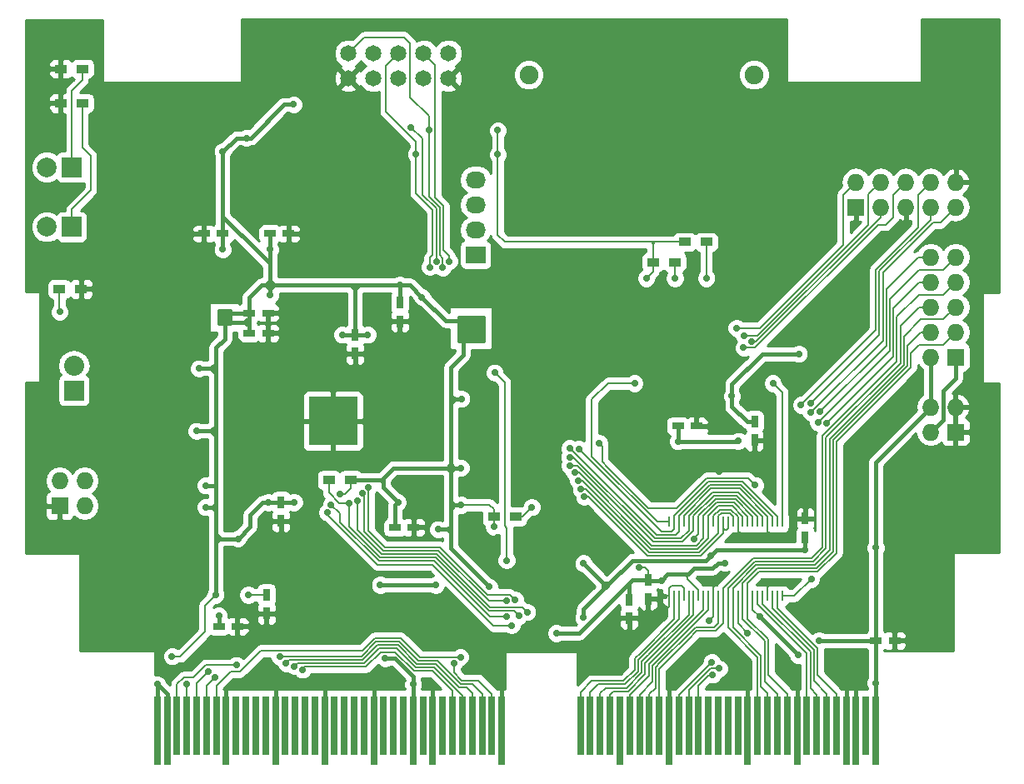
<source format=gbl>
G04 #@! TF.FileFunction,Copper,L2,Bot,Signal*
%FSLAX46Y46*%
G04 Gerber Fmt 4.6, Leading zero omitted, Abs format (unit mm)*
G04 Created by KiCad (PCBNEW 4.0.2-stable) date 14/07/2016 12:53:21*
%MOMM*%
G01*
G04 APERTURE LIST*
%ADD10C,0.152400*%
%ADD11R,0.750000X1.200000*%
%ADD12R,1.200000X0.750000*%
%ADD13R,1.200000X0.900000*%
%ADD14R,0.701040X7.000240*%
%ADD15R,0.701040X5.999480*%
%ADD16C,1.651000*%
%ADD17C,1.899920*%
%ADD18R,2.032000X1.727200*%
%ADD19O,2.032000X1.727200*%
%ADD20R,2.000000X2.000000*%
%ADD21C,2.000000*%
%ADD22R,1.727200X1.727200*%
%ADD23O,1.727200X1.727200*%
%ADD24R,2.032000X2.032000*%
%ADD25O,2.032000X2.032000*%
%ADD26R,0.285000X1.000000*%
%ADD27R,5.000000X5.000000*%
%ADD28C,0.700000*%
%ADD29C,0.203100*%
%ADD30C,0.406400*%
%ADD31C,0.200000*%
%ADD32C,0.254000*%
G04 APERTURE END LIST*
D10*
D11*
X51950000Y-139950000D03*
X51950000Y-141850000D03*
D12*
X47100000Y-143150000D03*
X49000000Y-143150000D03*
D13*
X75050000Y-132000000D03*
X77250000Y-132000000D03*
D12*
X47500000Y-103250000D03*
X45600000Y-103250000D03*
D11*
X53425000Y-130550000D03*
X53425000Y-132450000D03*
X90725000Y-138475000D03*
X90725000Y-140375000D03*
D12*
X113875000Y-144600000D03*
X115775000Y-144600000D03*
D11*
X106700000Y-134100000D03*
X106700000Y-132200000D03*
D12*
X93750000Y-122800000D03*
X95650000Y-122800000D03*
D11*
X88800000Y-140425000D03*
X88800000Y-142325000D03*
X101540000Y-122330000D03*
X101540000Y-124230000D03*
D12*
X65000000Y-133100000D03*
X66900000Y-133100000D03*
D11*
X65500000Y-110250000D03*
X65500000Y-112150000D03*
X60950000Y-113525000D03*
X60950000Y-115425000D03*
D12*
X50200000Y-111300000D03*
X52100000Y-111300000D03*
X50200000Y-113350000D03*
X52100000Y-113350000D03*
X52300000Y-103250000D03*
X54200000Y-103250000D03*
D14*
X40855900Y-153779220D03*
X41854120Y-153779220D03*
D15*
X42855140Y-153280100D03*
X43855140Y-153280100D03*
X44856400Y-153279220D03*
X45854620Y-153279220D03*
X46855380Y-153279220D03*
D14*
X47856140Y-153779220D03*
D15*
X48854360Y-153279220D03*
X49855120Y-153279220D03*
X50855880Y-153279220D03*
X51854100Y-153279220D03*
D14*
X52854860Y-153779220D03*
D15*
X53855620Y-153279220D03*
X54856380Y-153279220D03*
X55854600Y-153279220D03*
X56855360Y-153279220D03*
D14*
X57856120Y-153779220D03*
D15*
X58854340Y-153279220D03*
X59855100Y-153279220D03*
X60855860Y-153279220D03*
X61854080Y-153279220D03*
D14*
X62854840Y-153779220D03*
D15*
X63855600Y-153279220D03*
X64856360Y-153279220D03*
X65854580Y-153279220D03*
D14*
X66855340Y-153779220D03*
D15*
X67856100Y-153279220D03*
D14*
X68854320Y-153779220D03*
D15*
X69855080Y-153279220D03*
X70855840Y-153279220D03*
X71854060Y-153279220D03*
X72854820Y-153279220D03*
X73855580Y-153279220D03*
X74856340Y-153279220D03*
D14*
X75854560Y-153779220D03*
D15*
X83855560Y-153279220D03*
X84856320Y-153279220D03*
X85854540Y-153279220D03*
X86855300Y-153279220D03*
D14*
X87856060Y-153779220D03*
D15*
X88854280Y-153279220D03*
X89855040Y-153279220D03*
X90855800Y-153279220D03*
X91854020Y-153279220D03*
D14*
X92854780Y-153779220D03*
D15*
X93855540Y-153279220D03*
X94856300Y-153279220D03*
X95854520Y-153279220D03*
X96855280Y-153279220D03*
X97856040Y-153279220D03*
X98854260Y-153279220D03*
X99855020Y-153279220D03*
D14*
X100855780Y-153779220D03*
D15*
X101854000Y-153279220D03*
X102854760Y-153279220D03*
X103855520Y-153279220D03*
X104856280Y-153279220D03*
D14*
X105854500Y-153779220D03*
D15*
X106855260Y-153279220D03*
X107856020Y-153279220D03*
X108854240Y-153279220D03*
X109855000Y-153279220D03*
D14*
X110855760Y-153779220D03*
X111853980Y-153779220D03*
D15*
X112854740Y-153279220D03*
D14*
X113855500Y-153779220D03*
D13*
X60475000Y-128275000D03*
X58275000Y-128275000D03*
D16*
X60270000Y-87470000D03*
X60270000Y-84930000D03*
X62810000Y-87470000D03*
X62810000Y-84930000D03*
X65350000Y-87470000D03*
X65350000Y-84930000D03*
X67890000Y-87470000D03*
X67890000Y-84930000D03*
X70430000Y-87470000D03*
X70430000Y-84930000D03*
D17*
X78598880Y-87100980D03*
X101499520Y-87100980D03*
D13*
X91250000Y-106150000D03*
X93450000Y-106150000D03*
X94450000Y-104100000D03*
X96650000Y-104100000D03*
D18*
X73200000Y-105400000D03*
D19*
X73200000Y-102860000D03*
X73200000Y-100320000D03*
X73200000Y-97780000D03*
D20*
X32150000Y-96500000D03*
D21*
X29610000Y-96500000D03*
D13*
X33250000Y-86500000D03*
X31050000Y-86500000D03*
D20*
X32150000Y-102550000D03*
D21*
X29610000Y-102550000D03*
D13*
X33250000Y-90000000D03*
X31050000Y-90000000D03*
D22*
X121975000Y-123425000D03*
D23*
X119435000Y-123425000D03*
X121975000Y-120885000D03*
X119435000Y-120885000D03*
D22*
X121975000Y-115800000D03*
D23*
X119435000Y-115800000D03*
X121975000Y-113260000D03*
X119435000Y-113260000D03*
X121975000Y-110720000D03*
X119435000Y-110720000D03*
X121975000Y-108180000D03*
X119435000Y-108180000D03*
X121975000Y-105640000D03*
X119435000Y-105640000D03*
D22*
X111825000Y-100550000D03*
D23*
X111825000Y-98010000D03*
X114365000Y-100550000D03*
X114365000Y-98010000D03*
X116905000Y-100550000D03*
X116905000Y-98010000D03*
X119445000Y-100550000D03*
X119445000Y-98010000D03*
X121985000Y-100550000D03*
X121985000Y-98010000D03*
D24*
X32375000Y-119175000D03*
D25*
X32375000Y-116635000D03*
D13*
X30900000Y-108875000D03*
X33100000Y-108875000D03*
D22*
X30925000Y-130900000D03*
D23*
X30925000Y-128360000D03*
X33465000Y-130900000D03*
X33465000Y-128360000D03*
D26*
X104350000Y-140050000D03*
X103850000Y-140050000D03*
X103350000Y-140050000D03*
X102850000Y-140050000D03*
X102350000Y-140050000D03*
X101850000Y-140050000D03*
X101350000Y-140050000D03*
X100850000Y-140050000D03*
X100350000Y-140050000D03*
X99850000Y-140050000D03*
X99350000Y-140050000D03*
X98850000Y-140050000D03*
X98350000Y-140050000D03*
X97850000Y-140050000D03*
X97350000Y-140050000D03*
X96850000Y-140050000D03*
X96350000Y-140050000D03*
X95850000Y-140050000D03*
X95350000Y-140050000D03*
X94850000Y-140050000D03*
X94350000Y-140050000D03*
X93850000Y-140050000D03*
X93350000Y-140050000D03*
X92850000Y-140050000D03*
X92850000Y-132550000D03*
X93350000Y-132550000D03*
X93850000Y-132550000D03*
X94350000Y-132550000D03*
X94850000Y-132550000D03*
X95350000Y-132550000D03*
X95850000Y-132550000D03*
X96350000Y-132550000D03*
X96850000Y-132550000D03*
X97350000Y-132550000D03*
X97850000Y-132550000D03*
X98350000Y-132550000D03*
X98850000Y-132550000D03*
X99350000Y-132550000D03*
X99850000Y-132550000D03*
X100350000Y-132550000D03*
X100850000Y-132550000D03*
X101350000Y-132550000D03*
X101850000Y-132550000D03*
X102350000Y-132550000D03*
X102850000Y-132550000D03*
X103350000Y-132550000D03*
X103850000Y-132550000D03*
X104350000Y-132550000D03*
D27*
X58700000Y-122300000D03*
D28*
X98550000Y-136700000D03*
X102050000Y-142150000D03*
X89825000Y-137175000D03*
X93750000Y-124350000D03*
X99900000Y-124325000D03*
X108100000Y-144600000D03*
X105950000Y-146050000D03*
X92120000Y-138480000D03*
X47100000Y-142050000D03*
X81400000Y-143850000D03*
X64000000Y-146400000D03*
X66850000Y-149050000D03*
X40850000Y-149050000D03*
X113850000Y-135150000D03*
X113850000Y-148900000D03*
X75025000Y-129650000D03*
X75025000Y-125650000D03*
X81175000Y-119500000D03*
X82675000Y-119500000D03*
X79675000Y-119500000D03*
X78175000Y-119500000D03*
X78800000Y-110525000D03*
X83300000Y-112025000D03*
X81800000Y-112025000D03*
X80300000Y-112025000D03*
X78800000Y-112025000D03*
X77300000Y-112025000D03*
X75800000Y-112025000D03*
X86300000Y-112025000D03*
X84800000Y-112025000D03*
X77300000Y-110525000D03*
X98350000Y-145800000D03*
X115925000Y-103050000D03*
X107150000Y-111350000D03*
X106150000Y-112350000D03*
X106150000Y-113650000D03*
X107650000Y-115150000D03*
X108650000Y-116150000D03*
X102050000Y-120050000D03*
X103050000Y-116850000D03*
X105750000Y-117050000D03*
X106750000Y-118050000D03*
X105750000Y-119050000D03*
X70500000Y-96925000D03*
X62850000Y-93900000D03*
X66100000Y-104050000D03*
X66100000Y-102925000D03*
X67600000Y-101425000D03*
X66100000Y-99925000D03*
X39300000Y-89000000D03*
X35900000Y-89000000D03*
X37600000Y-89000000D03*
X62850000Y-91300000D03*
X36950000Y-142975000D03*
X34450000Y-142975000D03*
X34450000Y-140475000D03*
X36950000Y-140475000D03*
X36650000Y-127850000D03*
X37975000Y-136950000D03*
X36650000Y-135650000D03*
X37950000Y-134350000D03*
X36650000Y-133050000D03*
X38950000Y-138775000D03*
X38950000Y-140475000D03*
X37950000Y-131750000D03*
X36650000Y-130450000D03*
X37950000Y-129150000D03*
X39525000Y-128800000D03*
X63375000Y-131425000D03*
X52100000Y-114650000D03*
X55350000Y-149050000D03*
X50950000Y-147550000D03*
X50950000Y-149050000D03*
X56900000Y-148350000D03*
X61300000Y-148350000D03*
X59000000Y-148350000D03*
X58925000Y-117925000D03*
X60950000Y-118300000D03*
X60950000Y-117000000D03*
X55950000Y-131450000D03*
X56950000Y-130650000D03*
X55950000Y-129650000D03*
X56550000Y-128450000D03*
X55650000Y-125750000D03*
X56550000Y-126650000D03*
X55650000Y-127550000D03*
X52675000Y-127425000D03*
X51425000Y-125425000D03*
X53925000Y-125425000D03*
X53925000Y-122925000D03*
X51425000Y-122925000D03*
X51425000Y-120425000D03*
X53925000Y-120425000D03*
X53925000Y-117925000D03*
X51425000Y-117925000D03*
X51425000Y-115425000D03*
X53925000Y-115425000D03*
X50425000Y-129700000D03*
X51325000Y-128800000D03*
X54075000Y-128850000D03*
X52675000Y-128850000D03*
X49525000Y-130600000D03*
X48125000Y-132550000D03*
X42650000Y-133600000D03*
X44350000Y-139450000D03*
X56300000Y-144550000D03*
X56300000Y-143250000D03*
X54500000Y-143250000D03*
X59350000Y-143250000D03*
X59350000Y-144550000D03*
X60150000Y-149050000D03*
X67575000Y-125425000D03*
X62975000Y-125425000D03*
X65475000Y-125425000D03*
X62975000Y-122925000D03*
X65475000Y-122925000D03*
X62975000Y-120425000D03*
X65500000Y-120425000D03*
X64450000Y-113650000D03*
X65950000Y-113650000D03*
X56350000Y-113350000D03*
X58250000Y-113350000D03*
X54450000Y-113350000D03*
X56425000Y-115425000D03*
X56425000Y-117925000D03*
X58925000Y-115425000D03*
X62975000Y-117925000D03*
X65475000Y-117925000D03*
X65475000Y-115425000D03*
X62975000Y-115425000D03*
X53100000Y-101400000D03*
X51500000Y-101400000D03*
X103275000Y-124450000D03*
X38950000Y-142175000D03*
X103225000Y-127625000D03*
X103225000Y-129725000D03*
X105200000Y-134100000D03*
X90650000Y-129325000D03*
X90650000Y-127825000D03*
X89350000Y-127825000D03*
X89350000Y-126525000D03*
X89375000Y-125225000D03*
X88050000Y-126525000D03*
X88050000Y-125225000D03*
X87775000Y-134750000D03*
X83000000Y-131825000D03*
X84500000Y-131825000D03*
X85500000Y-132425000D03*
X84200000Y-114700000D03*
X75800000Y-114700000D03*
X82100000Y-114700000D03*
X80000000Y-114700000D03*
X77900000Y-114700000D03*
X86300000Y-114700000D03*
X91600000Y-113600000D03*
X90500000Y-114700000D03*
X88400000Y-114700000D03*
X72500000Y-89650000D03*
X75300000Y-90950000D03*
X74000000Y-89650000D03*
X75300000Y-88350000D03*
X74000000Y-87050000D03*
X75300000Y-85750000D03*
X105575000Y-124275000D03*
X107175000Y-125850000D03*
X105575000Y-127450000D03*
X107175000Y-129050000D03*
X105625000Y-132200000D03*
X105575000Y-130650000D03*
X114425000Y-121800000D03*
X116125000Y-121800000D03*
X116125000Y-120125000D03*
X113250000Y-124850000D03*
X111150000Y-125050000D03*
X112450000Y-126350000D03*
X111150000Y-127650000D03*
X112450000Y-128950000D03*
X111150000Y-130250000D03*
X112350000Y-133050000D03*
X110000000Y-137500000D03*
X115375000Y-129825000D03*
X115375000Y-126825000D03*
X115375000Y-128325000D03*
X116475000Y-129425000D03*
X116475000Y-127725000D03*
X122075000Y-126725000D03*
X122075000Y-128225000D03*
X125300000Y-122850000D03*
X125300000Y-120750000D03*
X125300000Y-124950000D03*
X125300000Y-127050000D03*
X125300000Y-129175000D03*
X122700000Y-133850000D03*
X124000000Y-133850000D03*
X125300000Y-131250000D03*
X125300000Y-132550000D03*
X125300000Y-133850000D03*
X125300000Y-135150000D03*
X124000000Y-135150000D03*
X122700000Y-135150000D03*
X115100000Y-143175000D03*
X118875000Y-144600000D03*
X120175000Y-144600000D03*
X117575000Y-144600000D03*
X108900000Y-138700000D03*
X110000000Y-138700000D03*
X112400000Y-143200000D03*
X112400000Y-141700000D03*
X111100000Y-142700000D03*
X111100000Y-140700000D03*
X111100000Y-138700000D03*
X112400000Y-139700000D03*
X111000000Y-147500000D03*
X111000000Y-146000000D03*
X112400000Y-146600000D03*
X112250000Y-148000000D03*
X105800000Y-141375000D03*
X106700000Y-142275000D03*
X107600000Y-143175000D03*
X105850000Y-147800000D03*
X104950000Y-148150000D03*
X104950000Y-147150000D03*
X82725000Y-145175000D03*
X81225000Y-145375000D03*
X79725000Y-145175000D03*
X78225000Y-145175000D03*
X76725000Y-145175000D03*
X73425000Y-145175000D03*
X75850000Y-147550000D03*
X74350000Y-147550000D03*
X75850000Y-146050000D03*
X74350000Y-146050000D03*
X65550000Y-140450000D03*
X56150000Y-140850000D03*
X70050000Y-140650000D03*
X67050000Y-140450000D03*
X68550000Y-140450000D03*
X56150000Y-138250000D03*
X57450000Y-139550000D03*
X56150000Y-139550000D03*
X60650000Y-135850000D03*
X59950000Y-135125000D03*
X58850000Y-135125000D03*
X59550000Y-135850000D03*
X98075000Y-138125000D03*
X96475000Y-138475000D03*
X39975000Y-124300000D03*
X37475000Y-122100000D03*
X38675000Y-123300000D03*
X39975000Y-123300000D03*
X41500000Y-124375000D03*
X33800000Y-106925000D03*
X32500000Y-106925000D03*
X35100000Y-110325000D03*
X35100000Y-108725000D03*
X35100000Y-106925000D03*
X35100000Y-105125000D03*
X39100000Y-99900000D03*
X39100000Y-98400000D03*
X40900000Y-99875000D03*
X35500000Y-95400000D03*
X35500000Y-96900000D03*
X35500000Y-93900000D03*
X37300000Y-96900000D03*
X37300000Y-99900000D03*
X37300000Y-98400000D03*
X35500000Y-98400000D03*
X87200000Y-107450000D03*
X88600000Y-107450000D03*
X95100000Y-107450000D03*
X99550000Y-107450000D03*
X87200000Y-111125000D03*
X89350000Y-120600000D03*
X86475000Y-120500000D03*
X87275000Y-119700000D03*
X88075000Y-120500000D03*
X77425000Y-120500000D03*
X81925000Y-120500000D03*
X80425000Y-120500000D03*
X78925000Y-120500000D03*
X83425000Y-120500000D03*
X79850000Y-129675000D03*
X78250000Y-129675000D03*
X77450000Y-130475000D03*
X77650000Y-126600000D03*
X80800000Y-125800000D03*
X78950000Y-125800000D03*
X79950000Y-126600000D03*
X45900000Y-101400000D03*
X44300000Y-101400000D03*
X42700000Y-101400000D03*
X35500000Y-101400000D03*
X37300000Y-101400000D03*
X40000000Y-101400000D03*
X42600000Y-115350000D03*
X41200000Y-113950000D03*
X42600000Y-112550000D03*
X41200000Y-111150000D03*
X42600000Y-109750000D03*
X42200000Y-108050000D03*
X43700000Y-108050000D03*
X43700000Y-106550000D03*
X45400000Y-106550000D03*
X45400000Y-105050000D03*
X49900000Y-101400000D03*
X48900000Y-101400000D03*
X56300000Y-101400000D03*
X54700000Y-101425000D03*
X48400000Y-107675000D03*
X49900000Y-106375000D03*
X53800000Y-106850000D03*
X51775000Y-85000000D03*
X51775000Y-87000000D03*
X53775000Y-85000000D03*
X55775000Y-85000000D03*
X55775000Y-87000000D03*
X53775000Y-87000000D03*
X53775000Y-89000000D03*
X62850000Y-92600000D03*
X52525000Y-93475000D03*
X104075000Y-138700000D03*
X100750000Y-120050000D03*
X96925000Y-120425000D03*
X96025000Y-121325000D03*
X98125000Y-120925000D03*
X97225000Y-121825000D03*
X97350000Y-138700000D03*
X93950000Y-147850000D03*
X93950000Y-146750000D03*
X92850000Y-147850000D03*
X100850000Y-147050000D03*
X100850000Y-148050000D03*
X87350000Y-143750000D03*
X84300000Y-146950000D03*
X53200000Y-143250000D03*
X50750000Y-143350000D03*
X47150000Y-90150000D03*
X48350000Y-90150000D03*
X43950000Y-134250000D03*
X43950000Y-132950000D03*
X41750000Y-132550000D03*
X42950000Y-132550000D03*
X47900000Y-141050000D03*
X53550000Y-139550000D03*
X54850000Y-139550000D03*
X54850000Y-140850000D03*
X53550000Y-140850000D03*
X49250000Y-141050000D03*
X80200000Y-135600000D03*
X81400000Y-134500000D03*
X81400000Y-135600000D03*
X81400000Y-136700000D03*
X80500000Y-140300000D03*
X81800000Y-140300000D03*
X74300000Y-137100000D03*
X75300000Y-137500000D03*
X78900000Y-137900000D03*
X77600000Y-137900000D03*
X70600000Y-109350000D03*
X70600000Y-108500000D03*
X44350000Y-147250000D03*
X42450000Y-139450000D03*
X42450000Y-140650000D03*
X44350000Y-140650000D03*
X47950000Y-138800000D03*
X49150000Y-138800000D03*
X54200000Y-138800000D03*
X46950000Y-146250000D03*
X65150000Y-143250000D03*
X72050000Y-143250000D03*
X70350000Y-143250000D03*
X62150000Y-143250000D03*
X60650000Y-143250000D03*
X66650000Y-143250000D03*
X68150000Y-143250000D03*
X100850000Y-143850000D03*
X74200000Y-134100000D03*
X75400000Y-134100000D03*
X75850000Y-149050000D03*
X97900000Y-127450000D03*
X94900000Y-128300000D03*
X84300000Y-145650000D03*
X87850000Y-147650000D03*
X101375000Y-134375000D03*
X96900000Y-142600000D03*
X42450000Y-143200000D03*
X44350000Y-143200000D03*
X49050000Y-149050000D03*
X68850000Y-149050000D03*
X52850000Y-149050000D03*
X62850000Y-149050000D03*
X57850000Y-149050000D03*
X99850000Y-134300000D03*
X105850000Y-149050000D03*
X91700000Y-142800000D03*
X97950000Y-144700000D03*
X92850000Y-149050000D03*
X100850000Y-149050000D03*
X111350000Y-148900000D03*
X53425000Y-135300000D03*
X67300000Y-128800000D03*
X65100000Y-128800000D03*
X66200000Y-128300000D03*
X66700000Y-131600000D03*
X44425000Y-89000000D03*
X46125000Y-89000000D03*
X42725000Y-89000000D03*
X41000000Y-89000000D03*
X49900000Y-93525000D03*
X49050000Y-134250000D03*
X45750000Y-128850000D03*
X71750000Y-120050000D03*
X71725000Y-130825000D03*
X69375000Y-133300000D03*
X74600000Y-139150000D03*
X84150000Y-136750000D03*
X54700000Y-90125000D03*
X59650000Y-113525000D03*
X62250000Y-113525000D03*
X52300000Y-109500000D03*
X69150000Y-138950000D03*
X63500000Y-138950000D03*
X71950000Y-113725000D03*
X90550000Y-107775000D03*
X106700000Y-135400000D03*
X75450000Y-92750000D03*
X45750000Y-131050000D03*
X97100000Y-135950000D03*
X95400000Y-134250000D03*
X67750000Y-109700000D03*
X73550000Y-113725000D03*
X73550000Y-112125000D03*
X71950000Y-112125000D03*
X65300000Y-130550000D03*
X54750000Y-130550000D03*
X52125000Y-130550000D03*
X75050000Y-133025000D03*
X75450000Y-95200000D03*
X71725000Y-127050000D03*
X84150000Y-142250000D03*
X47700000Y-112250000D03*
X47675000Y-111275000D03*
X106050000Y-115475000D03*
X99250000Y-119750000D03*
X65500000Y-108450000D03*
X52300000Y-104850000D03*
X47500000Y-104850000D03*
X45100000Y-116950000D03*
X44850000Y-123300000D03*
X42350000Y-146200000D03*
X47500000Y-94900000D03*
X46775000Y-139950000D03*
X50100000Y-139950000D03*
X59400000Y-129700000D03*
X48900000Y-147100000D03*
X55600000Y-147550000D03*
X54800000Y-147200000D03*
X53950000Y-146900000D03*
X53300000Y-146250000D03*
X70975000Y-146925000D03*
X97200000Y-146800000D03*
X97950000Y-147450000D03*
X97300000Y-148075000D03*
X106275000Y-120650000D03*
X107275000Y-120525000D03*
X101600000Y-128800000D03*
X107300000Y-138350000D03*
X85750000Y-124550000D03*
X103400000Y-118450000D03*
X83700000Y-125100000D03*
X82750000Y-125050000D03*
X82750000Y-125950000D03*
X82750000Y-126850000D03*
X89350000Y-118450000D03*
X78450000Y-141725000D03*
X61200000Y-130350000D03*
X61700000Y-129625000D03*
X76350000Y-140575000D03*
X77200000Y-140450000D03*
X62325000Y-129000000D03*
X77650000Y-142075000D03*
X60350000Y-130650000D03*
X58525000Y-130775000D03*
X76375000Y-142200000D03*
X58150000Y-131575000D03*
X76850000Y-143050000D03*
X83300000Y-127550000D03*
X78900000Y-131050000D03*
X83600000Y-128350000D03*
X83900000Y-129200000D03*
X84250000Y-130000000D03*
X68550000Y-106650000D03*
X67150000Y-95150000D03*
X69200000Y-106050000D03*
X66650000Y-92450000D03*
X69850000Y-106700000D03*
X68450000Y-92700000D03*
X70500000Y-106050000D03*
X107275000Y-121400000D03*
X108200000Y-121350000D03*
X108000000Y-122425000D03*
X108850000Y-122550000D03*
X71650000Y-146275000D03*
X75150000Y-117375000D03*
X76350000Y-136450000D03*
X43850000Y-149050000D03*
X46050000Y-147750000D03*
X46700000Y-148350000D03*
X93450000Y-107775000D03*
X96650000Y-107775000D03*
X101275000Y-114225000D03*
X100475000Y-113600000D03*
X100425000Y-114850000D03*
X99725000Y-112850000D03*
X30925000Y-111200000D03*
D29*
X94375000Y-137875000D02*
X94450000Y-137875000D01*
X94450000Y-137875000D02*
X94725000Y-138150000D01*
X95850000Y-140050000D02*
X95850000Y-139450000D01*
X95850000Y-139450000D02*
X94725000Y-138325000D01*
X94725000Y-138325000D02*
X94725000Y-138150000D01*
X94725000Y-138150000D02*
X94725000Y-137875000D01*
D30*
X96900000Y-137275000D02*
X95375000Y-137275000D01*
X97275000Y-137275000D02*
X97850000Y-136700000D01*
X97850000Y-136700000D02*
X98550000Y-136700000D01*
X96900000Y-137275000D02*
X97275000Y-137275000D01*
X92725000Y-137875000D02*
X92120000Y-138480000D01*
X94775000Y-137875000D02*
X94725000Y-137875000D01*
X94725000Y-137875000D02*
X94375000Y-137875000D01*
X94375000Y-137875000D02*
X92725000Y-137875000D01*
X95375000Y-137275000D02*
X94775000Y-137875000D01*
X119435000Y-120885000D02*
X119435000Y-115800000D01*
X113850000Y-129250000D02*
X113850000Y-126470000D01*
X113850000Y-126470000D02*
X119435000Y-120885000D01*
X113850000Y-144850000D02*
X113875000Y-144875000D01*
X113850000Y-144900000D02*
X113875000Y-144875000D01*
X93750000Y-124350000D02*
X99875000Y-124350000D01*
X99875000Y-124350000D02*
X99900000Y-124325000D01*
X93750000Y-124350000D02*
X93750000Y-122800000D01*
D29*
X90725000Y-138475000D02*
X90725000Y-137525000D01*
X90375000Y-137175000D02*
X89825000Y-137175000D01*
X90725000Y-137525000D02*
X90375000Y-137175000D01*
D30*
X90725000Y-138475000D02*
X89125000Y-138475000D01*
X89125000Y-138475000D02*
X88800000Y-138800000D01*
D29*
X99875000Y-124350000D02*
X99900000Y-124325000D01*
D30*
X99900000Y-124325000D02*
X99875000Y-124300000D01*
D29*
X93750000Y-124350000D02*
X93700000Y-124300000D01*
D30*
X105950000Y-146050000D02*
X102050000Y-142150000D01*
X113875000Y-144600000D02*
X108100000Y-144600000D01*
X91350000Y-138480000D02*
X92120000Y-138480000D01*
X91070000Y-138480000D02*
X91350000Y-138480000D01*
X47100000Y-143150000D02*
X47100000Y-142050000D01*
X88800000Y-140425000D02*
X88800000Y-138800000D01*
X83750000Y-143850000D02*
X81400000Y-143850000D01*
X89125000Y-138475000D02*
X88800000Y-138800000D01*
X88800000Y-138800000D02*
X83750000Y-143850000D01*
X66850000Y-149050000D02*
X66850000Y-148250000D01*
X65000000Y-146400000D02*
X64000000Y-146400000D01*
X66850000Y-148250000D02*
X65000000Y-146400000D01*
D29*
X101350000Y-140050000D02*
X101350000Y-141450000D01*
X101350000Y-141450000D02*
X102050000Y-142150000D01*
D30*
X66850000Y-149050000D02*
X66855340Y-149055340D01*
X66855340Y-149055340D02*
X66855340Y-153779220D01*
X41854120Y-153779220D02*
X41854120Y-150054120D01*
X41854120Y-150054120D02*
X40850000Y-149050000D01*
X40850000Y-149050000D02*
X40855900Y-149055900D01*
X40855900Y-149055900D02*
X40855900Y-153779220D01*
X113855500Y-153779220D02*
X113855500Y-148905500D01*
X113850000Y-135150000D02*
X113850000Y-129250000D01*
X113850000Y-129250000D02*
X113850000Y-129225000D01*
X113850000Y-148900000D02*
X113850000Y-144625000D01*
X113850000Y-135150000D02*
X113850000Y-144575000D01*
X113850000Y-144575000D02*
X113875000Y-144600000D01*
X113850000Y-144625000D02*
X113875000Y-144600000D01*
X113855500Y-148905500D02*
X113850000Y-148900000D01*
X81175000Y-119500000D02*
X79675000Y-119500000D01*
X84800000Y-112025000D02*
X83300000Y-112025000D01*
X81800000Y-112025000D02*
X80300000Y-112025000D01*
X78800000Y-112025000D02*
X77300000Y-112025000D01*
X75800000Y-112025000D02*
X77300000Y-110525000D01*
X106150000Y-112350000D02*
X106625000Y-112350000D01*
X106625000Y-112350000D02*
X115925000Y-103050000D01*
X106750000Y-118050000D02*
X108650000Y-116150000D01*
X106150000Y-112350000D02*
X107150000Y-111350000D01*
X107650000Y-115150000D02*
X106150000Y-113650000D01*
X100750000Y-120050000D02*
X102050000Y-120050000D01*
X105550000Y-116850000D02*
X103050000Y-116850000D01*
X105750000Y-117050000D02*
X105550000Y-116850000D01*
X105750000Y-119050000D02*
X106750000Y-118050000D01*
X62850000Y-92600000D02*
X62850000Y-93900000D01*
X66100000Y-102925000D02*
X66100000Y-104050000D01*
X66100000Y-99925000D02*
X67600000Y-101425000D01*
X37600000Y-89000000D02*
X35900000Y-89000000D01*
X34450000Y-142975000D02*
X36950000Y-142975000D01*
X36950000Y-140475000D02*
X34450000Y-140475000D01*
X30925000Y-130900000D02*
X30925000Y-132575000D01*
X31400000Y-133050000D02*
X36650000Y-133050000D01*
X30925000Y-132575000D02*
X31400000Y-133050000D01*
X38950000Y-138775000D02*
X38950000Y-137925000D01*
X38950000Y-137925000D02*
X37975000Y-136950000D01*
X37950000Y-134350000D02*
X36650000Y-135650000D01*
X38675000Y-127950000D02*
X39525000Y-128800000D01*
X38675000Y-127950000D02*
X38675000Y-123300000D01*
X37950000Y-131750000D02*
X36650000Y-133050000D01*
X37950000Y-129150000D02*
X36650000Y-130450000D01*
D29*
X66900000Y-134100000D02*
X66900000Y-133100000D01*
X66725000Y-134275000D02*
X66900000Y-134100000D01*
X64250000Y-134275000D02*
X66725000Y-134275000D01*
X63450000Y-133475000D02*
X64250000Y-134275000D01*
X63450000Y-131500000D02*
X63450000Y-133475000D01*
X63375000Y-131425000D02*
X63450000Y-131500000D01*
D30*
X66900000Y-133100000D02*
X66900000Y-131800000D01*
X66900000Y-131800000D02*
X66700000Y-131600000D01*
X52100000Y-113350000D02*
X52100000Y-114650000D01*
X52850000Y-149050000D02*
X55350000Y-149050000D01*
X50950000Y-147550000D02*
X50950000Y-149050000D01*
X50950000Y-149050000D02*
X49050000Y-149050000D01*
X56900000Y-148350000D02*
X59000000Y-148350000D01*
X57850000Y-149050000D02*
X58300000Y-149050000D01*
X58300000Y-149050000D02*
X59000000Y-148350000D01*
X60950000Y-115425000D02*
X60950000Y-117000000D01*
X60575000Y-117925000D02*
X58925000Y-117925000D01*
X60950000Y-118300000D02*
X60575000Y-117925000D01*
D29*
X56150000Y-131450000D02*
X55950000Y-131450000D01*
D30*
X56950000Y-130650000D02*
X56150000Y-131450000D01*
X55950000Y-129050000D02*
X55950000Y-129650000D01*
X56550000Y-128450000D02*
X55950000Y-129050000D01*
X55650000Y-127550000D02*
X56550000Y-126650000D01*
X53925000Y-125425000D02*
X51425000Y-125425000D01*
X51425000Y-122925000D02*
X53925000Y-122925000D01*
X53925000Y-120425000D02*
X51425000Y-120425000D01*
X51425000Y-117925000D02*
X53925000Y-117925000D01*
X53925000Y-115425000D02*
X51425000Y-115425000D01*
X51325000Y-128800000D02*
X50425000Y-129700000D01*
X52675000Y-128850000D02*
X54075000Y-128850000D01*
X49525000Y-131150000D02*
X49525000Y-130600000D01*
X48125000Y-132550000D02*
X49525000Y-131150000D01*
X42650000Y-133600000D02*
X42650000Y-135700000D01*
X44350000Y-137400000D02*
X44350000Y-139450000D01*
X42650000Y-135700000D02*
X44350000Y-137400000D01*
X44350000Y-139450000D02*
X44350000Y-140650000D01*
X53200000Y-143250000D02*
X54500000Y-143250000D01*
X56300000Y-144550000D02*
X56300000Y-143250000D01*
X59350000Y-143250000D02*
X59350000Y-144550000D01*
X60150000Y-149050000D02*
X62850000Y-149050000D01*
X65475000Y-125425000D02*
X67575000Y-125425000D01*
X65475000Y-122925000D02*
X65475000Y-125425000D01*
X65475000Y-122925000D02*
X62975000Y-122925000D01*
X65475000Y-117925000D02*
X65475000Y-120400000D01*
X65475000Y-120400000D02*
X65500000Y-120425000D01*
X65500000Y-112150000D02*
X65500000Y-113200000D01*
X65500000Y-113200000D02*
X65950000Y-113650000D01*
X65950000Y-113650000D02*
X64450000Y-113650000D01*
X56350000Y-113350000D02*
X58250000Y-113350000D01*
X52100000Y-113350000D02*
X54450000Y-113350000D01*
X56425000Y-115425000D02*
X56425000Y-117925000D01*
X58925000Y-115425000D02*
X60950000Y-115425000D01*
X60950000Y-115425000D02*
X62975000Y-115425000D01*
X65475000Y-115425000D02*
X65475000Y-117925000D01*
X82675000Y-119500000D02*
X82675000Y-115275000D01*
X82675000Y-115275000D02*
X82100000Y-114700000D01*
X53100000Y-101400000D02*
X51500000Y-101400000D01*
X45600000Y-103250000D02*
X45600000Y-104850000D01*
X45600000Y-104850000D02*
X45400000Y-105050000D01*
X93950000Y-146750000D02*
X94750000Y-146750000D01*
X96800000Y-144700000D02*
X97950000Y-144700000D01*
X94750000Y-146750000D02*
X96800000Y-144700000D01*
X76725000Y-145175000D02*
X76250000Y-145175000D01*
X75850000Y-145575000D02*
X75850000Y-146050000D01*
X76250000Y-145175000D02*
X75850000Y-145575000D01*
X53425000Y-135300000D02*
X53425000Y-138025000D01*
X53425000Y-138025000D02*
X54200000Y-138800000D01*
X101540000Y-124230000D02*
X103055000Y-124230000D01*
X103055000Y-124230000D02*
X103275000Y-124450000D01*
X38950000Y-140475000D02*
X42275000Y-140475000D01*
X42275000Y-140475000D02*
X42450000Y-140650000D01*
X38950000Y-142175000D02*
X38950000Y-140475000D01*
X103225000Y-127625000D02*
X102075000Y-127625000D01*
X98425000Y-126925000D02*
X97900000Y-127450000D01*
X101375000Y-126925000D02*
X98425000Y-126925000D01*
X102075000Y-127625000D02*
X101375000Y-126925000D01*
X103225000Y-129725000D02*
X103225000Y-127625000D01*
X105200000Y-133300000D02*
X105625000Y-132875000D01*
X105625000Y-132875000D02*
X105625000Y-132200000D01*
X105200000Y-134100000D02*
X105200000Y-133300000D01*
X54200000Y-103250000D02*
X55525000Y-103250000D01*
X56300000Y-102475000D02*
X56300000Y-101400000D01*
X55525000Y-103250000D02*
X56300000Y-102475000D01*
X53775000Y-89000000D02*
X48300000Y-89000000D01*
X48300000Y-89000000D02*
X47150000Y-90150000D01*
X90650000Y-129325000D02*
X90650000Y-127825000D01*
X89350000Y-127825000D02*
X89350000Y-126525000D01*
X88050000Y-126525000D02*
X88050000Y-125225000D01*
X84900000Y-131825000D02*
X84500000Y-131825000D01*
X85500000Y-132425000D02*
X84900000Y-131825000D01*
X84200000Y-114700000D02*
X82100000Y-114700000D01*
X80000000Y-114700000D02*
X77900000Y-114700000D01*
X86300000Y-112025000D02*
X86300000Y-114700000D01*
X88400000Y-114700000D02*
X90500000Y-114700000D01*
X74000000Y-89650000D02*
X72500000Y-89650000D01*
X75300000Y-88350000D02*
X74000000Y-89650000D01*
X75300000Y-85750000D02*
X74000000Y-87050000D01*
X106700000Y-142275000D02*
X109525000Y-142275000D01*
X109525000Y-142275000D02*
X111100000Y-140700000D01*
X106700000Y-132200000D02*
X105625000Y-132200000D01*
X105575000Y-127450000D02*
X107175000Y-125850000D01*
X105575000Y-130650000D02*
X107175000Y-129050000D01*
X113250000Y-124850000D02*
X113250000Y-122975000D01*
X113250000Y-122975000D02*
X114425000Y-121800000D01*
X116125000Y-121800000D02*
X116125000Y-120125000D01*
X112450000Y-126350000D02*
X111150000Y-125050000D01*
X112350000Y-132175000D02*
X111150000Y-130975000D01*
X112350000Y-133050000D02*
X112350000Y-132175000D01*
X112450000Y-128950000D02*
X111150000Y-127650000D01*
X111150000Y-130975000D02*
X111150000Y-130250000D01*
X112350000Y-133050000D02*
X112350000Y-130750000D01*
X112350000Y-130750000D02*
X112225000Y-130625000D01*
X115375000Y-128325000D02*
X115375000Y-129825000D01*
X122075000Y-128225000D02*
X116975000Y-128225000D01*
X116475000Y-129425000D02*
X115375000Y-128325000D01*
X116975000Y-128225000D02*
X116475000Y-127725000D01*
X122075000Y-128225000D02*
X122075000Y-126725000D01*
X121975000Y-120885000D02*
X125165000Y-120885000D01*
X125165000Y-120885000D02*
X125300000Y-120750000D01*
X121975000Y-123425000D02*
X123650000Y-123425000D01*
X124225000Y-122850000D02*
X125300000Y-122850000D01*
X123650000Y-123425000D02*
X124225000Y-122850000D01*
X125300000Y-124950000D02*
X125300000Y-122850000D01*
X125300000Y-129175000D02*
X125300000Y-127050000D01*
X124000000Y-135150000D02*
X124000000Y-133850000D01*
X125300000Y-132550000D02*
X125300000Y-131250000D01*
X125300000Y-135150000D02*
X125300000Y-133850000D01*
X122700000Y-135150000D02*
X124000000Y-135150000D01*
X115100000Y-143175000D02*
X115775000Y-143850000D01*
X115775000Y-143850000D02*
X115775000Y-144600000D01*
X115775000Y-144600000D02*
X117575000Y-144600000D01*
X118875000Y-144600000D02*
X120175000Y-144600000D01*
X33100000Y-108875000D02*
X34150000Y-108875000D01*
X34300000Y-108725000D02*
X35100000Y-108725000D01*
X34150000Y-108875000D02*
X34300000Y-108725000D01*
X121985000Y-98010000D02*
X123385000Y-98010000D01*
X123385000Y-98010000D02*
X124300000Y-98925000D01*
X124300000Y-98925000D02*
X124300000Y-119875000D01*
X124300000Y-119875000D02*
X123290000Y-120885000D01*
X123290000Y-120885000D02*
X121975000Y-120885000D01*
X110000000Y-138700000D02*
X108900000Y-138700000D01*
X111400000Y-140700000D02*
X111100000Y-140700000D01*
X112400000Y-141700000D02*
X111400000Y-140700000D01*
X111900000Y-142700000D02*
X111100000Y-142700000D01*
X112400000Y-143200000D02*
X111900000Y-142700000D01*
X111400000Y-138700000D02*
X111100000Y-138700000D01*
X112400000Y-139700000D02*
X111400000Y-138700000D01*
X111000000Y-147500000D02*
X111500000Y-147500000D01*
X111500000Y-147500000D02*
X112400000Y-146600000D01*
X111350000Y-148900000D02*
X112250000Y-148000000D01*
X107600000Y-143175000D02*
X106700000Y-142275000D01*
X105850000Y-149050000D02*
X105850000Y-147800000D01*
X104950000Y-148150000D02*
X104950000Y-147150000D01*
X81425000Y-145175000D02*
X82725000Y-145175000D01*
X81225000Y-145375000D02*
X81425000Y-145175000D01*
X78225000Y-145175000D02*
X79725000Y-145175000D01*
X73425000Y-145175000D02*
X76725000Y-145175000D01*
X75850000Y-147550000D02*
X75850000Y-146050000D01*
X74350000Y-146050000D02*
X74350000Y-147550000D01*
X56150000Y-140850000D02*
X64625000Y-140850000D01*
X64625000Y-140850000D02*
X65025000Y-140450000D01*
X65025000Y-140450000D02*
X65550000Y-140450000D01*
X67050000Y-140450000D02*
X68550000Y-140450000D01*
X56150000Y-139550000D02*
X56150000Y-138250000D01*
X54850000Y-139550000D02*
X56150000Y-139550000D01*
D29*
X58850000Y-135125000D02*
X59950000Y-135125000D01*
X60650000Y-135850000D02*
X59550000Y-135850000D01*
D30*
X97350000Y-138700000D02*
X96700000Y-138700000D01*
X96700000Y-138700000D02*
X96475000Y-138475000D01*
X39975000Y-123300000D02*
X39975000Y-124300000D01*
X39975000Y-123300000D02*
X38675000Y-123300000D01*
X33800000Y-106925000D02*
X35100000Y-106925000D01*
X35100000Y-108725000D02*
X35100000Y-110325000D01*
X35100000Y-105125000D02*
X35100000Y-106925000D01*
X39100000Y-99900000D02*
X40875000Y-99900000D01*
X37300000Y-98400000D02*
X39100000Y-98400000D01*
X40875000Y-99900000D02*
X40900000Y-99875000D01*
X35500000Y-96900000D02*
X35500000Y-95400000D01*
X37300000Y-98400000D02*
X37300000Y-96900000D01*
X35500000Y-101400000D02*
X35500000Y-98400000D01*
X96175000Y-109475000D02*
X89475000Y-109475000D01*
X87200000Y-107450000D02*
X88600000Y-107450000D01*
X88600000Y-108600000D02*
X88600000Y-107450000D01*
X89475000Y-109475000D02*
X88600000Y-108600000D01*
X95100000Y-107450000D02*
X95100000Y-108850000D01*
X99550000Y-108650000D02*
X99550000Y-107450000D01*
X98725000Y-109475000D02*
X99550000Y-108650000D01*
X95725000Y-109475000D02*
X96175000Y-109475000D01*
X96175000Y-109475000D02*
X98725000Y-109475000D01*
X95100000Y-108850000D02*
X95725000Y-109475000D01*
X87200000Y-111125000D02*
X86300000Y-112025000D01*
X77650000Y-126600000D02*
X77650000Y-120725000D01*
X77650000Y-120725000D02*
X77425000Y-120500000D01*
X88075000Y-120500000D02*
X89250000Y-120500000D01*
X86475000Y-120500000D02*
X87275000Y-119700000D01*
X89250000Y-120500000D02*
X89350000Y-120600000D01*
X77425000Y-120500000D02*
X78925000Y-120500000D01*
X80425000Y-120500000D02*
X81925000Y-120500000D01*
X83425000Y-120500000D02*
X82675000Y-119750000D01*
X82675000Y-119750000D02*
X82675000Y-119500000D01*
X77450000Y-130475000D02*
X77450000Y-126800000D01*
X77450000Y-126800000D02*
X77650000Y-126600000D01*
X77450000Y-130475000D02*
X78250000Y-129675000D01*
X77650000Y-126600000D02*
X78450000Y-125800000D01*
X78450000Y-125800000D02*
X78950000Y-125800000D01*
X79950000Y-126600000D02*
X80750000Y-125800000D01*
X80750000Y-125800000D02*
X80800000Y-125800000D01*
X31050000Y-86500000D02*
X31050000Y-85100000D01*
X33950000Y-84375000D02*
X34975000Y-85400000D01*
X31775000Y-84375000D02*
X33950000Y-84375000D01*
X31050000Y-85100000D02*
X31775000Y-84375000D01*
X43125000Y-90150000D02*
X47150000Y-90150000D01*
X42725000Y-89750000D02*
X43125000Y-90150000D01*
X42700000Y-101400000D02*
X40000000Y-101400000D01*
X45900000Y-101400000D02*
X44300000Y-101400000D01*
X37300000Y-101400000D02*
X35500000Y-101400000D01*
X41200000Y-113950000D02*
X42600000Y-115350000D01*
X41200000Y-111150000D02*
X42600000Y-112550000D01*
X42600000Y-108450000D02*
X42600000Y-109750000D01*
X42200000Y-108050000D02*
X42600000Y-108450000D01*
X43700000Y-106550000D02*
X43700000Y-108050000D01*
X45400000Y-105050000D02*
X45400000Y-106550000D01*
X48900000Y-101400000D02*
X49900000Y-101400000D01*
X56300000Y-101400000D02*
X56275000Y-101425000D01*
X56275000Y-101425000D02*
X54700000Y-101425000D01*
X49900000Y-106375000D02*
X49700000Y-106375000D01*
X49700000Y-106375000D02*
X48400000Y-107675000D01*
X53775000Y-87000000D02*
X51775000Y-87000000D01*
X55775000Y-87000000D02*
X55775000Y-85000000D01*
X53775000Y-89000000D02*
X53775000Y-87000000D01*
X52525000Y-93475000D02*
X61975000Y-93475000D01*
X61975000Y-93475000D02*
X62850000Y-92600000D01*
D29*
X102850000Y-140050000D02*
X102850000Y-139150000D01*
X102850000Y-139150000D02*
X103300000Y-138700000D01*
X103300000Y-138700000D02*
X104075000Y-138700000D01*
X100750000Y-120050000D02*
X100750000Y-120275000D01*
X102470000Y-124230000D02*
X101540000Y-124230000D01*
X103050000Y-123650000D02*
X102470000Y-124230000D01*
X103050000Y-121425000D02*
X103050000Y-123650000D01*
X102350000Y-120725000D02*
X103050000Y-121425000D01*
X101200000Y-120725000D02*
X102350000Y-120725000D01*
X100750000Y-120275000D02*
X101200000Y-120725000D01*
X95650000Y-122800000D02*
X95650000Y-121700000D01*
X95650000Y-121700000D02*
X96025000Y-121325000D01*
X96025000Y-121325000D02*
X96925000Y-120425000D01*
X97225000Y-121825000D02*
X98125000Y-120925000D01*
D30*
X111853980Y-153779220D02*
X111853980Y-149403980D01*
X111853980Y-149403980D02*
X111350000Y-148900000D01*
X110855760Y-153779220D02*
X110855760Y-149394240D01*
X110855760Y-149394240D02*
X111350000Y-148900000D01*
D29*
X97350000Y-138700000D02*
X97350000Y-140050000D01*
D30*
X92850000Y-149050000D02*
X92850000Y-147850000D01*
X93950000Y-146750000D02*
X93950000Y-147850000D01*
X100850000Y-147050000D02*
X100300000Y-147050000D01*
X100300000Y-147050000D02*
X97950000Y-144700000D01*
X100850000Y-149050000D02*
X100850000Y-148050000D01*
D29*
X87875000Y-142325000D02*
X88800000Y-142325000D01*
X87600000Y-142600000D02*
X87875000Y-142325000D01*
X87600000Y-143500000D02*
X87600000Y-142600000D01*
X87350000Y-143750000D02*
X87600000Y-143500000D01*
D30*
X84300000Y-145650000D02*
X85400000Y-145650000D01*
X87400000Y-147650000D02*
X87850000Y-147650000D01*
X85400000Y-145650000D02*
X87400000Y-147650000D01*
X52700000Y-141850000D02*
X51950000Y-141850000D01*
X53200000Y-142350000D02*
X52700000Y-141850000D01*
X53200000Y-143250000D02*
X53200000Y-142350000D01*
X51950000Y-141850000D02*
X51950000Y-143000000D01*
X51950000Y-143000000D02*
X51600000Y-143350000D01*
X51600000Y-143350000D02*
X50750000Y-143350000D01*
X46950000Y-146250000D02*
X47700000Y-146250000D01*
X49000000Y-144950000D02*
X49000000Y-143150000D01*
X47700000Y-146250000D02*
X49000000Y-144950000D01*
X49000000Y-143150000D02*
X49000000Y-141300000D01*
X49000000Y-141300000D02*
X49250000Y-141050000D01*
X87850000Y-147650000D02*
X87850000Y-146150000D01*
X88800000Y-145200000D02*
X88800000Y-142325000D01*
X87850000Y-146150000D02*
X88800000Y-145200000D01*
X47150000Y-90150000D02*
X48350000Y-90150000D01*
X43950000Y-134250000D02*
X43950000Y-132950000D01*
X42950000Y-132550000D02*
X41750000Y-132550000D01*
X51950000Y-141850000D02*
X49850000Y-141850000D01*
X49850000Y-141850000D02*
X49250000Y-141050000D01*
X47900000Y-141050000D02*
X48450000Y-141050000D01*
X48450000Y-141050000D02*
X49250000Y-141050000D01*
X54850000Y-139550000D02*
X53550000Y-139550000D01*
X53550000Y-140850000D02*
X54850000Y-140850000D01*
X78900000Y-136900000D02*
X80200000Y-135600000D01*
X78900000Y-137900000D02*
X78900000Y-136900000D01*
X81400000Y-134500000D02*
X81400000Y-135600000D01*
D29*
X81800000Y-140300000D02*
X80500000Y-140300000D01*
X74300000Y-137100000D02*
X74900000Y-137100000D01*
X74900000Y-137100000D02*
X75300000Y-137500000D01*
X78900000Y-137900000D02*
X77600000Y-137900000D01*
D30*
X52100000Y-113350000D02*
X52100000Y-111300000D01*
D29*
X70600000Y-108500000D02*
X70600000Y-109350000D01*
X46950000Y-146250000D02*
X45350000Y-146250000D01*
X45350000Y-146250000D02*
X44350000Y-147250000D01*
D30*
X44350000Y-143200000D02*
X44350000Y-140650000D01*
D29*
X42450000Y-139450000D02*
X42450000Y-140650000D01*
X54200000Y-138800000D02*
X53750000Y-138800000D01*
X53750000Y-138800000D02*
X49150000Y-138800000D01*
D30*
X65150000Y-143250000D02*
X62150000Y-143250000D01*
X70350000Y-143250000D02*
X68150000Y-143250000D01*
D29*
X70350000Y-143250000D02*
X72050000Y-143250000D01*
X62150000Y-143250000D02*
X60650000Y-143250000D01*
X68150000Y-143250000D02*
X66650000Y-143250000D01*
X99850000Y-142850000D02*
X99850000Y-140050000D01*
X100850000Y-143850000D02*
X99850000Y-142850000D01*
X90725000Y-140375000D02*
X91825000Y-140375000D01*
X92150000Y-140050000D02*
X92850000Y-140050000D01*
X91825000Y-140375000D02*
X92150000Y-140050000D01*
X94350000Y-140050000D02*
X94350000Y-139300000D01*
X92850000Y-139300000D02*
X92850000Y-140050000D01*
X93100000Y-139050000D02*
X92850000Y-139300000D01*
X94100000Y-139050000D02*
X93100000Y-139050000D01*
X94350000Y-139300000D02*
X94100000Y-139050000D01*
D30*
X90725000Y-140375000D02*
X90725000Y-141825000D01*
X90725000Y-141825000D02*
X91700000Y-142800000D01*
X88800000Y-142325000D02*
X91225000Y-142325000D01*
X91225000Y-142325000D02*
X91700000Y-142800000D01*
D29*
X53425000Y-135300000D02*
X53425000Y-132450000D01*
X74200000Y-134100000D02*
X75400000Y-134100000D01*
D30*
X75850000Y-149050000D02*
X75854560Y-149054560D01*
X75854560Y-149054560D02*
X75854560Y-153779220D01*
D29*
X57400000Y-83800000D02*
X57400000Y-84600000D01*
X57400000Y-83800000D02*
X57400000Y-82900000D01*
X57400000Y-82900000D02*
X58300000Y-82000000D01*
X58300000Y-82000000D02*
X72450000Y-82000000D01*
X72450000Y-82000000D02*
X73400000Y-82950000D01*
X73400000Y-82950000D02*
X73400000Y-84500000D01*
X73400000Y-84500000D02*
X70430000Y-87470000D01*
X57400000Y-84600000D02*
X60270000Y-87470000D01*
X97900000Y-127450000D02*
X95750000Y-127450000D01*
X95750000Y-127450000D02*
X94900000Y-128300000D01*
D31*
X84300000Y-145650000D02*
X84350000Y-145600000D01*
D29*
X102150000Y-134375000D02*
X101375000Y-134375000D01*
X102850000Y-133675000D02*
X102150000Y-134375000D01*
X102850000Y-132550000D02*
X102850000Y-133675000D01*
X94350000Y-132550000D02*
X94350000Y-131930708D01*
X94350000Y-131930708D02*
X97119222Y-129161486D01*
X102850000Y-131980708D02*
X102850000Y-132550000D01*
X100030778Y-129161486D02*
X102850000Y-131980708D01*
X97119222Y-129161486D02*
X100030778Y-129161486D01*
X97350000Y-140050000D02*
X97350000Y-142150000D01*
X97350000Y-142150000D02*
X96900000Y-142600000D01*
X44350000Y-143200000D02*
X42450000Y-143200000D01*
D30*
X47856140Y-153779220D02*
X47856140Y-149593860D01*
X48400000Y-149050000D02*
X49050000Y-149050000D01*
X47856140Y-149593860D02*
X48400000Y-149050000D01*
D10*
X31050000Y-90000000D02*
X31050000Y-86500000D01*
D30*
X68854320Y-153779220D02*
X68854320Y-149054320D01*
X68854320Y-149054320D02*
X68850000Y-149050000D01*
X52854860Y-153779220D02*
X52854860Y-149054860D01*
X52854860Y-149054860D02*
X52850000Y-149050000D01*
X62850000Y-149050000D02*
X62854840Y-149054840D01*
X62854840Y-149054840D02*
X62854840Y-153779220D01*
X57856120Y-153779220D02*
X57856120Y-149056120D01*
X57856120Y-149056120D02*
X57850000Y-149050000D01*
D29*
X99850000Y-132550000D02*
X99850000Y-131997244D01*
X97350000Y-131947244D02*
X97350000Y-132550000D01*
X98002746Y-131294498D02*
X97350000Y-131947244D01*
X99147254Y-131294498D02*
X98002746Y-131294498D01*
X99850000Y-131997244D02*
X99147254Y-131294498D01*
D31*
X99850000Y-134300000D02*
X99850000Y-133250000D01*
X99850000Y-133250000D02*
X99850000Y-132550000D01*
D30*
X105854500Y-153779220D02*
X105854500Y-149054500D01*
X105854500Y-149054500D02*
X105850000Y-149050000D01*
D29*
X92850000Y-140050000D02*
X92850000Y-141150000D01*
X92850000Y-141150000D02*
X91700000Y-142300000D01*
X91700000Y-142300000D02*
X91700000Y-142800000D01*
D30*
X92854780Y-153779220D02*
X92854780Y-149054780D01*
X92854780Y-149054780D02*
X92850000Y-149050000D01*
X100855780Y-153779220D02*
X100855780Y-149055780D01*
X100855780Y-149055780D02*
X100850000Y-149050000D01*
D31*
X92775000Y-139975000D02*
X92850000Y-140050000D01*
X99850000Y-133600000D02*
X99850000Y-132550000D01*
D30*
X67300000Y-128800000D02*
X66700000Y-128800000D01*
X66700000Y-128800000D02*
X66200000Y-128300000D01*
X66700000Y-131600000D02*
X66700000Y-129750000D01*
X66700000Y-129750000D02*
X67300000Y-128800000D01*
X44425000Y-89000000D02*
X42725000Y-89000000D01*
X34975000Y-88625000D02*
X35350000Y-89000000D01*
X34975000Y-85400000D02*
X34975000Y-88625000D01*
X42725000Y-89000000D02*
X42725000Y-89750000D01*
X35350000Y-89000000D02*
X39300000Y-89000000D01*
X39300000Y-89000000D02*
X41000000Y-89000000D01*
X49900000Y-93525000D02*
X50375000Y-93525000D01*
X53775000Y-90125000D02*
X54700000Y-90125000D01*
X50375000Y-93525000D02*
X53775000Y-90125000D01*
X49900000Y-93525000D02*
X48875000Y-93525000D01*
X48875000Y-93525000D02*
X47500000Y-94900000D01*
D29*
X90975000Y-104100000D02*
X91050000Y-104100000D01*
X91050000Y-104100000D02*
X91250000Y-104300000D01*
X91500000Y-104100000D02*
X91450000Y-104100000D01*
X91450000Y-104100000D02*
X91250000Y-104300000D01*
X91250000Y-106150000D02*
X91250000Y-104300000D01*
X91250000Y-104300000D02*
X91250000Y-104100000D01*
D30*
X65000000Y-133100000D02*
X65000000Y-130850000D01*
X65000000Y-130850000D02*
X65300000Y-130550000D01*
X63800000Y-128575000D02*
X63800000Y-129050000D01*
X63800000Y-129050000D02*
X65300000Y-130550000D01*
X63800000Y-128575000D02*
X63800000Y-128475000D01*
X63075000Y-128275000D02*
X63600000Y-128275000D01*
X63600000Y-128275000D02*
X63800000Y-128475000D01*
X63800000Y-128475000D02*
X63800000Y-128125000D01*
X63800000Y-128475000D02*
X63800000Y-128425000D01*
X63800000Y-128425000D02*
X63650000Y-128275000D01*
X60475000Y-128275000D02*
X63075000Y-128275000D01*
X63075000Y-128275000D02*
X63650000Y-128275000D01*
X69800000Y-127050000D02*
X70275000Y-127050000D01*
X63800000Y-128125000D02*
X64875000Y-127050000D01*
X64875000Y-127050000D02*
X66575000Y-127050000D01*
X66575000Y-127050000D02*
X69350000Y-127050000D01*
X69350000Y-127050000D02*
X69800000Y-127050000D01*
X63650000Y-128275000D02*
X63800000Y-128125000D01*
X52125000Y-130550000D02*
X51525000Y-130550000D01*
X50250000Y-133050000D02*
X49050000Y-134250000D01*
X50250000Y-131825000D02*
X50250000Y-133050000D01*
X51525000Y-130550000D02*
X50250000Y-131825000D01*
X46775000Y-134900000D02*
X46775000Y-134650000D01*
X46775000Y-134650000D02*
X47212500Y-134212500D01*
X46775000Y-133625000D02*
X46775000Y-133775000D01*
X46775000Y-133775000D02*
X47212500Y-134212500D01*
X47212500Y-134212500D02*
X47250000Y-134250000D01*
X46775000Y-134250000D02*
X47250000Y-134250000D01*
X47250000Y-134250000D02*
X49050000Y-134250000D01*
D29*
X45700000Y-142275000D02*
X45700000Y-141025000D01*
X45700000Y-141025000D02*
X46775000Y-139950000D01*
D30*
X46775000Y-116425000D02*
X46775000Y-116500000D01*
X46775000Y-116500000D02*
X46325000Y-116950000D01*
X46775000Y-117425000D02*
X46775000Y-117400000D01*
X46775000Y-117400000D02*
X46325000Y-116950000D01*
X45100000Y-116950000D02*
X46325000Y-116950000D01*
X46325000Y-116950000D02*
X46775000Y-116950000D01*
X46775000Y-122800000D02*
X46775000Y-122850000D01*
X46775000Y-122850000D02*
X46325000Y-123300000D01*
X46775000Y-123825000D02*
X46775000Y-123750000D01*
X46775000Y-123750000D02*
X46325000Y-123300000D01*
X44850000Y-123300000D02*
X46325000Y-123300000D01*
X46325000Y-123300000D02*
X46775000Y-123300000D01*
X46775000Y-128850000D02*
X45750000Y-128850000D01*
X46775000Y-130575000D02*
X46775000Y-130725000D01*
X46775000Y-130725000D02*
X46450000Y-131050000D01*
X46775000Y-131350000D02*
X46750000Y-131350000D01*
X46750000Y-131350000D02*
X46450000Y-131050000D01*
X45750000Y-131050000D02*
X46450000Y-131050000D01*
X46450000Y-131050000D02*
X46775000Y-131050000D01*
X47700000Y-112250000D02*
X47700000Y-113925000D01*
X47700000Y-113925000D02*
X46775000Y-114850000D01*
X46775000Y-114850000D02*
X46775000Y-116425000D01*
X46775000Y-116425000D02*
X46775000Y-116950000D01*
X46775000Y-116950000D02*
X46775000Y-117425000D01*
X46775000Y-117425000D02*
X46775000Y-122800000D01*
X46775000Y-122800000D02*
X46775000Y-123300000D01*
X46775000Y-123300000D02*
X46775000Y-123825000D01*
X46775000Y-123825000D02*
X46775000Y-128850000D01*
X46775000Y-128850000D02*
X46775000Y-130575000D01*
X46775000Y-130575000D02*
X46775000Y-131050000D01*
X46775000Y-139625000D02*
X46775000Y-139950000D01*
X46775000Y-131350000D02*
X46775000Y-133625000D01*
X46775000Y-133625000D02*
X46775000Y-134250000D01*
X46775000Y-134250000D02*
X46775000Y-134900000D01*
X46775000Y-134900000D02*
X46775000Y-139625000D01*
X46775000Y-131050000D02*
X46775000Y-131350000D01*
D29*
X71725000Y-130825000D02*
X74600000Y-130825000D01*
X75050000Y-131275000D02*
X75050000Y-132000000D01*
X74600000Y-130825000D02*
X75050000Y-131275000D01*
D30*
X70675000Y-118375000D02*
X70675000Y-116825000D01*
X71950000Y-115550000D02*
X71950000Y-113725000D01*
X70675000Y-116825000D02*
X71950000Y-115550000D01*
X70675000Y-119350000D02*
X70675000Y-119700000D01*
X70675000Y-119700000D02*
X71075000Y-120100000D01*
X70675000Y-120650000D02*
X70675000Y-120500000D01*
X70675000Y-120500000D02*
X71075000Y-120100000D01*
X71075000Y-120100000D02*
X71125000Y-120050000D01*
X71750000Y-120050000D02*
X71125000Y-120050000D01*
X71125000Y-120050000D02*
X70675000Y-120050000D01*
X70675000Y-126125000D02*
X70675000Y-120650000D01*
X70675000Y-120650000D02*
X70675000Y-120050000D01*
X70675000Y-126125000D02*
X70675000Y-126700000D01*
X70675000Y-120050000D02*
X70675000Y-119350000D01*
X70675000Y-119350000D02*
X70675000Y-118375000D01*
X71025000Y-127050000D02*
X70675000Y-127400000D01*
X70325000Y-127050000D02*
X70675000Y-127400000D01*
X70275000Y-127050000D02*
X70325000Y-127050000D01*
X70325000Y-127050000D02*
X70675000Y-126700000D01*
X70675000Y-126700000D02*
X71025000Y-127050000D01*
X70675000Y-126700000D02*
X70675000Y-127050000D01*
X70675000Y-129800000D02*
X70675000Y-127400000D01*
X70675000Y-129800000D02*
X70675000Y-130250000D01*
X70675000Y-127400000D02*
X70675000Y-127050000D01*
X70675000Y-131225000D02*
X70675000Y-131200000D01*
X70675000Y-131200000D02*
X71050000Y-130825000D01*
X70675000Y-130250000D02*
X70675000Y-130450000D01*
X70675000Y-130450000D02*
X71050000Y-130825000D01*
X71725000Y-130825000D02*
X71050000Y-130825000D01*
X71050000Y-130825000D02*
X70675000Y-130825000D01*
X70675000Y-133600000D02*
X70650000Y-133600000D01*
X70650000Y-133600000D02*
X70350000Y-133300000D01*
X70675000Y-132900000D02*
X70675000Y-132975000D01*
X70675000Y-132975000D02*
X70350000Y-133300000D01*
X69375000Y-133300000D02*
X70350000Y-133300000D01*
X70350000Y-133300000D02*
X70675000Y-133300000D01*
X70675000Y-130250000D02*
X70675000Y-130825000D01*
X70675000Y-130825000D02*
X70675000Y-131225000D01*
X70675000Y-131225000D02*
X70675000Y-132900000D01*
X70675000Y-132900000D02*
X70675000Y-133300000D01*
X70675000Y-135225000D02*
X74600000Y-139150000D01*
X70675000Y-133300000D02*
X70675000Y-133600000D01*
X70675000Y-133600000D02*
X70675000Y-135225000D01*
X86200000Y-138800000D02*
X86775000Y-138800000D01*
X86200000Y-138775000D02*
X86200000Y-138800000D01*
X86200000Y-138800000D02*
X86200000Y-139375000D01*
X84150000Y-136750000D02*
X84175000Y-136750000D01*
X84175000Y-136750000D02*
X86200000Y-138775000D01*
X86200000Y-138775000D02*
X86500000Y-139075000D01*
X90375000Y-136445666D02*
X89129334Y-136445666D01*
X84150000Y-141425000D02*
X84150000Y-142250000D01*
X86200000Y-139375000D02*
X84150000Y-141425000D01*
X86500000Y-139075000D02*
X86200000Y-139375000D01*
X89129334Y-136445666D02*
X86775000Y-138800000D01*
X86775000Y-138800000D02*
X86500000Y-139075000D01*
X52300000Y-107300000D02*
X52300000Y-106300000D01*
X52300000Y-106300000D02*
X51250000Y-105250000D01*
X47500000Y-98625000D02*
X47500000Y-101500000D01*
X47500000Y-101500000D02*
X51250000Y-105250000D01*
X60950000Y-108850000D02*
X60550000Y-108450000D01*
X60950000Y-108850000D02*
X61350000Y-108450000D01*
X60950000Y-113525000D02*
X60950000Y-108850000D01*
X60950000Y-108850000D02*
X60950000Y-108450000D01*
X60950000Y-113525000D02*
X62250000Y-113525000D01*
X60950000Y-113525000D02*
X59650000Y-113525000D01*
X51850000Y-108450000D02*
X51475000Y-108450000D01*
X50200000Y-109725000D02*
X50200000Y-111300000D01*
X51475000Y-108450000D02*
X50200000Y-109725000D01*
X52300000Y-108000000D02*
X52750000Y-108450000D01*
X52300000Y-108000000D02*
X51850000Y-108450000D01*
X52300000Y-104850000D02*
X52300000Y-107300000D01*
X52300000Y-107300000D02*
X52300000Y-108000000D01*
X52300000Y-108000000D02*
X52300000Y-108450000D01*
X52825000Y-108450000D02*
X52750000Y-108450000D01*
X52750000Y-108450000D02*
X52300000Y-108900000D01*
X51850000Y-108450000D02*
X52300000Y-108900000D01*
X52300000Y-108450000D02*
X52300000Y-108900000D01*
X52300000Y-108900000D02*
X52300000Y-109500000D01*
X64400000Y-108450000D02*
X61350000Y-108450000D01*
X64400000Y-108450000D02*
X65500000Y-108450000D01*
X61350000Y-108450000D02*
X60950000Y-108450000D01*
X60950000Y-108450000D02*
X60550000Y-108450000D01*
X60550000Y-108450000D02*
X52825000Y-108450000D01*
X52825000Y-108450000D02*
X52300000Y-108450000D01*
X52300000Y-108450000D02*
X51850000Y-108450000D01*
X65500000Y-110250000D02*
X65500000Y-108450000D01*
X65500000Y-108450000D02*
X66500000Y-108450000D01*
X66500000Y-108450000D02*
X67750000Y-109700000D01*
X69150000Y-138950000D02*
X63500000Y-138950000D01*
X121975000Y-115800000D02*
X121975000Y-117925000D01*
X120700000Y-122160000D02*
X119435000Y-123425000D01*
X120700000Y-119200000D02*
X120700000Y-122160000D01*
X121975000Y-117925000D02*
X120700000Y-119200000D01*
X49800000Y-112225000D02*
X49800000Y-112250000D01*
X49800000Y-112250000D02*
X50200000Y-112650000D01*
X49800000Y-112225000D02*
X50200000Y-111825000D01*
X47700000Y-112250000D02*
X49800000Y-112250000D01*
X49800000Y-112250000D02*
X50200000Y-112250000D01*
X50200000Y-111300000D02*
X47700000Y-111300000D01*
X47700000Y-111300000D02*
X47675000Y-111275000D01*
X50200000Y-113350000D02*
X50200000Y-112650000D01*
X50200000Y-112650000D02*
X50200000Y-112250000D01*
X50200000Y-112250000D02*
X50200000Y-111825000D01*
X50200000Y-111825000D02*
X50200000Y-111300000D01*
X72625000Y-113725000D02*
X71950000Y-113725000D01*
X100780000Y-122330000D02*
X101540000Y-122330000D01*
X97100000Y-135950000D02*
X96604334Y-136445666D01*
X90375000Y-136445666D02*
X96604334Y-136445666D01*
D29*
X91250000Y-107075000D02*
X91250000Y-106150000D01*
X90550000Y-107775000D02*
X91250000Y-107075000D01*
X75450000Y-92750000D02*
X75450000Y-95200000D01*
D30*
X100250000Y-135400000D02*
X97650000Y-135400000D01*
X97650000Y-135400000D02*
X97100000Y-135950000D01*
X100250000Y-135400000D02*
X106700000Y-135400000D01*
D29*
X95850000Y-132550000D02*
X95850000Y-133800000D01*
X95850000Y-133800000D02*
X95400000Y-134250000D01*
D30*
X106700000Y-135400000D02*
X106700000Y-134100000D01*
D29*
X60475000Y-129125000D02*
X60475000Y-128275000D01*
D30*
X71950000Y-112125000D02*
X70175000Y-112125000D01*
X70175000Y-112125000D02*
X67750000Y-109700000D01*
X73550000Y-113725000D02*
X72625000Y-113725000D01*
X73575000Y-112125000D02*
X73550000Y-112125000D01*
X71950000Y-112125000D02*
X73575000Y-112125000D01*
X54750000Y-130550000D02*
X53450000Y-130550000D01*
X52125000Y-130550000D02*
X53450000Y-130550000D01*
D29*
X75050000Y-132000000D02*
X75050000Y-133025000D01*
X76200000Y-104100000D02*
X90975000Y-104100000D01*
X90975000Y-104100000D02*
X91250000Y-104100000D01*
X75450000Y-95200000D02*
X75450000Y-103350000D01*
X75450000Y-103350000D02*
X76200000Y-104100000D01*
X91250000Y-104100000D02*
X91500000Y-104100000D01*
X91500000Y-104100000D02*
X94450000Y-104100000D01*
D30*
X70275000Y-127050000D02*
X70675000Y-127050000D01*
X70675000Y-127050000D02*
X71025000Y-127050000D01*
X71025000Y-127050000D02*
X71725000Y-127050000D01*
X50175000Y-111275000D02*
X50200000Y-111300000D01*
D29*
X47700000Y-111300000D02*
X47700000Y-112250000D01*
X47675000Y-111275000D02*
X47700000Y-111300000D01*
X101350000Y-132550000D02*
X101350000Y-131988976D01*
X95850000Y-131938976D02*
X95850000Y-132550000D01*
X97560984Y-130227992D02*
X95850000Y-131938976D01*
X99589016Y-130227992D02*
X97560984Y-130227992D01*
X101350000Y-131988976D02*
X99589016Y-130227992D01*
D31*
X84150000Y-142250000D02*
X84100000Y-142200000D01*
D30*
X99250000Y-119750000D02*
X99250000Y-118575000D01*
X102350000Y-115475000D02*
X106050000Y-115475000D01*
X99250000Y-118575000D02*
X102350000Y-115475000D01*
X99250000Y-119750000D02*
X99250000Y-120800000D01*
X99250000Y-120800000D02*
X100780000Y-122330000D01*
D29*
X42350000Y-146200000D02*
X43200000Y-146200000D01*
X45700000Y-143700000D02*
X45700000Y-142275000D01*
X43200000Y-146200000D02*
X45700000Y-143700000D01*
D30*
X47500000Y-103250000D02*
X47500000Y-98625000D01*
X47500000Y-98625000D02*
X47500000Y-94900000D01*
X47500000Y-104850000D02*
X47500000Y-103250000D01*
X52300000Y-104850000D02*
X52300000Y-103250000D01*
D29*
X51950000Y-139950000D02*
X50100000Y-139950000D01*
X59900000Y-129700000D02*
X60475000Y-129125000D01*
X59400000Y-129700000D02*
X59900000Y-129700000D01*
X42855140Y-153280100D02*
X42855140Y-149044860D01*
X45800000Y-147100000D02*
X48900000Y-147100000D01*
X44550000Y-148350000D02*
X45800000Y-147100000D01*
X43550000Y-148350000D02*
X44550000Y-148350000D01*
X42855140Y-149044860D02*
X43550000Y-148350000D01*
X64300000Y-145772008D02*
X63527992Y-145772008D01*
X55875000Y-147275000D02*
X55600000Y-147550000D01*
X62025000Y-147275000D02*
X55875000Y-147275000D01*
X63527992Y-145772008D02*
X62025000Y-147275000D01*
X64300000Y-145772008D02*
X65018518Y-145772008D01*
X65018518Y-145772008D02*
X66946510Y-147700000D01*
X68850000Y-147700000D02*
X70855840Y-149705840D01*
X66946510Y-147700000D02*
X68850000Y-147700000D01*
X70855840Y-149705840D02*
X70855840Y-153279220D01*
X70855840Y-149705840D02*
X70855840Y-153279220D01*
X70855840Y-153279220D02*
X70855840Y-149705840D01*
X64600000Y-145416506D02*
X63380738Y-145416506D01*
X55080502Y-146919498D02*
X54800000Y-147200000D01*
X61877746Y-146919498D02*
X55080502Y-146919498D01*
X63380738Y-145416506D02*
X61877746Y-146919498D01*
X64600000Y-145416506D02*
X65165772Y-145416506D01*
X68997254Y-147344498D02*
X71854060Y-150201304D01*
X67093764Y-147344498D02*
X68997254Y-147344498D01*
X65165772Y-145416506D02*
X67093764Y-147344498D01*
X71854060Y-150201304D02*
X71854060Y-153279220D01*
X71854060Y-153279220D02*
X71854060Y-150201304D01*
X64350000Y-145061004D02*
X63233484Y-145061004D01*
X54286004Y-146563996D02*
X53950000Y-146900000D01*
X61730492Y-146563996D02*
X54286004Y-146563996D01*
X63233484Y-145061004D02*
X61730492Y-146563996D01*
X64350000Y-145061004D02*
X65313026Y-145061004D01*
X69144508Y-146988996D02*
X71505512Y-149350000D01*
X67241018Y-146988996D02*
X69144508Y-146988996D01*
X65313026Y-145061004D02*
X67241018Y-146988996D01*
X71505512Y-149350000D02*
X71975000Y-149350000D01*
X71950000Y-149350000D02*
X71975000Y-149350000D01*
X71975000Y-149350000D02*
X71505512Y-149350000D01*
X71850000Y-149350000D02*
X71950000Y-149350000D01*
X71505512Y-149350000D02*
X71850000Y-149350000D01*
X71850000Y-149350000D02*
X72250000Y-149350000D01*
X72250000Y-149350000D02*
X72854820Y-149954820D01*
X72854820Y-153279220D02*
X72854820Y-149954820D01*
X64325000Y-144705502D02*
X63086230Y-144705502D01*
X53341506Y-146208494D02*
X53300000Y-146250000D01*
X61583238Y-146208494D02*
X53341506Y-146208494D01*
X63086230Y-144705502D02*
X61583238Y-146208494D01*
X64325000Y-144705502D02*
X65460280Y-144705502D01*
X69291762Y-146633494D02*
X71652766Y-148994498D01*
X67388272Y-146633494D02*
X69291762Y-146633494D01*
X65460280Y-144705502D02*
X67388272Y-146633494D01*
X71652766Y-148994498D02*
X72575000Y-148994498D01*
X72575000Y-148994498D02*
X71652766Y-148994498D01*
X73855580Y-150005580D02*
X73855580Y-153279220D01*
X72844498Y-148994498D02*
X73855580Y-150005580D01*
X72575000Y-148994498D02*
X72844498Y-148994498D01*
X74856340Y-153279220D02*
X74856340Y-150031340D01*
X70975000Y-147813976D02*
X70975000Y-146925000D01*
X71800020Y-148638996D02*
X70975000Y-147813976D01*
X73463996Y-148638996D02*
X71800020Y-148638996D01*
X74856340Y-150031340D02*
X73463996Y-148638996D01*
X86200000Y-148700000D02*
X88238976Y-148700000D01*
X89365506Y-146433930D02*
X89949718Y-145849718D01*
X89365506Y-147573470D02*
X89365506Y-146433930D01*
X88238976Y-148700000D02*
X89365506Y-147573470D01*
X93350000Y-140050000D02*
X93350000Y-142449436D01*
X93350000Y-142449436D02*
X89949718Y-145849718D01*
X83855560Y-149844440D02*
X83855560Y-153279220D01*
X85000000Y-148700000D02*
X83855560Y-149844440D01*
X86200000Y-148700000D02*
X85000000Y-148700000D01*
X86550000Y-149055502D02*
X88386230Y-149055502D01*
X89721008Y-146581184D02*
X90676096Y-145626096D01*
X89721008Y-147720724D02*
X89721008Y-146581184D01*
X88386230Y-149055502D02*
X89721008Y-147720724D01*
X93850000Y-140050000D02*
X93850000Y-142452192D01*
X93850000Y-142452192D02*
X90676096Y-145626096D01*
X84856320Y-149893680D02*
X84856320Y-153279220D01*
X85694498Y-149055502D02*
X84856320Y-149893680D01*
X86550000Y-149055502D02*
X85694498Y-149055502D01*
X86900000Y-149411004D02*
X88533484Y-149411004D01*
X90076510Y-146728438D02*
X90727474Y-146077474D01*
X90076510Y-147867978D02*
X90076510Y-146728438D01*
X88533484Y-149411004D02*
X90076510Y-147867978D01*
X94850000Y-140050000D02*
X94850000Y-141954948D01*
X94850000Y-141954948D02*
X90727474Y-146077474D01*
X85854540Y-149945460D02*
X85854540Y-153279220D01*
X86388996Y-149411004D02*
X85854540Y-149945460D01*
X86900000Y-149411004D02*
X86388996Y-149411004D01*
X87350000Y-149766506D02*
X88680738Y-149766506D01*
X90432012Y-146875692D02*
X90878852Y-146428852D01*
X90432012Y-148015232D02*
X90432012Y-146875692D01*
X88680738Y-149766506D02*
X90432012Y-148015232D01*
X86855300Y-150094700D02*
X86855300Y-153279220D01*
X87183494Y-149766506D02*
X86855300Y-150094700D01*
X87350000Y-149766506D02*
X87183494Y-149766506D01*
X95350000Y-141957704D02*
X90878852Y-146428852D01*
X95350000Y-140050000D02*
X95350000Y-141957704D01*
X88854280Y-153279220D02*
X88854280Y-150095720D01*
X90787514Y-147022946D02*
X91255230Y-146555230D01*
X90787514Y-148162486D02*
X90787514Y-147022946D01*
X88854280Y-150095720D02*
X90787514Y-148162486D01*
X96350000Y-140050000D02*
X96350000Y-141460460D01*
X96350000Y-141460460D02*
X91255230Y-146555230D01*
X89855040Y-153279220D02*
X89855040Y-150087976D01*
X91143016Y-147170200D02*
X91556608Y-146756608D01*
X91143016Y-148800000D02*
X91143016Y-147170200D01*
X89855040Y-150087976D02*
X91143016Y-148800000D01*
X96850000Y-141463216D02*
X91556608Y-146756608D01*
X96850000Y-140050000D02*
X96850000Y-141463216D01*
X97850000Y-140050000D02*
X97850000Y-142825000D01*
X95546474Y-143269498D02*
X95157986Y-143657986D01*
X97405502Y-143269498D02*
X95546474Y-143269498D01*
X97850000Y-142825000D02*
X97405502Y-143269498D01*
X90855800Y-153279220D02*
X90855800Y-150042718D01*
X91498518Y-147317454D02*
X91957986Y-146857986D01*
X91498518Y-149400000D02*
X91498518Y-147317454D01*
X90855800Y-150042718D02*
X91498518Y-149400000D01*
X95157986Y-143657986D02*
X91957986Y-146857986D01*
X108452992Y-125650000D02*
X108452992Y-123810984D01*
X107363976Y-136200000D02*
X108452992Y-135110984D01*
X108452992Y-135110984D02*
X108452992Y-125650000D01*
X104050000Y-136200000D02*
X104450000Y-136200000D01*
X104450000Y-136200000D02*
X107363976Y-136200000D01*
X104050000Y-136200000D02*
X103050000Y-136200000D01*
X101394488Y-136200000D02*
X98350000Y-139244488D01*
X98350000Y-140050000D02*
X98350000Y-139244488D01*
X103050000Y-136200000D02*
X101394488Y-136200000D01*
X120705000Y-109450000D02*
X121975000Y-108180000D01*
X118250000Y-109450000D02*
X120705000Y-109450000D01*
X116002992Y-111697008D02*
X118250000Y-109450000D01*
X116002992Y-116260984D02*
X116002992Y-111697008D01*
X108452992Y-123810984D02*
X116002992Y-116260984D01*
X98350000Y-140050000D02*
X98350000Y-142875000D01*
X95693728Y-143625000D02*
X94809364Y-144509364D01*
X97600000Y-143625000D02*
X95693728Y-143625000D01*
X98350000Y-142875000D02*
X97600000Y-143625000D01*
X91854020Y-147464708D02*
X91854020Y-153279220D01*
X94809364Y-144509364D02*
X91854020Y-147464708D01*
X93855540Y-150144460D02*
X93855540Y-153279220D01*
X97200000Y-146800000D02*
X93855540Y-150144460D01*
X94856300Y-153279220D02*
X94856300Y-149646456D01*
X97052756Y-147450000D02*
X97950000Y-147450000D01*
X94856300Y-149646456D02*
X97052756Y-147450000D01*
X95854520Y-153279220D02*
X95854520Y-149150992D01*
X96930512Y-148075000D02*
X97300000Y-148075000D01*
X95854520Y-149150992D02*
X96930512Y-148075000D01*
X108808494Y-125600000D02*
X108808494Y-123958238D01*
X108808494Y-132900000D02*
X108808494Y-125600000D01*
X104175000Y-136555502D02*
X105300000Y-136555502D01*
X107511230Y-136555502D02*
X108808494Y-135258238D01*
X108808494Y-135258238D02*
X108808494Y-132900000D01*
X105300000Y-136555502D02*
X107511230Y-136555502D01*
X104175000Y-136555502D02*
X103900000Y-136555502D01*
X101541742Y-136555502D02*
X98850000Y-139247244D01*
X98850000Y-140050000D02*
X98850000Y-139247244D01*
X103900000Y-136555502D02*
X101541742Y-136555502D01*
X118230000Y-110720000D02*
X119435000Y-110720000D01*
X116358494Y-112591506D02*
X118230000Y-110720000D01*
X116358494Y-116408238D02*
X116358494Y-112591506D01*
X108808494Y-123958238D02*
X116358494Y-116408238D01*
X98850000Y-140050000D02*
X98850000Y-143300000D01*
X101854000Y-146304000D02*
X101854000Y-153279220D01*
X98850000Y-143300000D02*
X101854000Y-146304000D01*
X109163996Y-125600000D02*
X109163996Y-124105492D01*
X104800000Y-136911004D02*
X103850000Y-136911004D01*
X104800000Y-136911004D02*
X105450000Y-136911004D01*
X105450000Y-136911004D02*
X107658484Y-136911004D01*
X109163996Y-135405492D02*
X109163996Y-132700000D01*
X107658484Y-136911004D02*
X109163996Y-135405492D01*
X109163996Y-132700000D02*
X109163996Y-125600000D01*
X103850000Y-136911004D02*
X103050000Y-136911004D01*
X99350000Y-139250000D02*
X101688996Y-136911004D01*
X101688996Y-136911004D02*
X103050000Y-136911004D01*
X99350000Y-140050000D02*
X99350000Y-139250000D01*
X120720000Y-111975000D02*
X121975000Y-110720000D01*
X118450000Y-111975000D02*
X120720000Y-111975000D01*
X116713996Y-113711004D02*
X118450000Y-111975000D01*
X116713996Y-116555492D02*
X116713996Y-113711004D01*
X109163996Y-124105492D02*
X116713996Y-116555492D01*
X99350000Y-140050000D02*
X99350000Y-143297244D01*
X102854760Y-149954760D02*
X102854760Y-153279220D01*
X102209502Y-149309502D02*
X102854760Y-149954760D01*
X102209502Y-146156746D02*
X102209502Y-149309502D01*
X99350000Y-143297244D02*
X102209502Y-146156746D01*
X109519498Y-125575000D02*
X109519498Y-124252746D01*
X109519498Y-133800000D02*
X109519498Y-125575000D01*
X107805738Y-137266506D02*
X109519498Y-135552746D01*
X109519498Y-135552746D02*
X109519498Y-133800000D01*
X105850000Y-137266506D02*
X107805738Y-137266506D01*
X100350000Y-140050000D02*
X100350000Y-138752756D01*
X101836250Y-137266506D02*
X100350000Y-138752756D01*
X103700000Y-137266506D02*
X104500000Y-137266506D01*
X104675000Y-137266506D02*
X105850000Y-137266506D01*
X104500000Y-137266506D02*
X104675000Y-137266506D01*
X103700000Y-137266506D02*
X101836250Y-137266506D01*
X118415000Y-113260000D02*
X119435000Y-113260000D01*
X117069498Y-114605502D02*
X118415000Y-113260000D01*
X117069498Y-116702746D02*
X117069498Y-114605502D01*
X109519498Y-124252746D02*
X117069498Y-116702746D01*
X102565004Y-146800000D02*
X102565004Y-144615004D01*
X100350000Y-142400000D02*
X100350000Y-140050000D01*
X102565004Y-144615004D02*
X100350000Y-142400000D01*
X102565004Y-147600000D02*
X102565004Y-146800000D01*
X103855520Y-150055520D02*
X103855520Y-153279220D01*
X102565004Y-148765004D02*
X103855520Y-150055520D01*
X102565004Y-147600000D02*
X102565004Y-148765004D01*
X109875000Y-126375000D02*
X109875000Y-124400000D01*
X107952992Y-137622008D02*
X109875000Y-135700000D01*
X109875000Y-135700000D02*
X109875000Y-126375000D01*
X106750000Y-137622008D02*
X107952992Y-137622008D01*
X106750000Y-137622008D02*
X104350000Y-137622008D01*
X100850000Y-140050000D02*
X100850000Y-138755512D01*
X101983504Y-137622008D02*
X100850000Y-138755512D01*
X104350000Y-137622008D02*
X101983504Y-137622008D01*
X120710000Y-114525000D02*
X121975000Y-113260000D01*
X118300000Y-114525000D02*
X120710000Y-114525000D01*
X117425000Y-115400000D02*
X118300000Y-114525000D01*
X117425000Y-116850000D02*
X117425000Y-115400000D01*
X109875000Y-124400000D02*
X117425000Y-116850000D01*
X102920506Y-146800000D02*
X102920506Y-144467750D01*
X100850000Y-142397244D02*
X100850000Y-140050000D01*
X102920506Y-144467750D02*
X100850000Y-142397244D01*
X102920506Y-146950000D02*
X102920506Y-146800000D01*
X104856280Y-150006280D02*
X104856280Y-153279220D01*
X102920506Y-148070506D02*
X104856280Y-150006280D01*
X102920506Y-146950000D02*
X102920506Y-148070506D01*
X101850000Y-140050000D02*
X101850000Y-140852826D01*
X106855260Y-145858086D02*
X106855260Y-153279220D01*
X101850000Y-140852826D02*
X106855260Y-145858086D01*
X102350000Y-140050000D02*
X102350000Y-140850070D01*
X107856020Y-150106020D02*
X107856020Y-153279220D01*
X107210762Y-149460762D02*
X107856020Y-150106020D01*
X107210762Y-145710832D02*
X107210762Y-149460762D01*
X102350000Y-140850070D02*
X107210762Y-145710832D01*
X103350000Y-140050000D02*
X103350000Y-141347314D01*
X108854240Y-150004240D02*
X108854240Y-153279220D01*
X107566264Y-148716264D02*
X108854240Y-150004240D01*
X107566264Y-145563578D02*
X107566264Y-148716264D01*
X103350000Y-141347314D02*
X107566264Y-145563578D01*
X103850000Y-140050000D02*
X103850000Y-141344558D01*
X109855000Y-150005000D02*
X109855000Y-153279220D01*
X107921766Y-148071766D02*
X109855000Y-150005000D01*
X107921766Y-145416324D02*
X107921766Y-148071766D01*
X103850000Y-141344558D02*
X107921766Y-145416324D01*
X113869980Y-107400000D02*
X113869980Y-106899508D01*
X106275000Y-120650000D02*
X113869980Y-113055020D01*
X113869980Y-113055020D02*
X113869980Y-107400000D01*
X118175000Y-99280000D02*
X119445000Y-98010000D01*
X118175000Y-102594488D02*
X118175000Y-99280000D01*
X113869980Y-106899508D02*
X118175000Y-102594488D01*
X119445000Y-101827244D02*
X119445000Y-100550000D01*
X114225482Y-107046762D02*
X119445000Y-101827244D01*
X114225482Y-113574518D02*
X114225482Y-107046762D01*
X107275000Y-120525000D02*
X114225482Y-113574518D01*
X104350000Y-140050000D02*
X105600000Y-140050000D01*
X105600000Y-140050000D02*
X107300000Y-138350000D01*
X100700000Y-128094980D02*
X100894980Y-128094980D01*
X96677460Y-128094980D02*
X100700000Y-128094980D01*
X93622440Y-131150000D02*
X96677460Y-128094980D01*
X100894980Y-128094980D02*
X101600000Y-128800000D01*
X86627756Y-127022244D02*
X90755512Y-131150000D01*
X90755512Y-131150000D02*
X92650000Y-131150000D01*
X85750000Y-124550000D02*
X86050000Y-124850000D01*
X86050000Y-124850000D02*
X86050000Y-126444488D01*
X86050000Y-126444488D02*
X86627756Y-127022244D01*
X92650000Y-131150000D02*
X93622440Y-131150000D01*
X104350000Y-132550000D02*
X104350000Y-131850000D01*
X104350000Y-119400000D02*
X103400000Y-118450000D01*
X104350000Y-131850000D02*
X104350000Y-119400000D01*
X103850000Y-132550000D02*
X103850000Y-131975196D01*
X96824714Y-128450482D02*
X93350000Y-131925196D01*
X100325286Y-128450482D02*
X96824714Y-128450482D01*
X103850000Y-131975196D02*
X100325286Y-128450482D01*
X93350000Y-131925196D02*
X93350000Y-132550000D01*
X93350000Y-132550000D02*
X93350000Y-131925196D01*
X93350000Y-132550000D02*
X93350000Y-133300000D01*
X92100000Y-133500000D02*
X84050000Y-125450000D01*
X93150000Y-133500000D02*
X92100000Y-133500000D01*
X93350000Y-133300000D02*
X93150000Y-133500000D01*
X83700000Y-125100000D02*
X84050000Y-125450000D01*
X103350000Y-132550000D02*
X103350000Y-131977952D01*
X96971968Y-128805984D02*
X93850000Y-131927952D01*
X100178032Y-128805984D02*
X96971968Y-128805984D01*
X103350000Y-131977952D02*
X100178032Y-128805984D01*
X93850000Y-131927952D02*
X93850000Y-132550000D01*
X93850000Y-132550000D02*
X93850000Y-131927952D01*
X82750000Y-125050000D02*
X91555502Y-133855502D01*
X91555502Y-133855502D02*
X93494498Y-133855502D01*
X93494498Y-133855502D02*
X93850000Y-133500000D01*
X93850000Y-133500000D02*
X93850000Y-132550000D01*
X83147244Y-125950000D02*
X82750000Y-125950000D01*
X94850000Y-133400000D02*
X94850000Y-132550000D01*
X94850000Y-133400000D02*
X94038996Y-134211004D01*
X94038996Y-134211004D02*
X91408248Y-134211004D01*
X91408248Y-134211004D02*
X83147244Y-125950000D01*
X102350000Y-132550000D02*
X102350000Y-131983464D01*
X94850000Y-131933464D02*
X94850000Y-132550000D01*
X97266476Y-129516988D02*
X94850000Y-131933464D01*
X99883524Y-129516988D02*
X97266476Y-129516988D01*
X102350000Y-131983464D02*
X99883524Y-129516988D01*
X95350000Y-133402756D02*
X95350000Y-132550000D01*
X94186250Y-134566506D02*
X95350000Y-133402756D01*
X91260994Y-134566506D02*
X94186250Y-134566506D01*
X83547244Y-126852756D02*
X91260994Y-134566506D01*
X82752756Y-126852756D02*
X83547244Y-126852756D01*
X82750000Y-126850000D02*
X82752756Y-126852756D01*
X101850000Y-132550000D02*
X101850000Y-131986220D01*
X95350000Y-131936220D02*
X95350000Y-132550000D01*
X97413730Y-129872490D02*
X95350000Y-131936220D01*
X99736270Y-129872490D02*
X97413730Y-129872490D01*
X101850000Y-131986220D02*
X99736270Y-129872490D01*
X85000000Y-121250000D02*
X85000000Y-120100000D01*
X85000000Y-120100000D02*
X86650000Y-118450000D01*
X86650000Y-118450000D02*
X89350000Y-118450000D01*
X92850000Y-132550000D02*
X91652756Y-132550000D01*
X85000000Y-125897244D02*
X85000000Y-121250000D01*
X91652756Y-132550000D02*
X85000000Y-125897244D01*
X77944498Y-141219498D02*
X78450000Y-141725000D01*
X74677766Y-141219498D02*
X77944498Y-141219498D01*
X61200000Y-130350000D02*
X61200000Y-133355512D01*
X63655492Y-135811004D02*
X68000000Y-135811004D01*
X61200000Y-133355512D02*
X63655492Y-135811004D01*
X68000000Y-135811004D02*
X69269272Y-135811004D01*
X69269272Y-135811004D02*
X74677766Y-141219498D01*
X67225000Y-135455502D02*
X69416526Y-135455502D01*
X69416526Y-135455502D02*
X74536024Y-140575000D01*
X61900000Y-130550000D02*
X61900000Y-133552756D01*
X63802746Y-135455502D02*
X67225000Y-135455502D01*
X61900000Y-133552756D02*
X63802746Y-135455502D01*
X61900000Y-129825000D02*
X61700000Y-129625000D01*
X61900000Y-130550000D02*
X61900000Y-129825000D01*
X74536024Y-140575000D02*
X76350000Y-140575000D01*
X69563780Y-135100000D02*
X68350000Y-135100000D01*
X74413780Y-139950000D02*
X69563780Y-135100000D01*
X76700000Y-139950000D02*
X74413780Y-139950000D01*
X77200000Y-140450000D02*
X76700000Y-139950000D01*
X62325000Y-129000000D02*
X62325000Y-133475000D01*
X63950000Y-135100000D02*
X68350000Y-135100000D01*
X62325000Y-133475000D02*
X63950000Y-135100000D01*
X60350000Y-130650000D02*
X59350000Y-130650000D01*
X59350000Y-130650000D02*
X58275000Y-129575000D01*
X69122018Y-136166506D02*
X67900000Y-136166506D01*
X74530512Y-141575000D02*
X69122018Y-136166506D01*
X77150000Y-141575000D02*
X74530512Y-141575000D01*
X77650000Y-142075000D02*
X77150000Y-141575000D01*
X60350000Y-130650000D02*
X60350000Y-133008268D01*
X60350000Y-133008268D02*
X63508238Y-136166506D01*
X63508238Y-136166506D02*
X67900000Y-136166506D01*
X58275000Y-129575000D02*
X58275000Y-128275000D01*
X67100000Y-136522008D02*
X68974764Y-136522008D01*
X59450000Y-131950000D02*
X59450000Y-131700000D01*
X59450000Y-131700000D02*
X58525000Y-130775000D01*
X59450000Y-131950000D02*
X59450000Y-131850000D01*
X59450000Y-132611024D02*
X63360984Y-136522008D01*
X63360984Y-136522008D02*
X67100000Y-136522008D01*
X59450000Y-131850000D02*
X59450000Y-132611024D01*
X68974764Y-136522008D02*
X74652756Y-142200000D01*
X74652756Y-142200000D02*
X76375000Y-142200000D01*
X68827510Y-136877510D02*
X66550000Y-136877510D01*
X75025000Y-143075000D02*
X68827510Y-136877510D01*
X76825000Y-143075000D02*
X75025000Y-143075000D01*
X76850000Y-143050000D02*
X76825000Y-143075000D01*
X58150000Y-131575000D02*
X58150000Y-131813780D01*
X63213730Y-136877510D02*
X66550000Y-136877510D01*
X58150000Y-131813780D02*
X63213730Y-136877510D01*
X93850000Y-134922008D02*
X95627992Y-134922008D01*
X96350000Y-134200000D02*
X96350000Y-132550000D01*
X95627992Y-134922008D02*
X96350000Y-134200000D01*
X93850000Y-134922008D02*
X93550000Y-134922008D01*
X93075000Y-134922008D02*
X93550000Y-134922008D01*
X93075000Y-134922008D02*
X91113740Y-134922008D01*
X91113740Y-134922008D02*
X83741732Y-127550000D01*
X83741732Y-127550000D02*
X83300000Y-127550000D01*
X100850000Y-132550000D02*
X100850000Y-131991732D01*
X96350000Y-131941732D02*
X96350000Y-132550000D01*
X97708238Y-130583494D02*
X96350000Y-131941732D01*
X99441762Y-130583494D02*
X97708238Y-130583494D01*
X100850000Y-131991732D02*
X99441762Y-130583494D01*
X77250000Y-132000000D02*
X77950000Y-132000000D01*
X77950000Y-132000000D02*
X78900000Y-131050000D01*
X93700000Y-135277510D02*
X95775246Y-135277510D01*
X96850000Y-134202756D02*
X96850000Y-132550000D01*
X95775246Y-135277510D02*
X96850000Y-134202756D01*
X93700000Y-135277510D02*
X93300000Y-135277510D01*
X93025000Y-135277510D02*
X93300000Y-135277510D01*
X93025000Y-135277510D02*
X90966486Y-135277510D01*
X90966486Y-135277510D02*
X84038976Y-128350000D01*
X84038976Y-128350000D02*
X83600000Y-128350000D01*
X100350000Y-132550000D02*
X100350000Y-131994488D01*
X96850000Y-131944488D02*
X96850000Y-132550000D01*
X97855492Y-130938996D02*
X96850000Y-131944488D01*
X99294508Y-130938996D02*
X97855492Y-130938996D01*
X100350000Y-131994488D02*
X99294508Y-130938996D01*
X94600000Y-135633012D02*
X95922500Y-135633012D01*
X97850000Y-133705512D02*
X97850000Y-132550000D01*
X95922500Y-135633012D02*
X97850000Y-133705512D01*
X94600000Y-135633012D02*
X93550000Y-135633012D01*
X93175000Y-135633012D02*
X93550000Y-135633012D01*
X93175000Y-135633012D02*
X90819232Y-135633012D01*
X90819232Y-135633012D02*
X84386220Y-129200000D01*
X84386220Y-129200000D02*
X83900000Y-129200000D01*
X99350000Y-132550000D02*
X99350000Y-132000000D01*
X97850000Y-131950000D02*
X97850000Y-132550000D01*
X98150000Y-131650000D02*
X97850000Y-131950000D01*
X99000000Y-131650000D02*
X98150000Y-131650000D01*
X99350000Y-132000000D02*
X99000000Y-131650000D01*
X95450000Y-135988514D02*
X96069754Y-135988514D01*
X98350000Y-133708268D02*
X98350000Y-132550000D01*
X96069754Y-135988514D02*
X98350000Y-133708268D01*
X95450000Y-135988514D02*
X95400000Y-135988514D01*
X95400000Y-135988514D02*
X93400000Y-135988514D01*
X92750000Y-135988514D02*
X93400000Y-135988514D01*
X92750000Y-135988514D02*
X90671978Y-135988514D01*
X90671978Y-135988514D02*
X84683464Y-130000000D01*
X84683464Y-130000000D02*
X84250000Y-130000000D01*
X98350000Y-132550000D02*
X98350000Y-133200000D01*
X98850000Y-133200000D02*
X98850000Y-132550000D01*
X98700000Y-133350000D02*
X98850000Y-133200000D01*
X98500000Y-133350000D02*
X98700000Y-133350000D01*
X98350000Y-133200000D02*
X98500000Y-133350000D01*
X68550000Y-105700000D02*
X68550000Y-106650000D01*
X68844498Y-105405502D02*
X68550000Y-105700000D01*
X67150000Y-97300000D02*
X67150000Y-99158268D01*
X67150000Y-99158268D02*
X68844498Y-100852766D01*
X68844498Y-100852766D02*
X68844498Y-105405502D01*
X67150000Y-97300000D02*
X67150000Y-95150000D01*
X67150000Y-95150000D02*
X67150000Y-95800000D01*
X67150000Y-97250000D02*
X67150000Y-95800000D01*
X67150000Y-95800000D02*
X67150000Y-93900000D01*
X64100000Y-90850000D02*
X64100000Y-86180000D01*
X67150000Y-93900000D02*
X64100000Y-90850000D01*
X64100000Y-86180000D02*
X65350000Y-84930000D01*
X67150000Y-99158268D02*
X67150000Y-97250000D01*
X64100000Y-86180000D02*
X65350000Y-84930000D01*
X67800000Y-98050000D02*
X67800000Y-99305512D01*
X67800000Y-99305512D02*
X69200000Y-100705512D01*
X69200000Y-100705512D02*
X69200000Y-106050000D01*
X67800000Y-93600000D02*
X66650000Y-92450000D01*
X67800000Y-98050000D02*
X67800000Y-93600000D01*
X69555502Y-100558258D02*
X68450000Y-99452756D01*
X69555502Y-105455502D02*
X69555502Y-100558258D01*
X69850000Y-105750000D02*
X69555502Y-105455502D01*
X69850000Y-106700000D02*
X69850000Y-105750000D01*
X68450000Y-99452756D02*
X68450000Y-92700000D01*
X68450000Y-99452756D02*
X68450000Y-94850000D01*
X66550000Y-89400000D02*
X66550000Y-87550000D01*
X68450000Y-91300000D02*
X66550000Y-89400000D01*
X68450000Y-94850000D02*
X68450000Y-92700000D01*
X68450000Y-92700000D02*
X68450000Y-91300000D01*
X61900000Y-83300000D02*
X60270000Y-84930000D01*
X65950000Y-83300000D02*
X61900000Y-83300000D01*
X66550000Y-83900000D02*
X65950000Y-83300000D01*
X66550000Y-87550000D02*
X66550000Y-83900000D01*
X70500000Y-106050000D02*
X70500000Y-105500000D01*
X70500000Y-105500000D02*
X69911004Y-104911004D01*
X69911004Y-104911004D02*
X69911004Y-101600000D01*
X69911004Y-101600000D02*
X69911004Y-100411004D01*
X69100000Y-88000000D02*
X69100000Y-86140000D01*
X69100000Y-99600000D02*
X69100000Y-88000000D01*
X69911004Y-100411004D02*
X69100000Y-99600000D01*
X69100000Y-86140000D02*
X67890000Y-84930000D01*
X69100000Y-86140000D02*
X67890000Y-84930000D01*
X120435000Y-102100000D02*
X121985000Y-100550000D01*
X119675000Y-102100000D02*
X120435000Y-102100000D01*
X114580984Y-107194016D02*
X119675000Y-102100000D01*
X114580984Y-114094016D02*
X114580984Y-107194016D01*
X107275000Y-121400000D02*
X114580984Y-114094016D01*
X118210000Y-105640000D02*
X119435000Y-105640000D01*
X114936486Y-108913514D02*
X118210000Y-105640000D01*
X114936486Y-114613514D02*
X114936486Y-108913514D01*
X108200000Y-121350000D02*
X114936486Y-114613514D01*
X120715000Y-106900000D02*
X121975000Y-105640000D01*
X118275000Y-106900000D02*
X120715000Y-106900000D01*
X115291988Y-109883012D02*
X118275000Y-106900000D01*
X115291988Y-115133012D02*
X115291988Y-109883012D01*
X108000000Y-122425000D02*
X115291988Y-115133012D01*
X118295000Y-108180000D02*
X119435000Y-108180000D01*
X115647490Y-110827510D02*
X118295000Y-108180000D01*
X115647490Y-115752510D02*
X115647490Y-110827510D01*
X108850000Y-122550000D02*
X115647490Y-115752510D01*
X64625000Y-144350000D02*
X62938976Y-144350000D01*
X49250000Y-147750000D02*
X48900000Y-147750000D01*
X51375000Y-145625000D02*
X49250000Y-147750000D01*
X61663976Y-145625000D02*
X51375000Y-145625000D01*
X62938976Y-144350000D02*
X61663976Y-145625000D01*
X64625000Y-144350000D02*
X65607534Y-144350000D01*
X71647008Y-146277992D02*
X71650000Y-146275000D01*
X67535526Y-146277992D02*
X71647008Y-146277992D01*
X65607534Y-144350000D02*
X67535526Y-146277992D01*
X48900000Y-147750000D02*
X48300000Y-147750000D01*
X48300000Y-147750000D02*
X46855380Y-149194620D01*
X46855380Y-149194620D02*
X46855380Y-153279220D01*
X46855380Y-150044620D02*
X46855380Y-153279220D01*
X46855380Y-153279220D02*
X46855380Y-150044620D01*
X76150000Y-123250000D02*
X76150000Y-118375000D01*
X76150000Y-118375000D02*
X75150000Y-117375000D01*
X76350000Y-133150000D02*
X76350000Y-136450000D01*
X76150000Y-132950000D02*
X76350000Y-133150000D01*
X76150000Y-132500000D02*
X76150000Y-132950000D01*
X76150000Y-132500000D02*
X76150000Y-130900000D01*
X76150000Y-130900000D02*
X76150000Y-123250000D01*
X43855140Y-153280100D02*
X43855140Y-149055140D01*
X43855140Y-149055140D02*
X43850000Y-149050000D01*
X44856400Y-153279220D02*
X44856400Y-148943600D01*
X44856400Y-148943600D02*
X46050000Y-147750000D01*
X45854620Y-149195380D02*
X46700000Y-148350000D01*
X45854620Y-149195380D02*
X45854620Y-153279220D01*
X93450000Y-106150000D02*
X93450000Y-107775000D01*
X96650000Y-104100000D02*
X96650000Y-107775000D01*
D10*
X33250000Y-86500000D02*
X33250000Y-87650000D01*
X32150000Y-88750000D02*
X32150000Y-96500000D01*
X33250000Y-87650000D02*
X32150000Y-88750000D01*
X33250000Y-90000000D02*
X33250000Y-94475000D01*
X32150000Y-100800000D02*
X32150000Y-102550000D01*
X34100000Y-98850000D02*
X32150000Y-100800000D01*
X34100000Y-95325000D02*
X34100000Y-98850000D01*
X33250000Y-94475000D02*
X34100000Y-95325000D01*
D29*
X101275000Y-114225000D02*
X101705512Y-114225000D01*
X114365000Y-101565512D02*
X114365000Y-100550000D01*
X101705512Y-114225000D02*
X114365000Y-101565512D01*
X100475000Y-113600000D02*
X101827756Y-113600000D01*
X113100000Y-99275000D02*
X114365000Y-98010000D01*
X113100000Y-102327756D02*
X113100000Y-99275000D01*
X101827756Y-113600000D02*
X113100000Y-102327756D01*
X101583268Y-114850000D02*
X114108268Y-102325000D01*
X114108268Y-102325000D02*
X114900000Y-102325000D01*
X114900000Y-102325000D02*
X115625000Y-101600000D01*
X115625000Y-101600000D02*
X115625000Y-99290000D01*
X116905000Y-98010000D02*
X115625000Y-99290000D01*
X100425000Y-114850000D02*
X101583268Y-114850000D01*
X99725000Y-112850000D02*
X102075000Y-112850000D01*
X110550000Y-99285000D02*
X111825000Y-98010000D01*
X110550000Y-104375000D02*
X110550000Y-99285000D01*
X102075000Y-112850000D02*
X110550000Y-104375000D01*
X30900000Y-111175000D02*
X30900000Y-108875000D01*
X30925000Y-111200000D02*
X30900000Y-111175000D01*
D32*
G36*
X104823000Y-87750000D02*
X104833006Y-87799410D01*
X104861447Y-87841035D01*
X104903841Y-87868315D01*
X104950000Y-87877000D01*
X118350000Y-87877000D01*
X118399410Y-87866994D01*
X118441035Y-87838553D01*
X118468315Y-87796159D01*
X118477000Y-87750000D01*
X118477000Y-81477000D01*
X126373000Y-81477000D01*
X126373000Y-109223000D01*
X124850000Y-109223000D01*
X124800590Y-109233006D01*
X124758965Y-109261447D01*
X124731685Y-109303841D01*
X124723000Y-109350000D01*
X124723000Y-118300000D01*
X124733006Y-118349410D01*
X124761447Y-118391035D01*
X124803841Y-118418315D01*
X124850000Y-118427000D01*
X126373000Y-118427000D01*
X126373000Y-135673000D01*
X121850000Y-135673000D01*
X121800590Y-135683006D01*
X121758965Y-135711447D01*
X121731685Y-135753841D01*
X121723000Y-135800000D01*
X121723000Y-145623000D01*
X114688200Y-145623000D01*
X114688200Y-145582324D01*
X114710317Y-145578162D01*
X114813646Y-145511671D01*
X114815302Y-145513327D01*
X115048691Y-145610000D01*
X115489250Y-145610000D01*
X115648000Y-145451250D01*
X115648000Y-144727000D01*
X115902000Y-144727000D01*
X115902000Y-145451250D01*
X116060750Y-145610000D01*
X116501309Y-145610000D01*
X116734698Y-145513327D01*
X116913327Y-145334699D01*
X117010000Y-145101310D01*
X117010000Y-144885750D01*
X116851250Y-144727000D01*
X115902000Y-144727000D01*
X115648000Y-144727000D01*
X115628000Y-144727000D01*
X115628000Y-144473000D01*
X115648000Y-144473000D01*
X115648000Y-143748750D01*
X115902000Y-143748750D01*
X115902000Y-144473000D01*
X116851250Y-144473000D01*
X117010000Y-144314250D01*
X117010000Y-144098690D01*
X116913327Y-143865301D01*
X116734698Y-143686673D01*
X116501309Y-143590000D01*
X116060750Y-143590000D01*
X115902000Y-143748750D01*
X115648000Y-143748750D01*
X115489250Y-143590000D01*
X115048691Y-143590000D01*
X114815302Y-143686673D01*
X114813932Y-143688043D01*
X114726890Y-143628569D01*
X114688200Y-143620734D01*
X114688200Y-135699908D01*
X114834828Y-135346788D01*
X114835170Y-134954931D01*
X114688200Y-134599235D01*
X114688200Y-126817194D01*
X117935802Y-123569592D01*
X118021115Y-123998489D01*
X118345971Y-124484670D01*
X118832152Y-124809526D01*
X119405641Y-124923600D01*
X119464359Y-124923600D01*
X120037848Y-124809526D01*
X120509356Y-124494474D01*
X120573073Y-124648299D01*
X120751702Y-124826927D01*
X120985091Y-124923600D01*
X121689250Y-124923600D01*
X121848000Y-124764850D01*
X121848000Y-123552000D01*
X122102000Y-123552000D01*
X122102000Y-124764850D01*
X122260750Y-124923600D01*
X122964909Y-124923600D01*
X123198298Y-124826927D01*
X123376927Y-124648299D01*
X123473600Y-124414910D01*
X123473600Y-123710750D01*
X123314850Y-123552000D01*
X122102000Y-123552000D01*
X121848000Y-123552000D01*
X121828000Y-123552000D01*
X121828000Y-123298000D01*
X121848000Y-123298000D01*
X121848000Y-121012000D01*
X122102000Y-121012000D01*
X122102000Y-123298000D01*
X123314850Y-123298000D01*
X123473600Y-123139250D01*
X123473600Y-122435090D01*
X123376927Y-122201701D01*
X123198298Y-122023073D01*
X123000880Y-121941300D01*
X123257688Y-121659947D01*
X123429958Y-121244026D01*
X123308817Y-121012000D01*
X122102000Y-121012000D01*
X121848000Y-121012000D01*
X121828000Y-121012000D01*
X121828000Y-120758000D01*
X121848000Y-120758000D01*
X121848000Y-119550531D01*
X122102000Y-119550531D01*
X122102000Y-120758000D01*
X123308817Y-120758000D01*
X123429958Y-120525974D01*
X123257688Y-120110053D01*
X122863490Y-119678179D01*
X122334027Y-119430032D01*
X122102000Y-119550531D01*
X121848000Y-119550531D01*
X121641898Y-119443496D01*
X122567697Y-118517697D01*
X122749396Y-118245766D01*
X122813200Y-117925000D01*
X122813200Y-117311040D01*
X122838600Y-117311040D01*
X123073917Y-117266762D01*
X123290041Y-117127690D01*
X123435031Y-116915490D01*
X123486040Y-116663600D01*
X123486040Y-114936400D01*
X123441762Y-114701083D01*
X123302690Y-114484959D01*
X123090490Y-114339969D01*
X123046869Y-114331136D01*
X123064029Y-114319670D01*
X123388885Y-113833489D01*
X123502959Y-113260000D01*
X123388885Y-112686511D01*
X123064029Y-112200330D01*
X122749248Y-111990000D01*
X123064029Y-111779670D01*
X123388885Y-111293489D01*
X123502959Y-110720000D01*
X123388885Y-110146511D01*
X123064029Y-109660330D01*
X122749248Y-109450000D01*
X123064029Y-109239670D01*
X123388885Y-108753489D01*
X123502959Y-108180000D01*
X123388885Y-107606511D01*
X123064029Y-107120330D01*
X122749248Y-106910000D01*
X123064029Y-106699670D01*
X123388885Y-106213489D01*
X123502959Y-105640000D01*
X123388885Y-105066511D01*
X123064029Y-104580330D01*
X122577848Y-104255474D01*
X122004359Y-104141400D01*
X121945641Y-104141400D01*
X121372152Y-104255474D01*
X120885971Y-104580330D01*
X120705000Y-104851172D01*
X120524029Y-104580330D01*
X120037848Y-104255474D01*
X119464359Y-104141400D01*
X119405641Y-104141400D01*
X118832152Y-104255474D01*
X118345971Y-104580330D01*
X118117817Y-104921787D01*
X117928135Y-104959517D01*
X117714126Y-105102512D01*
X119980089Y-102836550D01*
X120435000Y-102836550D01*
X120716865Y-102780483D01*
X120955819Y-102620819D01*
X121579365Y-101997273D01*
X121985000Y-102077959D01*
X122558489Y-101963885D01*
X123044670Y-101639029D01*
X123369526Y-101152848D01*
X123483600Y-100579359D01*
X123483600Y-100520641D01*
X123369526Y-99947152D01*
X123044670Y-99460971D01*
X122773839Y-99280008D01*
X123191821Y-98898490D01*
X123439968Y-98369027D01*
X123319469Y-98137000D01*
X122112000Y-98137000D01*
X122112000Y-98157000D01*
X121858000Y-98157000D01*
X121858000Y-98137000D01*
X121838000Y-98137000D01*
X121838000Y-97883000D01*
X121858000Y-97883000D01*
X121858000Y-96676183D01*
X122112000Y-96676183D01*
X122112000Y-97883000D01*
X123319469Y-97883000D01*
X123439968Y-97650973D01*
X123191821Y-97121510D01*
X122759947Y-96727312D01*
X122344026Y-96555042D01*
X122112000Y-96676183D01*
X121858000Y-96676183D01*
X121625974Y-96555042D01*
X121210053Y-96727312D01*
X120778179Y-97121510D01*
X120720664Y-97244228D01*
X120504670Y-96920971D01*
X120018489Y-96596115D01*
X119445000Y-96482041D01*
X118871511Y-96596115D01*
X118385330Y-96920971D01*
X118175000Y-97235752D01*
X117964670Y-96920971D01*
X117478489Y-96596115D01*
X116905000Y-96482041D01*
X116331511Y-96596115D01*
X115845330Y-96920971D01*
X115635000Y-97235752D01*
X115424670Y-96920971D01*
X114938489Y-96596115D01*
X114365000Y-96482041D01*
X113791511Y-96596115D01*
X113305330Y-96920971D01*
X113095000Y-97235752D01*
X112884670Y-96920971D01*
X112398489Y-96596115D01*
X111825000Y-96482041D01*
X111251511Y-96596115D01*
X110765330Y-96920971D01*
X110440474Y-97407152D01*
X110326400Y-97980641D01*
X110326400Y-98039359D01*
X110397344Y-98396018D01*
X110029181Y-98764181D01*
X109869517Y-99003135D01*
X109813450Y-99285000D01*
X109813450Y-104069911D01*
X101769912Y-112113450D01*
X100381520Y-112113450D01*
X100283686Y-112015445D01*
X99921788Y-111865172D01*
X99529931Y-111864830D01*
X99167771Y-112014471D01*
X98890445Y-112291314D01*
X98740172Y-112653212D01*
X98739830Y-113045069D01*
X98889471Y-113407229D01*
X99166314Y-113684555D01*
X99501711Y-113823824D01*
X99639471Y-114157229D01*
X99682043Y-114199875D01*
X99590445Y-114291314D01*
X99440172Y-114653212D01*
X99439830Y-115045069D01*
X99589471Y-115407229D01*
X99866314Y-115684555D01*
X100228212Y-115834828D01*
X100620069Y-115835170D01*
X100934254Y-115705352D01*
X98657303Y-117982303D01*
X98475604Y-118254234D01*
X98454600Y-118359828D01*
X98411800Y-118575000D01*
X98411800Y-119200092D01*
X98265172Y-119553212D01*
X98264830Y-119945069D01*
X98411800Y-120300765D01*
X98411800Y-120800000D01*
X98475604Y-121120766D01*
X98657303Y-121392697D01*
X100187303Y-122922697D01*
X100459235Y-123104396D01*
X100553919Y-123123230D01*
X100561838Y-123165317D01*
X100628329Y-123268646D01*
X100626673Y-123270302D01*
X100530000Y-123503691D01*
X100530000Y-123561883D01*
X100458686Y-123490445D01*
X100096788Y-123340172D01*
X99704931Y-123339830D01*
X99342771Y-123489471D01*
X99320403Y-123511800D01*
X96797812Y-123511800D01*
X96885000Y-123301310D01*
X96885000Y-123085750D01*
X96726250Y-122927000D01*
X95777000Y-122927000D01*
X95777000Y-122947000D01*
X95523000Y-122947000D01*
X95523000Y-122927000D01*
X95503000Y-122927000D01*
X95503000Y-122673000D01*
X95523000Y-122673000D01*
X95523000Y-121948750D01*
X95777000Y-121948750D01*
X95777000Y-122673000D01*
X96726250Y-122673000D01*
X96885000Y-122514250D01*
X96885000Y-122298690D01*
X96788327Y-122065301D01*
X96609698Y-121886673D01*
X96376309Y-121790000D01*
X95935750Y-121790000D01*
X95777000Y-121948750D01*
X95523000Y-121948750D01*
X95364250Y-121790000D01*
X94923691Y-121790000D01*
X94690302Y-121886673D01*
X94688932Y-121888043D01*
X94601890Y-121828569D01*
X94350000Y-121777560D01*
X93150000Y-121777560D01*
X92914683Y-121821838D01*
X92698559Y-121960910D01*
X92553569Y-122173110D01*
X92502560Y-122425000D01*
X92502560Y-123175000D01*
X92546838Y-123410317D01*
X92685910Y-123626441D01*
X92898110Y-123771431D01*
X92911800Y-123774203D01*
X92911800Y-123800092D01*
X92765172Y-124153212D01*
X92764830Y-124545069D01*
X92914471Y-124907229D01*
X93191314Y-125184555D01*
X93553212Y-125334828D01*
X93945069Y-125335170D01*
X94300765Y-125188200D01*
X99410299Y-125188200D01*
X99703212Y-125309828D01*
X100095069Y-125310170D01*
X100457229Y-125160529D01*
X100568557Y-125049395D01*
X100626673Y-125189698D01*
X100805301Y-125368327D01*
X101038690Y-125465000D01*
X101254250Y-125465000D01*
X101413000Y-125306250D01*
X101413000Y-124357000D01*
X101667000Y-124357000D01*
X101667000Y-125306250D01*
X101825750Y-125465000D01*
X102041310Y-125465000D01*
X102274699Y-125368327D01*
X102453327Y-125189698D01*
X102550000Y-124956309D01*
X102550000Y-124515750D01*
X102391250Y-124357000D01*
X101667000Y-124357000D01*
X101413000Y-124357000D01*
X101393000Y-124357000D01*
X101393000Y-124103000D01*
X101413000Y-124103000D01*
X101413000Y-124083000D01*
X101667000Y-124083000D01*
X101667000Y-124103000D01*
X102391250Y-124103000D01*
X102550000Y-123944250D01*
X102550000Y-123503691D01*
X102453327Y-123270302D01*
X102451957Y-123268932D01*
X102511431Y-123181890D01*
X102562440Y-122930000D01*
X102562440Y-121730000D01*
X102518162Y-121494683D01*
X102379090Y-121278559D01*
X102166890Y-121133569D01*
X101915000Y-121082560D01*
X101165000Y-121082560D01*
X100929683Y-121126838D01*
X100827795Y-121192401D01*
X100088200Y-120452806D01*
X100088200Y-120299908D01*
X100234828Y-119946788D01*
X100235170Y-119554931D01*
X100088200Y-119199235D01*
X100088200Y-118922194D01*
X102697194Y-116313200D01*
X105500092Y-116313200D01*
X105853212Y-116459828D01*
X106245069Y-116460170D01*
X106607229Y-116310529D01*
X106884555Y-116033686D01*
X107034828Y-115671788D01*
X107035170Y-115279931D01*
X106885529Y-114917771D01*
X106608686Y-114640445D01*
X106246788Y-114490172D01*
X105854931Y-114489830D01*
X105499235Y-114636800D01*
X102838106Y-114636800D01*
X114413357Y-103061550D01*
X114900000Y-103061550D01*
X115181865Y-103005483D01*
X115420819Y-102845819D01*
X116145820Y-102120819D01*
X116293193Y-101900259D01*
X116545974Y-102004958D01*
X116778000Y-101883817D01*
X116778000Y-100677000D01*
X116758000Y-100677000D01*
X116758000Y-100423000D01*
X116778000Y-100423000D01*
X116778000Y-100403000D01*
X117032000Y-100403000D01*
X117032000Y-100423000D01*
X117052000Y-100423000D01*
X117052000Y-100677000D01*
X117032000Y-100677000D01*
X117032000Y-101883817D01*
X117264026Y-102004958D01*
X117438450Y-101932713D01*
X117438450Y-102289399D01*
X113349161Y-106378689D01*
X113189497Y-106617643D01*
X113133430Y-106899508D01*
X113133430Y-112749931D01*
X106218411Y-119664951D01*
X106079931Y-119664830D01*
X105717771Y-119814471D01*
X105440445Y-120091314D01*
X105290172Y-120453212D01*
X105289830Y-120845069D01*
X105439471Y-121207229D01*
X105716314Y-121484555D01*
X106078212Y-121634828D01*
X106306340Y-121635027D01*
X106439471Y-121957229D01*
X106716314Y-122234555D01*
X107015058Y-122358604D01*
X107014830Y-122620069D01*
X107164471Y-122982229D01*
X107441314Y-123259555D01*
X107803212Y-123409828D01*
X107852188Y-123409871D01*
X107772509Y-123529119D01*
X107716442Y-123810984D01*
X107716442Y-133468123D01*
X107678162Y-133264683D01*
X107611671Y-133161354D01*
X107613327Y-133159698D01*
X107710000Y-132926309D01*
X107710000Y-132485750D01*
X107551250Y-132327000D01*
X106827000Y-132327000D01*
X106827000Y-132347000D01*
X106573000Y-132347000D01*
X106573000Y-132327000D01*
X105848750Y-132327000D01*
X105690000Y-132485750D01*
X105690000Y-132926309D01*
X105786673Y-133159698D01*
X105788043Y-133161068D01*
X105728569Y-133248110D01*
X105677560Y-133500000D01*
X105677560Y-134561800D01*
X98538107Y-134561800D01*
X98870820Y-134229087D01*
X99020990Y-134004341D01*
X99220819Y-133870819D01*
X99370819Y-133720820D01*
X99386441Y-133697440D01*
X99492500Y-133697440D01*
X99574138Y-133682079D01*
X99581190Y-133685000D01*
X99620000Y-133685000D01*
X99634228Y-133670772D01*
X99727817Y-133653162D01*
X99850202Y-133574409D01*
X99955610Y-133646431D01*
X100063223Y-133668223D01*
X100080000Y-133685000D01*
X100118810Y-133685000D01*
X100127761Y-133681292D01*
X100207500Y-133697440D01*
X100492500Y-133697440D01*
X100603946Y-133676470D01*
X100707500Y-133697440D01*
X100992500Y-133697440D01*
X101103946Y-133676470D01*
X101207500Y-133697440D01*
X101492500Y-133697440D01*
X101603946Y-133676470D01*
X101707500Y-133697440D01*
X101992500Y-133697440D01*
X102103946Y-133676470D01*
X102207500Y-133697440D01*
X102492500Y-133697440D01*
X102574138Y-133682079D01*
X102581190Y-133685000D01*
X102620000Y-133685000D01*
X102634228Y-133670772D01*
X102727817Y-133653162D01*
X102850202Y-133574409D01*
X102955610Y-133646431D01*
X103063223Y-133668223D01*
X103080000Y-133685000D01*
X103118810Y-133685000D01*
X103127761Y-133681292D01*
X103207500Y-133697440D01*
X103492500Y-133697440D01*
X103603946Y-133676470D01*
X103707500Y-133697440D01*
X103992500Y-133697440D01*
X104103946Y-133676470D01*
X104207500Y-133697440D01*
X104492500Y-133697440D01*
X104727817Y-133653162D01*
X104943941Y-133514090D01*
X105088931Y-133301890D01*
X105139940Y-133050000D01*
X105139940Y-132050000D01*
X105095662Y-131814683D01*
X105086550Y-131800523D01*
X105086550Y-131473691D01*
X105690000Y-131473691D01*
X105690000Y-131914250D01*
X105848750Y-132073000D01*
X106573000Y-132073000D01*
X106573000Y-131123750D01*
X106827000Y-131123750D01*
X106827000Y-132073000D01*
X107551250Y-132073000D01*
X107710000Y-131914250D01*
X107710000Y-131473691D01*
X107613327Y-131240302D01*
X107434699Y-131061673D01*
X107201310Y-130965000D01*
X106985750Y-130965000D01*
X106827000Y-131123750D01*
X106573000Y-131123750D01*
X106414250Y-130965000D01*
X106198690Y-130965000D01*
X105965301Y-131061673D01*
X105786673Y-131240302D01*
X105690000Y-131473691D01*
X105086550Y-131473691D01*
X105086550Y-119400000D01*
X105030483Y-119118135D01*
X104994866Y-119064830D01*
X104870820Y-118879181D01*
X104385049Y-118393411D01*
X104385170Y-118254931D01*
X104235529Y-117892771D01*
X103958686Y-117615445D01*
X103596788Y-117465172D01*
X103204931Y-117464830D01*
X102842771Y-117614471D01*
X102565445Y-117891314D01*
X102415172Y-118253212D01*
X102414830Y-118645069D01*
X102564471Y-119007229D01*
X102841314Y-119284555D01*
X103203212Y-119434828D01*
X103343312Y-119434950D01*
X103613450Y-119705089D01*
X103613450Y-130697007D01*
X102354772Y-129438330D01*
X102434555Y-129358686D01*
X102584828Y-128996788D01*
X102585170Y-128604931D01*
X102435529Y-128242771D01*
X102158686Y-127965445D01*
X101796788Y-127815172D01*
X101656688Y-127815050D01*
X101415799Y-127574161D01*
X101176845Y-127414497D01*
X101147631Y-127408686D01*
X100894980Y-127358430D01*
X96677460Y-127358430D01*
X96424809Y-127408686D01*
X96395595Y-127414497D01*
X96156641Y-127574160D01*
X93317352Y-130413450D01*
X91060601Y-130413450D01*
X87148577Y-126501427D01*
X87148575Y-126501424D01*
X86786550Y-126139400D01*
X86786550Y-124850000D01*
X86734964Y-124590664D01*
X86735170Y-124354931D01*
X86585529Y-123992771D01*
X86308686Y-123715445D01*
X85946788Y-123565172D01*
X85736550Y-123564989D01*
X85736550Y-120405088D01*
X86955089Y-119186550D01*
X88693480Y-119186550D01*
X88791314Y-119284555D01*
X89153212Y-119434828D01*
X89545069Y-119435170D01*
X89907229Y-119285529D01*
X90184555Y-119008686D01*
X90334828Y-118646788D01*
X90335170Y-118254931D01*
X90185529Y-117892771D01*
X89908686Y-117615445D01*
X89546788Y-117465172D01*
X89154931Y-117464830D01*
X88792771Y-117614471D01*
X88693619Y-117713450D01*
X86650000Y-117713450D01*
X86414899Y-117760215D01*
X86368134Y-117769517D01*
X86129180Y-117929181D01*
X84479181Y-119579181D01*
X84319517Y-119818135D01*
X84263450Y-120100000D01*
X84263450Y-124270217D01*
X84258686Y-124265445D01*
X83896788Y-124115172D01*
X83504931Y-124114830D01*
X83285113Y-124205657D01*
X82946788Y-124065172D01*
X82554931Y-124064830D01*
X82192771Y-124214471D01*
X81915445Y-124491314D01*
X81765172Y-124853212D01*
X81764830Y-125245069D01*
X81870240Y-125500181D01*
X81765172Y-125753212D01*
X81764830Y-126145069D01*
X81870240Y-126400181D01*
X81765172Y-126653212D01*
X81764830Y-127045069D01*
X81914471Y-127407229D01*
X82191314Y-127684555D01*
X82314838Y-127735847D01*
X82314830Y-127745069D01*
X82464471Y-128107229D01*
X82615080Y-128258101D01*
X82614830Y-128545069D01*
X82764471Y-128907229D01*
X82915124Y-129058145D01*
X82914830Y-129395069D01*
X83064471Y-129757229D01*
X83265037Y-129958145D01*
X83264830Y-130195069D01*
X83414471Y-130557229D01*
X83691314Y-130834555D01*
X84053212Y-130984828D01*
X84445069Y-130985170D01*
X84573804Y-130931978D01*
X89249291Y-135607466D01*
X89129334Y-135607466D01*
X88808568Y-135671270D01*
X88536637Y-135852969D01*
X86500000Y-137889606D01*
X85113937Y-136503543D01*
X84985529Y-136192771D01*
X84708686Y-135915445D01*
X84346788Y-135765172D01*
X83954931Y-135764830D01*
X83592771Y-135914471D01*
X83315445Y-136191314D01*
X83165172Y-136553212D01*
X83164830Y-136945069D01*
X83314471Y-137307229D01*
X83591314Y-137584555D01*
X83953212Y-137734828D01*
X83974453Y-137734847D01*
X85314606Y-139075000D01*
X83557303Y-140832303D01*
X83375604Y-141104234D01*
X83333592Y-141315445D01*
X83311800Y-141425000D01*
X83311800Y-141700092D01*
X83165172Y-142053212D01*
X83164830Y-142445069D01*
X83314471Y-142807229D01*
X83460796Y-142953810D01*
X83402806Y-143011800D01*
X81949908Y-143011800D01*
X81596788Y-142865172D01*
X81204931Y-142864830D01*
X80842771Y-143014471D01*
X80565445Y-143291314D01*
X80415172Y-143653212D01*
X80414830Y-144045069D01*
X80564471Y-144407229D01*
X80841314Y-144684555D01*
X81203212Y-144834828D01*
X81595069Y-144835170D01*
X81950765Y-144688200D01*
X83750000Y-144688200D01*
X84070766Y-144624396D01*
X84342697Y-144442697D01*
X86174644Y-142610750D01*
X87790000Y-142610750D01*
X87790000Y-143051309D01*
X87886673Y-143284698D01*
X88065301Y-143463327D01*
X88298690Y-143560000D01*
X88514250Y-143560000D01*
X88673000Y-143401250D01*
X88673000Y-142452000D01*
X88927000Y-142452000D01*
X88927000Y-143401250D01*
X89085750Y-143560000D01*
X89301310Y-143560000D01*
X89534699Y-143463327D01*
X89713327Y-143284698D01*
X89810000Y-143051309D01*
X89810000Y-142610750D01*
X89651250Y-142452000D01*
X88927000Y-142452000D01*
X88673000Y-142452000D01*
X87948750Y-142452000D01*
X87790000Y-142610750D01*
X86174644Y-142610750D01*
X87777560Y-141007834D01*
X87777560Y-141025000D01*
X87821838Y-141260317D01*
X87888329Y-141363646D01*
X87886673Y-141365302D01*
X87790000Y-141598691D01*
X87790000Y-142039250D01*
X87948750Y-142198000D01*
X88673000Y-142198000D01*
X88673000Y-142178000D01*
X88927000Y-142178000D01*
X88927000Y-142198000D01*
X89651250Y-142198000D01*
X89810000Y-142039250D01*
X89810000Y-141598691D01*
X89713327Y-141365302D01*
X89711957Y-141363932D01*
X89771431Y-141276890D01*
X89776782Y-141250464D01*
X89811673Y-141334698D01*
X89990301Y-141513327D01*
X90223690Y-141610000D01*
X90439250Y-141610000D01*
X90598000Y-141451250D01*
X90598000Y-140502000D01*
X90852000Y-140502000D01*
X90852000Y-141451250D01*
X91010750Y-141610000D01*
X91226310Y-141610000D01*
X91459699Y-141513327D01*
X91638327Y-141334698D01*
X91735000Y-141101309D01*
X91735000Y-140660750D01*
X91576250Y-140502000D01*
X90852000Y-140502000D01*
X90598000Y-140502000D01*
X90578000Y-140502000D01*
X90578000Y-140248000D01*
X90598000Y-140248000D01*
X90598000Y-140228000D01*
X90852000Y-140228000D01*
X90852000Y-140248000D01*
X91576250Y-140248000D01*
X91735000Y-140089250D01*
X91735000Y-139648691D01*
X91638327Y-139415302D01*
X91636957Y-139413932D01*
X91673134Y-139360987D01*
X91923212Y-139464828D01*
X92072500Y-139464958D01*
X92072500Y-139764250D01*
X92231250Y-139923000D01*
X92560060Y-139923000D01*
X92560060Y-140177000D01*
X92231250Y-140177000D01*
X92072500Y-140335750D01*
X92072500Y-140676309D01*
X92169173Y-140909698D01*
X92347801Y-141088327D01*
X92581190Y-141185000D01*
X92613450Y-141185000D01*
X92613450Y-142144347D01*
X89428902Y-145328896D01*
X89428899Y-145328898D01*
X88844687Y-145913111D01*
X88685023Y-146152065D01*
X88628956Y-146433930D01*
X88628956Y-147268381D01*
X87933888Y-147963450D01*
X85000000Y-147963450D01*
X84718135Y-148019517D01*
X84479181Y-148179180D01*
X83527000Y-149131362D01*
X83527000Y-145850000D01*
X83516994Y-145800590D01*
X83488553Y-145758965D01*
X83446159Y-145731685D01*
X83400000Y-145723000D01*
X76300000Y-145723000D01*
X76250590Y-145733006D01*
X76208965Y-145761447D01*
X76181685Y-145803841D01*
X76173000Y-145850000D01*
X76173000Y-149523000D01*
X75385498Y-149523000D01*
X75377160Y-149510521D01*
X73984815Y-148118177D01*
X73745861Y-147958513D01*
X73730628Y-147955483D01*
X73463996Y-147902446D01*
X72105109Y-147902446D01*
X71747898Y-147545236D01*
X71809555Y-147483686D01*
X71914233Y-147231592D01*
X72207229Y-147110529D01*
X72484555Y-146833686D01*
X72634828Y-146471788D01*
X72635170Y-146079931D01*
X72485529Y-145717771D01*
X72208686Y-145440445D01*
X71846788Y-145290172D01*
X71454931Y-145289830D01*
X71092771Y-145439471D01*
X70990622Y-145541442D01*
X67840615Y-145541442D01*
X66128353Y-143829181D01*
X65889399Y-143669517D01*
X65607534Y-143613450D01*
X62938976Y-143613450D01*
X62715081Y-143657986D01*
X62657110Y-143669517D01*
X62418156Y-143829181D01*
X61358888Y-144888450D01*
X51375000Y-144888450D01*
X51093135Y-144944517D01*
X50854181Y-145104180D01*
X49575699Y-146382662D01*
X49458686Y-146265445D01*
X49096788Y-146115172D01*
X48704931Y-146114830D01*
X48342771Y-146264471D01*
X48243619Y-146363450D01*
X45800000Y-146363450D01*
X45518135Y-146419517D01*
X45279181Y-146579180D01*
X44244912Y-147613450D01*
X43550000Y-147613450D01*
X43268135Y-147669517D01*
X43235955Y-147691019D01*
X43029180Y-147829181D01*
X42334321Y-148524041D01*
X42174657Y-148762995D01*
X42118590Y-149044860D01*
X42118590Y-149133196D01*
X41831540Y-148846146D01*
X41685529Y-148492771D01*
X41408686Y-148215445D01*
X41046788Y-148065172D01*
X40654931Y-148064830D01*
X40627000Y-148076371D01*
X40627000Y-146395069D01*
X41364830Y-146395069D01*
X41514471Y-146757229D01*
X41791314Y-147034555D01*
X42153212Y-147184828D01*
X42545069Y-147185170D01*
X42907229Y-147035529D01*
X43006381Y-146936550D01*
X43200000Y-146936550D01*
X43481865Y-146880483D01*
X43720819Y-146720819D01*
X46220820Y-144220819D01*
X46282566Y-144128409D01*
X46500000Y-144172440D01*
X47700000Y-144172440D01*
X47935317Y-144128162D01*
X48038646Y-144061671D01*
X48040302Y-144063327D01*
X48273691Y-144160000D01*
X48714250Y-144160000D01*
X48873000Y-144001250D01*
X48873000Y-143277000D01*
X49127000Y-143277000D01*
X49127000Y-144001250D01*
X49285750Y-144160000D01*
X49726309Y-144160000D01*
X49959698Y-144063327D01*
X50138327Y-143884699D01*
X50235000Y-143651310D01*
X50235000Y-143435750D01*
X50076250Y-143277000D01*
X49127000Y-143277000D01*
X48873000Y-143277000D01*
X48853000Y-143277000D01*
X48853000Y-143023000D01*
X48873000Y-143023000D01*
X48873000Y-142298750D01*
X49127000Y-142298750D01*
X49127000Y-143023000D01*
X50076250Y-143023000D01*
X50235000Y-142864250D01*
X50235000Y-142648690D01*
X50138327Y-142415301D01*
X49959698Y-142236673D01*
X49726309Y-142140000D01*
X49285750Y-142140000D01*
X49127000Y-142298750D01*
X48873000Y-142298750D01*
X48714250Y-142140000D01*
X48273691Y-142140000D01*
X48084853Y-142218219D01*
X48084924Y-142135750D01*
X50940000Y-142135750D01*
X50940000Y-142576309D01*
X51036673Y-142809698D01*
X51215301Y-142988327D01*
X51448690Y-143085000D01*
X51664250Y-143085000D01*
X51823000Y-142926250D01*
X51823000Y-141977000D01*
X52077000Y-141977000D01*
X52077000Y-142926250D01*
X52235750Y-143085000D01*
X52451310Y-143085000D01*
X52684699Y-142988327D01*
X52863327Y-142809698D01*
X52960000Y-142576309D01*
X52960000Y-142135750D01*
X52801250Y-141977000D01*
X52077000Y-141977000D01*
X51823000Y-141977000D01*
X51098750Y-141977000D01*
X50940000Y-142135750D01*
X48084924Y-142135750D01*
X48085170Y-141854931D01*
X47935529Y-141492771D01*
X47658686Y-141215445D01*
X47296788Y-141065172D01*
X46904931Y-141064830D01*
X46558784Y-141207855D01*
X46831589Y-140935049D01*
X46970069Y-140935170D01*
X47332229Y-140785529D01*
X47609555Y-140508686D01*
X47759828Y-140146788D01*
X47759829Y-140145069D01*
X49114830Y-140145069D01*
X49264471Y-140507229D01*
X49541314Y-140784555D01*
X49903212Y-140934828D01*
X50295069Y-140935170D01*
X50657229Y-140785529D01*
X50756381Y-140686550D01*
X50953254Y-140686550D01*
X50971838Y-140785317D01*
X51038329Y-140888646D01*
X51036673Y-140890302D01*
X50940000Y-141123691D01*
X50940000Y-141564250D01*
X51098750Y-141723000D01*
X51823000Y-141723000D01*
X51823000Y-141703000D01*
X52077000Y-141703000D01*
X52077000Y-141723000D01*
X52801250Y-141723000D01*
X52960000Y-141564250D01*
X52960000Y-141123691D01*
X52863327Y-140890302D01*
X52861957Y-140888932D01*
X52921431Y-140801890D01*
X52972440Y-140550000D01*
X52972440Y-139350000D01*
X52928162Y-139114683D01*
X52789090Y-138898559D01*
X52576890Y-138753569D01*
X52325000Y-138702560D01*
X51575000Y-138702560D01*
X51339683Y-138746838D01*
X51123559Y-138885910D01*
X50978569Y-139098110D01*
X50955212Y-139213450D01*
X50756520Y-139213450D01*
X50658686Y-139115445D01*
X50296788Y-138965172D01*
X49904931Y-138964830D01*
X49542771Y-139114471D01*
X49265445Y-139391314D01*
X49115172Y-139753212D01*
X49114830Y-140145069D01*
X47759829Y-140145069D01*
X47760170Y-139754931D01*
X47613200Y-139399235D01*
X47613200Y-135088200D01*
X48500092Y-135088200D01*
X48853212Y-135234828D01*
X49245069Y-135235170D01*
X49607229Y-135085529D01*
X49884555Y-134808686D01*
X50032145Y-134453249D01*
X50842697Y-133642697D01*
X51024396Y-133370766D01*
X51088200Y-133050000D01*
X51088200Y-132735750D01*
X52415000Y-132735750D01*
X52415000Y-133176309D01*
X52511673Y-133409698D01*
X52690301Y-133588327D01*
X52923690Y-133685000D01*
X53139250Y-133685000D01*
X53298000Y-133526250D01*
X53298000Y-132577000D01*
X53552000Y-132577000D01*
X53552000Y-133526250D01*
X53710750Y-133685000D01*
X53926310Y-133685000D01*
X54159699Y-133588327D01*
X54338327Y-133409698D01*
X54435000Y-133176309D01*
X54435000Y-132735750D01*
X54276250Y-132577000D01*
X53552000Y-132577000D01*
X53298000Y-132577000D01*
X52573750Y-132577000D01*
X52415000Y-132735750D01*
X51088200Y-132735750D01*
X51088200Y-132172194D01*
X51785023Y-131475371D01*
X51928212Y-131534828D01*
X52320069Y-131535170D01*
X52496386Y-131462317D01*
X52513329Y-131488646D01*
X52511673Y-131490302D01*
X52415000Y-131723691D01*
X52415000Y-132164250D01*
X52573750Y-132323000D01*
X53298000Y-132323000D01*
X53298000Y-132303000D01*
X53552000Y-132303000D01*
X53552000Y-132323000D01*
X54276250Y-132323000D01*
X54435000Y-132164250D01*
X54435000Y-131723691D01*
X54338327Y-131490302D01*
X54336957Y-131488932D01*
X54360324Y-131454734D01*
X54553212Y-131534828D01*
X54945069Y-131535170D01*
X55307229Y-131385529D01*
X55584555Y-131108686D01*
X55734828Y-130746788D01*
X55735170Y-130354931D01*
X55585529Y-129992771D01*
X55308686Y-129715445D01*
X54946788Y-129565172D01*
X54554931Y-129564830D01*
X54358865Y-129645843D01*
X54264090Y-129498559D01*
X54051890Y-129353569D01*
X53800000Y-129302560D01*
X53050000Y-129302560D01*
X52814683Y-129346838D01*
X52598559Y-129485910D01*
X52495201Y-129637179D01*
X52321788Y-129565172D01*
X51929931Y-129564830D01*
X51574235Y-129711800D01*
X51525000Y-129711800D01*
X51204234Y-129775604D01*
X50932303Y-129957303D01*
X49657303Y-131232303D01*
X49475604Y-131504234D01*
X49418225Y-131792697D01*
X49411800Y-131825000D01*
X49411800Y-132702806D01*
X48846146Y-133268460D01*
X48499235Y-133411800D01*
X47613200Y-133411800D01*
X47613200Y-122585750D01*
X55565000Y-122585750D01*
X55565000Y-124926310D01*
X55661673Y-125159699D01*
X55840302Y-125338327D01*
X56073691Y-125435000D01*
X58414250Y-125435000D01*
X58573000Y-125276250D01*
X58573000Y-122427000D01*
X58827000Y-122427000D01*
X58827000Y-125276250D01*
X58985750Y-125435000D01*
X61326309Y-125435000D01*
X61559698Y-125338327D01*
X61738327Y-125159699D01*
X61835000Y-124926310D01*
X61835000Y-122585750D01*
X61676250Y-122427000D01*
X58827000Y-122427000D01*
X58573000Y-122427000D01*
X55723750Y-122427000D01*
X55565000Y-122585750D01*
X47613200Y-122585750D01*
X47613200Y-119673690D01*
X55565000Y-119673690D01*
X55565000Y-122014250D01*
X55723750Y-122173000D01*
X58573000Y-122173000D01*
X58573000Y-119323750D01*
X58827000Y-119323750D01*
X58827000Y-122173000D01*
X61676250Y-122173000D01*
X61835000Y-122014250D01*
X61835000Y-119673690D01*
X61738327Y-119440301D01*
X61559698Y-119261673D01*
X61326309Y-119165000D01*
X58985750Y-119165000D01*
X58827000Y-119323750D01*
X58573000Y-119323750D01*
X58414250Y-119165000D01*
X56073691Y-119165000D01*
X55840302Y-119261673D01*
X55661673Y-119440301D01*
X55565000Y-119673690D01*
X47613200Y-119673690D01*
X47613200Y-115710750D01*
X59940000Y-115710750D01*
X59940000Y-116151309D01*
X60036673Y-116384698D01*
X60215301Y-116563327D01*
X60448690Y-116660000D01*
X60664250Y-116660000D01*
X60823000Y-116501250D01*
X60823000Y-115552000D01*
X61077000Y-115552000D01*
X61077000Y-116501250D01*
X61235750Y-116660000D01*
X61451310Y-116660000D01*
X61684699Y-116563327D01*
X61863327Y-116384698D01*
X61960000Y-116151309D01*
X61960000Y-115710750D01*
X61801250Y-115552000D01*
X61077000Y-115552000D01*
X60823000Y-115552000D01*
X60098750Y-115552000D01*
X59940000Y-115710750D01*
X47613200Y-115710750D01*
X47613200Y-115197194D01*
X48292697Y-114517697D01*
X48474396Y-114245765D01*
X48538200Y-113925000D01*
X48538200Y-113277000D01*
X48952560Y-113277000D01*
X48952560Y-113725000D01*
X48996838Y-113960317D01*
X49135910Y-114176441D01*
X49348110Y-114321431D01*
X49600000Y-114372440D01*
X50800000Y-114372440D01*
X51035317Y-114328162D01*
X51138646Y-114261671D01*
X51140302Y-114263327D01*
X51373691Y-114360000D01*
X51814250Y-114360000D01*
X51973000Y-114201250D01*
X51973000Y-113477000D01*
X52227000Y-113477000D01*
X52227000Y-114201250D01*
X52385750Y-114360000D01*
X52826309Y-114360000D01*
X53059698Y-114263327D01*
X53238327Y-114084699D01*
X53335000Y-113851310D01*
X53335000Y-113635750D01*
X53176250Y-113477000D01*
X52227000Y-113477000D01*
X51973000Y-113477000D01*
X51953000Y-113477000D01*
X51953000Y-113223000D01*
X51973000Y-113223000D01*
X51973000Y-112498750D01*
X52227000Y-112498750D01*
X52227000Y-113223000D01*
X53176250Y-113223000D01*
X53335000Y-113064250D01*
X53335000Y-112848690D01*
X53238327Y-112615301D01*
X53059698Y-112436673D01*
X52826309Y-112340000D01*
X52385750Y-112340000D01*
X52227000Y-112498750D01*
X51973000Y-112498750D01*
X51814250Y-112340000D01*
X51373691Y-112340000D01*
X51140302Y-112436673D01*
X51138932Y-112438043D01*
X51051890Y-112378569D01*
X51038200Y-112375797D01*
X51038200Y-112276307D01*
X51138646Y-112211671D01*
X51140302Y-112213327D01*
X51373691Y-112310000D01*
X51814250Y-112310000D01*
X51973000Y-112151250D01*
X51973000Y-111427000D01*
X52227000Y-111427000D01*
X52227000Y-112151250D01*
X52385750Y-112310000D01*
X52826309Y-112310000D01*
X53059698Y-112213327D01*
X53238327Y-112034699D01*
X53335000Y-111801310D01*
X53335000Y-111585750D01*
X53176250Y-111427000D01*
X52227000Y-111427000D01*
X51973000Y-111427000D01*
X51953000Y-111427000D01*
X51953000Y-111173000D01*
X51973000Y-111173000D01*
X51973000Y-111153000D01*
X52227000Y-111153000D01*
X52227000Y-111173000D01*
X53176250Y-111173000D01*
X53335000Y-111014250D01*
X53335000Y-110798690D01*
X53238327Y-110565301D01*
X53059698Y-110386673D01*
X52880395Y-110312403D01*
X53134555Y-110058686D01*
X53284828Y-109696788D01*
X53285170Y-109304931D01*
X53278257Y-109288200D01*
X60111800Y-109288200D01*
X60111800Y-112478120D01*
X60020201Y-112612179D01*
X59846788Y-112540172D01*
X59454931Y-112539830D01*
X59092771Y-112689471D01*
X58815445Y-112966314D01*
X58665172Y-113328212D01*
X58664830Y-113720069D01*
X58814471Y-114082229D01*
X59091314Y-114359555D01*
X59453212Y-114509828D01*
X59845069Y-114510170D01*
X60021386Y-114437317D01*
X60038329Y-114463646D01*
X60036673Y-114465302D01*
X59940000Y-114698691D01*
X59940000Y-115139250D01*
X60098750Y-115298000D01*
X60823000Y-115298000D01*
X60823000Y-115278000D01*
X61077000Y-115278000D01*
X61077000Y-115298000D01*
X61801250Y-115298000D01*
X61960000Y-115139250D01*
X61960000Y-114698691D01*
X61863327Y-114465302D01*
X61861957Y-114463932D01*
X61879799Y-114437821D01*
X62053212Y-114509828D01*
X62445069Y-114510170D01*
X62807229Y-114360529D01*
X63084555Y-114083686D01*
X63234828Y-113721788D01*
X63235170Y-113329931D01*
X63085529Y-112967771D01*
X62808686Y-112690445D01*
X62446788Y-112540172D01*
X62054931Y-112539830D01*
X61878614Y-112612683D01*
X61789090Y-112473559D01*
X61788200Y-112472951D01*
X61788200Y-112435750D01*
X64490000Y-112435750D01*
X64490000Y-112876309D01*
X64586673Y-113109698D01*
X64765301Y-113288327D01*
X64998690Y-113385000D01*
X65214250Y-113385000D01*
X65373000Y-113226250D01*
X65373000Y-112277000D01*
X65627000Y-112277000D01*
X65627000Y-113226250D01*
X65785750Y-113385000D01*
X66001310Y-113385000D01*
X66234699Y-113288327D01*
X66413327Y-113109698D01*
X66510000Y-112876309D01*
X66510000Y-112435750D01*
X66351250Y-112277000D01*
X65627000Y-112277000D01*
X65373000Y-112277000D01*
X64648750Y-112277000D01*
X64490000Y-112435750D01*
X61788200Y-112435750D01*
X61788200Y-109288200D01*
X64603667Y-109288200D01*
X64528569Y-109398110D01*
X64477560Y-109650000D01*
X64477560Y-110850000D01*
X64521838Y-111085317D01*
X64588329Y-111188646D01*
X64586673Y-111190302D01*
X64490000Y-111423691D01*
X64490000Y-111864250D01*
X64648750Y-112023000D01*
X65373000Y-112023000D01*
X65373000Y-112003000D01*
X65627000Y-112003000D01*
X65627000Y-112023000D01*
X66351250Y-112023000D01*
X66510000Y-111864250D01*
X66510000Y-111423691D01*
X66413327Y-111190302D01*
X66411957Y-111188932D01*
X66471431Y-111101890D01*
X66522440Y-110850000D01*
X66522440Y-109657834D01*
X66768460Y-109903854D01*
X66914471Y-110257229D01*
X67191314Y-110534555D01*
X67546751Y-110682145D01*
X69582303Y-112717697D01*
X69854235Y-112899396D01*
X70175000Y-112963200D01*
X70548000Y-112963200D01*
X70548000Y-114900000D01*
X70558006Y-114949410D01*
X70586447Y-114991035D01*
X70628841Y-115018315D01*
X70675000Y-115027000D01*
X71111800Y-115027000D01*
X71111800Y-115202806D01*
X70082303Y-116232303D01*
X69900604Y-116504234D01*
X69884181Y-116586800D01*
X69836800Y-116825000D01*
X69836800Y-126211800D01*
X64875000Y-126211800D01*
X64554235Y-126275604D01*
X64282303Y-126457303D01*
X63302806Y-127436800D01*
X61579784Y-127436800D01*
X61539090Y-127373559D01*
X61326890Y-127228569D01*
X61075000Y-127177560D01*
X59875000Y-127177560D01*
X59639683Y-127221838D01*
X59423559Y-127360910D01*
X59375866Y-127430711D01*
X59339090Y-127373559D01*
X59126890Y-127228569D01*
X58875000Y-127177560D01*
X57675000Y-127177560D01*
X57439683Y-127221838D01*
X57223559Y-127360910D01*
X57078569Y-127573110D01*
X57027560Y-127825000D01*
X57027560Y-128725000D01*
X57071838Y-128960317D01*
X57210910Y-129176441D01*
X57423110Y-129321431D01*
X57538450Y-129344788D01*
X57538450Y-129575000D01*
X57591197Y-129840172D01*
X57594517Y-129856865D01*
X57754181Y-130095819D01*
X57782641Y-130124279D01*
X57690445Y-130216314D01*
X57540172Y-130578212D01*
X57539985Y-130792165D01*
X57315445Y-131016314D01*
X57165172Y-131378212D01*
X57164830Y-131770069D01*
X57314471Y-132132229D01*
X57591314Y-132409555D01*
X57784252Y-132489670D01*
X62692911Y-137398330D01*
X62898245Y-137535529D01*
X62931865Y-137557993D01*
X63213730Y-137614060D01*
X68522422Y-137614060D01*
X68897091Y-137988729D01*
X68599235Y-138111800D01*
X64049908Y-138111800D01*
X63696788Y-137965172D01*
X63304931Y-137964830D01*
X62942771Y-138114471D01*
X62665445Y-138391314D01*
X62515172Y-138753212D01*
X62514830Y-139145069D01*
X62664471Y-139507229D01*
X62941314Y-139784555D01*
X63303212Y-139934828D01*
X63695069Y-139935170D01*
X64050765Y-139788200D01*
X68600092Y-139788200D01*
X68953212Y-139934828D01*
X69345069Y-139935170D01*
X69707229Y-139785529D01*
X69984555Y-139508686D01*
X70111450Y-139203088D01*
X74504180Y-143595819D01*
X74743134Y-143755483D01*
X74770418Y-143760910D01*
X75025000Y-143811550D01*
X76218436Y-143811550D01*
X76291314Y-143884555D01*
X76653212Y-144034828D01*
X77045069Y-144035170D01*
X77407229Y-143885529D01*
X77684555Y-143608686D01*
X77834828Y-143246788D01*
X77834991Y-143060161D01*
X77845069Y-143060170D01*
X78207229Y-142910529D01*
X78408145Y-142709963D01*
X78645069Y-142710170D01*
X79007229Y-142560529D01*
X79284555Y-142283686D01*
X79434828Y-141921788D01*
X79435170Y-141529931D01*
X79285529Y-141167771D01*
X79008686Y-140890445D01*
X78646788Y-140740172D01*
X78506688Y-140740050D01*
X78465317Y-140698679D01*
X78226363Y-140539015D01*
X78184929Y-140530773D01*
X78185170Y-140254931D01*
X78035529Y-139892771D01*
X77758686Y-139615445D01*
X77396788Y-139465172D01*
X77256688Y-139465050D01*
X77220819Y-139429181D01*
X76981865Y-139269517D01*
X76700000Y-139213450D01*
X75584944Y-139213450D01*
X75585170Y-138954931D01*
X75435529Y-138592771D01*
X75158686Y-138315445D01*
X74803249Y-138167855D01*
X71513200Y-134877806D01*
X71513200Y-131803594D01*
X71528212Y-131809828D01*
X71920069Y-131810170D01*
X72282229Y-131660529D01*
X72381381Y-131561550D01*
X73802560Y-131561550D01*
X73802560Y-132450000D01*
X73846838Y-132685317D01*
X73985910Y-132901441D01*
X74065061Y-132955522D01*
X74064830Y-133220069D01*
X74214471Y-133582229D01*
X74491314Y-133859555D01*
X74853212Y-134009828D01*
X75245069Y-134010170D01*
X75607229Y-133860529D01*
X75613450Y-133854319D01*
X75613450Y-135793480D01*
X75515445Y-135891314D01*
X75365172Y-136253212D01*
X75364830Y-136645069D01*
X75514471Y-137007229D01*
X75791314Y-137284555D01*
X76153212Y-137434828D01*
X76545069Y-137435170D01*
X76907229Y-137285529D01*
X77184555Y-137008686D01*
X77334828Y-136646788D01*
X77335170Y-136254931D01*
X77185529Y-135892771D01*
X77086550Y-135793619D01*
X77086550Y-133150000D01*
X77076095Y-133097440D01*
X77850000Y-133097440D01*
X78085317Y-133053162D01*
X78301441Y-132914090D01*
X78446431Y-132701890D01*
X78486217Y-132505421D01*
X78956589Y-132035049D01*
X79095069Y-132035170D01*
X79457229Y-131885529D01*
X79734555Y-131608686D01*
X79884828Y-131246788D01*
X79885170Y-130854931D01*
X79735529Y-130492771D01*
X79458686Y-130215445D01*
X79096788Y-130065172D01*
X78704931Y-130064830D01*
X78342771Y-130214471D01*
X78065445Y-130491314D01*
X77915172Y-130853212D01*
X77915117Y-130915747D01*
X77850000Y-130902560D01*
X76886550Y-130902560D01*
X76886550Y-118375000D01*
X76830483Y-118093135D01*
X76780077Y-118017697D01*
X76670820Y-117854181D01*
X76135049Y-117318411D01*
X76135170Y-117179931D01*
X75985529Y-116817771D01*
X75708686Y-116540445D01*
X75346788Y-116390172D01*
X74954931Y-116389830D01*
X74592771Y-116539471D01*
X74315445Y-116816314D01*
X74165172Y-117178212D01*
X74164830Y-117570069D01*
X74314471Y-117932229D01*
X74591314Y-118209555D01*
X74953212Y-118359828D01*
X75093312Y-118359950D01*
X75413450Y-118680089D01*
X75413450Y-130596811D01*
X75120819Y-130304181D01*
X74881865Y-130144517D01*
X74600000Y-130088450D01*
X72381520Y-130088450D01*
X72283686Y-129990445D01*
X71921788Y-129840172D01*
X71529931Y-129839830D01*
X71513200Y-129846743D01*
X71513200Y-128028594D01*
X71528212Y-128034828D01*
X71920069Y-128035170D01*
X72282229Y-127885529D01*
X72559555Y-127608686D01*
X72709828Y-127246788D01*
X72710170Y-126854931D01*
X72560529Y-126492771D01*
X72283686Y-126215445D01*
X71921788Y-126065172D01*
X71529931Y-126064830D01*
X71513200Y-126071743D01*
X71513200Y-121018214D01*
X71553212Y-121034828D01*
X71945069Y-121035170D01*
X72307229Y-120885529D01*
X72584555Y-120608686D01*
X72734828Y-120246788D01*
X72735170Y-119854931D01*
X72585529Y-119492771D01*
X72308686Y-119215445D01*
X71946788Y-119065172D01*
X71554931Y-119064830D01*
X71513200Y-119082073D01*
X71513200Y-117172194D01*
X72542697Y-116142697D01*
X72724396Y-115870766D01*
X72788200Y-115550000D01*
X72788200Y-115027000D01*
X74775000Y-115027000D01*
X74824410Y-115016994D01*
X74866035Y-114988553D01*
X74893315Y-114946159D01*
X74902000Y-114900000D01*
X74902000Y-110800000D01*
X74891994Y-110750590D01*
X74863553Y-110708965D01*
X74821159Y-110681685D01*
X74775000Y-110673000D01*
X70675000Y-110673000D01*
X70625590Y-110683006D01*
X70583965Y-110711447D01*
X70556685Y-110753841D01*
X70548000Y-110800000D01*
X70548000Y-111286800D01*
X70522194Y-111286800D01*
X68731540Y-109496146D01*
X68585529Y-109142771D01*
X68308686Y-108865445D01*
X67953249Y-108717855D01*
X67092697Y-107857303D01*
X66820766Y-107675604D01*
X66500000Y-107611800D01*
X66049908Y-107611800D01*
X65696788Y-107465172D01*
X65304931Y-107464830D01*
X64949235Y-107611800D01*
X53138200Y-107611800D01*
X53138200Y-105399908D01*
X53284828Y-105046788D01*
X53285170Y-104654931D01*
X53138200Y-104299235D01*
X53138200Y-104226307D01*
X53238646Y-104161671D01*
X53240302Y-104163327D01*
X53473691Y-104260000D01*
X53914250Y-104260000D01*
X54073000Y-104101250D01*
X54073000Y-103377000D01*
X54327000Y-103377000D01*
X54327000Y-104101250D01*
X54485750Y-104260000D01*
X54926309Y-104260000D01*
X55159698Y-104163327D01*
X55338327Y-103984699D01*
X55435000Y-103751310D01*
X55435000Y-103535750D01*
X55276250Y-103377000D01*
X54327000Y-103377000D01*
X54073000Y-103377000D01*
X54053000Y-103377000D01*
X54053000Y-103123000D01*
X54073000Y-103123000D01*
X54073000Y-102398750D01*
X54327000Y-102398750D01*
X54327000Y-103123000D01*
X55276250Y-103123000D01*
X55435000Y-102964250D01*
X55435000Y-102748690D01*
X55338327Y-102515301D01*
X55159698Y-102336673D01*
X54926309Y-102240000D01*
X54485750Y-102240000D01*
X54327000Y-102398750D01*
X54073000Y-102398750D01*
X53914250Y-102240000D01*
X53473691Y-102240000D01*
X53240302Y-102336673D01*
X53238932Y-102338043D01*
X53151890Y-102278569D01*
X52900000Y-102227560D01*
X51700000Y-102227560D01*
X51464683Y-102271838D01*
X51248559Y-102410910D01*
X51103569Y-102623110D01*
X51052560Y-102875000D01*
X51052560Y-103625000D01*
X51096838Y-103860317D01*
X51189118Y-104003724D01*
X48338200Y-101152806D01*
X48338200Y-95449908D01*
X48482145Y-95103249D01*
X49222194Y-94363200D01*
X49350092Y-94363200D01*
X49703212Y-94509828D01*
X50095069Y-94510170D01*
X50457229Y-94360529D01*
X50474350Y-94343438D01*
X50695766Y-94299396D01*
X50967697Y-94117697D01*
X54122194Y-90963200D01*
X54150092Y-90963200D01*
X54503212Y-91109828D01*
X54895069Y-91110170D01*
X55257229Y-90960529D01*
X55534555Y-90683686D01*
X55684828Y-90321788D01*
X55685170Y-89929931D01*
X55535529Y-89567771D01*
X55258686Y-89290445D01*
X54896788Y-89140172D01*
X54504931Y-89139830D01*
X54149235Y-89286800D01*
X53775000Y-89286800D01*
X53454234Y-89350604D01*
X53182303Y-89532303D01*
X50151652Y-92562954D01*
X50096788Y-92540172D01*
X49704931Y-92539830D01*
X49349235Y-92686800D01*
X48875000Y-92686800D01*
X48554235Y-92750604D01*
X48282303Y-92932303D01*
X47296146Y-93918460D01*
X46942771Y-94064471D01*
X46665445Y-94341314D01*
X46515172Y-94703212D01*
X46514830Y-95095069D01*
X46661800Y-95450765D01*
X46661800Y-102273693D01*
X46561354Y-102338329D01*
X46559698Y-102336673D01*
X46326309Y-102240000D01*
X45885750Y-102240000D01*
X45727000Y-102398750D01*
X45727000Y-103123000D01*
X45747000Y-103123000D01*
X45747000Y-103377000D01*
X45727000Y-103377000D01*
X45727000Y-104101250D01*
X45885750Y-104260000D01*
X46326309Y-104260000D01*
X46559698Y-104163327D01*
X46561068Y-104161957D01*
X46648110Y-104221431D01*
X46661800Y-104224203D01*
X46661800Y-104300092D01*
X46515172Y-104653212D01*
X46514830Y-105045069D01*
X46664471Y-105407229D01*
X46941314Y-105684555D01*
X47303212Y-105834828D01*
X47695069Y-105835170D01*
X48057229Y-105685529D01*
X48334555Y-105408686D01*
X48484828Y-105046788D01*
X48485170Y-104654931D01*
X48338200Y-104299235D01*
X48338200Y-104226307D01*
X48551441Y-104089090D01*
X48694428Y-103879822D01*
X51461800Y-106647194D01*
X51461800Y-107614426D01*
X51154234Y-107675604D01*
X50882303Y-107857303D01*
X49607303Y-109132303D01*
X49425604Y-109404234D01*
X49369816Y-109684699D01*
X49361800Y-109725000D01*
X49361800Y-110323693D01*
X49202000Y-110426522D01*
X49202000Y-110350000D01*
X49191994Y-110300590D01*
X49163553Y-110258965D01*
X49121159Y-110231685D01*
X49075000Y-110223000D01*
X46275000Y-110223000D01*
X46225590Y-110233006D01*
X46183965Y-110261447D01*
X46156685Y-110303841D01*
X46148000Y-110350000D01*
X46148000Y-113150000D01*
X46158006Y-113199410D01*
X46186447Y-113241035D01*
X46228841Y-113268315D01*
X46275000Y-113277000D01*
X46861800Y-113277000D01*
X46861800Y-113577806D01*
X46182303Y-114257303D01*
X46000604Y-114529234D01*
X45954066Y-114763200D01*
X45936800Y-114850000D01*
X45936800Y-116111800D01*
X45649908Y-116111800D01*
X45296788Y-115965172D01*
X44904931Y-115964830D01*
X44542771Y-116114471D01*
X44265445Y-116391314D01*
X44115172Y-116753212D01*
X44114830Y-117145069D01*
X44264471Y-117507229D01*
X44541314Y-117784555D01*
X44903212Y-117934828D01*
X45295069Y-117935170D01*
X45650765Y-117788200D01*
X45936800Y-117788200D01*
X45936800Y-122461800D01*
X45399908Y-122461800D01*
X45046788Y-122315172D01*
X44654931Y-122314830D01*
X44292771Y-122464471D01*
X44015445Y-122741314D01*
X43865172Y-123103212D01*
X43864830Y-123495069D01*
X44014471Y-123857229D01*
X44291314Y-124134555D01*
X44653212Y-124284828D01*
X45045069Y-124285170D01*
X45400765Y-124138200D01*
X45936800Y-124138200D01*
X45936800Y-127865163D01*
X45554931Y-127864830D01*
X45192771Y-128014471D01*
X44915445Y-128291314D01*
X44765172Y-128653212D01*
X44764830Y-129045069D01*
X44914471Y-129407229D01*
X45191314Y-129684555D01*
X45553212Y-129834828D01*
X45936800Y-129835163D01*
X45936800Y-130065163D01*
X45554931Y-130064830D01*
X45192771Y-130214471D01*
X44915445Y-130491314D01*
X44765172Y-130853212D01*
X44764830Y-131245069D01*
X44914471Y-131607229D01*
X45191314Y-131884555D01*
X45553212Y-132034828D01*
X45936800Y-132035163D01*
X45936800Y-139400092D01*
X45790172Y-139753212D01*
X45790050Y-139893312D01*
X45179181Y-140504181D01*
X45019517Y-140743135D01*
X44963450Y-141025000D01*
X44963450Y-143394911D01*
X42950765Y-145407597D01*
X42908686Y-145365445D01*
X42546788Y-145215172D01*
X42154931Y-145214830D01*
X41792771Y-145364471D01*
X41515445Y-145641314D01*
X41365172Y-146003212D01*
X41364830Y-146395069D01*
X40627000Y-146395069D01*
X40627000Y-145800000D01*
X40616994Y-145750590D01*
X40588553Y-145708965D01*
X40546159Y-145681685D01*
X40500000Y-145673000D01*
X33027000Y-145673000D01*
X33027000Y-135850000D01*
X33016994Y-135800590D01*
X32988553Y-135758965D01*
X32946159Y-135731685D01*
X32900000Y-135723000D01*
X27477000Y-135723000D01*
X27477000Y-131185750D01*
X29426400Y-131185750D01*
X29426400Y-131889909D01*
X29523073Y-132123298D01*
X29701701Y-132301927D01*
X29935090Y-132398600D01*
X30639250Y-132398600D01*
X30798000Y-132239850D01*
X30798000Y-131027000D01*
X29585150Y-131027000D01*
X29426400Y-131185750D01*
X27477000Y-131185750D01*
X27477000Y-128330641D01*
X29426400Y-128330641D01*
X29426400Y-128389359D01*
X29540474Y-128962848D01*
X29855526Y-129434356D01*
X29701701Y-129498073D01*
X29523073Y-129676702D01*
X29426400Y-129910091D01*
X29426400Y-130614250D01*
X29585150Y-130773000D01*
X30798000Y-130773000D01*
X30798000Y-130753000D01*
X31052000Y-130753000D01*
X31052000Y-130773000D01*
X31072000Y-130773000D01*
X31072000Y-131027000D01*
X31052000Y-131027000D01*
X31052000Y-132239850D01*
X31210750Y-132398600D01*
X31914910Y-132398600D01*
X32148299Y-132301927D01*
X32326927Y-132123298D01*
X32391263Y-131967977D01*
X32405330Y-131989029D01*
X32891511Y-132313885D01*
X33465000Y-132427959D01*
X34038489Y-132313885D01*
X34524670Y-131989029D01*
X34849526Y-131502848D01*
X34963600Y-130929359D01*
X34963600Y-130870641D01*
X34849526Y-130297152D01*
X34524670Y-129810971D01*
X34253828Y-129630000D01*
X34524670Y-129449029D01*
X34849526Y-128962848D01*
X34963600Y-128389359D01*
X34963600Y-128330641D01*
X34849526Y-127757152D01*
X34524670Y-127270971D01*
X34038489Y-126946115D01*
X33465000Y-126832041D01*
X32891511Y-126946115D01*
X32405330Y-127270971D01*
X32195000Y-127585752D01*
X31984670Y-127270971D01*
X31498489Y-126946115D01*
X30925000Y-126832041D01*
X30351511Y-126946115D01*
X29865330Y-127270971D01*
X29540474Y-127757152D01*
X29426400Y-128330641D01*
X27477000Y-128330641D01*
X27477000Y-118377000D01*
X28800000Y-118377000D01*
X28849410Y-118366994D01*
X28891035Y-118338553D01*
X28918315Y-118296159D01*
X28927000Y-118250000D01*
X28927000Y-116635000D01*
X30691655Y-116635000D01*
X30817330Y-117266810D01*
X31044499Y-117606792D01*
X30907559Y-117694910D01*
X30762569Y-117907110D01*
X30711560Y-118159000D01*
X30711560Y-120191000D01*
X30755838Y-120426317D01*
X30894910Y-120642441D01*
X31107110Y-120787431D01*
X31359000Y-120838440D01*
X33391000Y-120838440D01*
X33626317Y-120794162D01*
X33842441Y-120655090D01*
X33987431Y-120442890D01*
X34038440Y-120191000D01*
X34038440Y-118159000D01*
X33994162Y-117923683D01*
X33855090Y-117707559D01*
X33706163Y-117605802D01*
X33932670Y-117266810D01*
X34058345Y-116635000D01*
X33932670Y-116003190D01*
X33574778Y-115467567D01*
X33039155Y-115109675D01*
X32407345Y-114984000D01*
X32342655Y-114984000D01*
X31710845Y-115109675D01*
X31175222Y-115467567D01*
X30817330Y-116003190D01*
X30691655Y-116635000D01*
X28927000Y-116635000D01*
X28927000Y-109300000D01*
X28916994Y-109250590D01*
X28888553Y-109208965D01*
X28846159Y-109181685D01*
X28800000Y-109173000D01*
X27477000Y-109173000D01*
X27477000Y-108425000D01*
X29652560Y-108425000D01*
X29652560Y-109325000D01*
X29696838Y-109560317D01*
X29835910Y-109776441D01*
X30048110Y-109921431D01*
X30163450Y-109944788D01*
X30163450Y-110568436D01*
X30090445Y-110641314D01*
X29940172Y-111003212D01*
X29939830Y-111395069D01*
X30089471Y-111757229D01*
X30366314Y-112034555D01*
X30728212Y-112184828D01*
X31120069Y-112185170D01*
X31482229Y-112035529D01*
X31759555Y-111758686D01*
X31909828Y-111396788D01*
X31910170Y-111004931D01*
X31760529Y-110642771D01*
X31636550Y-110518576D01*
X31636550Y-109946746D01*
X31735317Y-109928162D01*
X31951441Y-109789090D01*
X31997969Y-109720994D01*
X32140302Y-109863327D01*
X32373691Y-109960000D01*
X32814250Y-109960000D01*
X32973000Y-109801250D01*
X32973000Y-109002000D01*
X33227000Y-109002000D01*
X33227000Y-109801250D01*
X33385750Y-109960000D01*
X33826309Y-109960000D01*
X34059698Y-109863327D01*
X34238327Y-109684699D01*
X34335000Y-109451310D01*
X34335000Y-109160750D01*
X34176250Y-109002000D01*
X33227000Y-109002000D01*
X32973000Y-109002000D01*
X32953000Y-109002000D01*
X32953000Y-108748000D01*
X32973000Y-108748000D01*
X32973000Y-107948750D01*
X33227000Y-107948750D01*
X33227000Y-108748000D01*
X34176250Y-108748000D01*
X34335000Y-108589250D01*
X34335000Y-108298690D01*
X34238327Y-108065301D01*
X34059698Y-107886673D01*
X33826309Y-107790000D01*
X33385750Y-107790000D01*
X33227000Y-107948750D01*
X32973000Y-107948750D01*
X32814250Y-107790000D01*
X32373691Y-107790000D01*
X32140302Y-107886673D01*
X31999064Y-108027910D01*
X31964090Y-107973559D01*
X31751890Y-107828569D01*
X31500000Y-107777560D01*
X30300000Y-107777560D01*
X30064683Y-107821838D01*
X29848559Y-107960910D01*
X29703569Y-108173110D01*
X29652560Y-108425000D01*
X27477000Y-108425000D01*
X27477000Y-96823795D01*
X27974716Y-96823795D01*
X28223106Y-97424943D01*
X28682637Y-97885278D01*
X29283352Y-98134716D01*
X29933795Y-98135284D01*
X30534943Y-97886894D01*
X30601574Y-97820379D01*
X30685910Y-97951441D01*
X30898110Y-98096431D01*
X31150000Y-98147440D01*
X33150000Y-98147440D01*
X33385317Y-98103162D01*
X33388800Y-98100921D01*
X33388800Y-98555411D01*
X31647106Y-100297106D01*
X31492937Y-100527835D01*
X31457595Y-100705512D01*
X31438800Y-100800000D01*
X31438800Y-100902560D01*
X31150000Y-100902560D01*
X30914683Y-100946838D01*
X30698559Y-101085910D01*
X30601090Y-101228561D01*
X30537363Y-101164722D01*
X29936648Y-100915284D01*
X29286205Y-100914716D01*
X28685057Y-101163106D01*
X28224722Y-101622637D01*
X27975284Y-102223352D01*
X27974716Y-102873795D01*
X28223106Y-103474943D01*
X28682637Y-103935278D01*
X29283352Y-104184716D01*
X29933795Y-104185284D01*
X30534943Y-103936894D01*
X30601574Y-103870379D01*
X30685910Y-104001441D01*
X30898110Y-104146431D01*
X31150000Y-104197440D01*
X33150000Y-104197440D01*
X33385317Y-104153162D01*
X33601441Y-104014090D01*
X33746431Y-103801890D01*
X33797440Y-103550000D01*
X33797440Y-103535750D01*
X44365000Y-103535750D01*
X44365000Y-103751310D01*
X44461673Y-103984699D01*
X44640302Y-104163327D01*
X44873691Y-104260000D01*
X45314250Y-104260000D01*
X45473000Y-104101250D01*
X45473000Y-103377000D01*
X44523750Y-103377000D01*
X44365000Y-103535750D01*
X33797440Y-103535750D01*
X33797440Y-102748690D01*
X44365000Y-102748690D01*
X44365000Y-102964250D01*
X44523750Y-103123000D01*
X45473000Y-103123000D01*
X45473000Y-102398750D01*
X45314250Y-102240000D01*
X44873691Y-102240000D01*
X44640302Y-102336673D01*
X44461673Y-102515301D01*
X44365000Y-102748690D01*
X33797440Y-102748690D01*
X33797440Y-101550000D01*
X33753162Y-101314683D01*
X33614090Y-101098559D01*
X33401890Y-100953569D01*
X33150000Y-100902560D01*
X33053228Y-100902560D01*
X34602894Y-99352895D01*
X34724505Y-99170891D01*
X34757063Y-99122164D01*
X34811200Y-98850000D01*
X34811200Y-95325000D01*
X34757063Y-95052836D01*
X34723905Y-95003212D01*
X34602895Y-94822106D01*
X33961200Y-94180412D01*
X33961200Y-91076516D01*
X34085317Y-91053162D01*
X34301441Y-90914090D01*
X34446431Y-90701890D01*
X34497440Y-90450000D01*
X34497440Y-89550000D01*
X34453162Y-89314683D01*
X34314090Y-89098559D01*
X34101890Y-88953569D01*
X33850000Y-88902560D01*
X33003228Y-88902560D01*
X33409573Y-88496215D01*
X59423390Y-88496215D01*
X59500656Y-88744976D01*
X60047131Y-88942340D01*
X60627535Y-88915553D01*
X61039344Y-88744976D01*
X61116610Y-88496215D01*
X60270000Y-87649605D01*
X59423390Y-88496215D01*
X33409573Y-88496215D01*
X33752894Y-88152894D01*
X33907063Y-87922165D01*
X33961200Y-87650000D01*
X33961200Y-87576516D01*
X34085317Y-87553162D01*
X34301441Y-87414090D01*
X34446431Y-87201890D01*
X34497440Y-86950000D01*
X34497440Y-86050000D01*
X34453162Y-85814683D01*
X34314090Y-85598559D01*
X34101890Y-85453569D01*
X33850000Y-85402560D01*
X32650000Y-85402560D01*
X32414683Y-85446838D01*
X32198559Y-85585910D01*
X32152031Y-85654006D01*
X32009698Y-85511673D01*
X31776309Y-85415000D01*
X31335750Y-85415000D01*
X31177000Y-85573750D01*
X31177000Y-86373000D01*
X31197000Y-86373000D01*
X31197000Y-86627000D01*
X31177000Y-86627000D01*
X31177000Y-87426250D01*
X31335750Y-87585000D01*
X31776309Y-87585000D01*
X32009698Y-87488327D01*
X32150936Y-87347090D01*
X32185910Y-87401441D01*
X32368210Y-87526002D01*
X31647106Y-88247106D01*
X31492937Y-88477835D01*
X31444863Y-88719517D01*
X31438800Y-88750000D01*
X31438800Y-88915000D01*
X31335750Y-88915000D01*
X31177000Y-89073750D01*
X31177000Y-89873000D01*
X31197000Y-89873000D01*
X31197000Y-90127000D01*
X31177000Y-90127000D01*
X31177000Y-90926250D01*
X31335750Y-91085000D01*
X31438800Y-91085000D01*
X31438800Y-94852560D01*
X31150000Y-94852560D01*
X30914683Y-94896838D01*
X30698559Y-95035910D01*
X30601090Y-95178561D01*
X30537363Y-95114722D01*
X29936648Y-94865284D01*
X29286205Y-94864716D01*
X28685057Y-95113106D01*
X28224722Y-95572637D01*
X27975284Y-96173352D01*
X27974716Y-96823795D01*
X27477000Y-96823795D01*
X27477000Y-90285750D01*
X29815000Y-90285750D01*
X29815000Y-90576310D01*
X29911673Y-90809699D01*
X30090302Y-90988327D01*
X30323691Y-91085000D01*
X30764250Y-91085000D01*
X30923000Y-90926250D01*
X30923000Y-90127000D01*
X29973750Y-90127000D01*
X29815000Y-90285750D01*
X27477000Y-90285750D01*
X27477000Y-89423690D01*
X29815000Y-89423690D01*
X29815000Y-89714250D01*
X29973750Y-89873000D01*
X30923000Y-89873000D01*
X30923000Y-89073750D01*
X30764250Y-88915000D01*
X30323691Y-88915000D01*
X30090302Y-89011673D01*
X29911673Y-89190301D01*
X29815000Y-89423690D01*
X27477000Y-89423690D01*
X27477000Y-86785750D01*
X29815000Y-86785750D01*
X29815000Y-87076310D01*
X29911673Y-87309699D01*
X30090302Y-87488327D01*
X30323691Y-87585000D01*
X30764250Y-87585000D01*
X30923000Y-87426250D01*
X30923000Y-86627000D01*
X29973750Y-86627000D01*
X29815000Y-86785750D01*
X27477000Y-86785750D01*
X27477000Y-85923690D01*
X29815000Y-85923690D01*
X29815000Y-86214250D01*
X29973750Y-86373000D01*
X30923000Y-86373000D01*
X30923000Y-85573750D01*
X30764250Y-85415000D01*
X30323691Y-85415000D01*
X30090302Y-85511673D01*
X29911673Y-85690301D01*
X29815000Y-85923690D01*
X27477000Y-85923690D01*
X27477000Y-81577000D01*
X35273000Y-81577000D01*
X35273000Y-87750000D01*
X35283006Y-87799410D01*
X35311447Y-87841035D01*
X35353841Y-87868315D01*
X35400000Y-87877000D01*
X49300000Y-87877000D01*
X49349410Y-87866994D01*
X49391035Y-87838553D01*
X49418315Y-87796159D01*
X49427000Y-87750000D01*
X49427000Y-87247131D01*
X58797660Y-87247131D01*
X58824447Y-87827535D01*
X58995024Y-88239344D01*
X59243785Y-88316610D01*
X60090395Y-87470000D01*
X59243785Y-86623390D01*
X58995024Y-86700656D01*
X58797660Y-87247131D01*
X49427000Y-87247131D01*
X49427000Y-85219237D01*
X58809247Y-85219237D01*
X59031126Y-85756226D01*
X59441613Y-86167430D01*
X59504366Y-86193487D01*
X59500656Y-86195024D01*
X59423390Y-86443785D01*
X60270000Y-87290395D01*
X61116610Y-86443785D01*
X61039344Y-86195024D01*
X61035926Y-86193789D01*
X61096226Y-86168874D01*
X61507430Y-85758387D01*
X61539804Y-85680421D01*
X61571126Y-85756226D01*
X61981613Y-86167430D01*
X62059579Y-86199804D01*
X61983774Y-86231126D01*
X61572570Y-86641613D01*
X61546513Y-86704366D01*
X61544976Y-86700656D01*
X61296215Y-86623390D01*
X60449605Y-87470000D01*
X61296215Y-88316610D01*
X61544976Y-88239344D01*
X61546211Y-88235926D01*
X61571126Y-88296226D01*
X61981613Y-88707430D01*
X62518214Y-88930246D01*
X63099237Y-88930753D01*
X63363450Y-88821583D01*
X63363450Y-90850000D01*
X63402523Y-91046431D01*
X63419517Y-91131865D01*
X63579181Y-91370819D01*
X66413450Y-94205089D01*
X66413450Y-94493480D01*
X66315445Y-94591314D01*
X66165172Y-94953212D01*
X66164830Y-95345069D01*
X66314471Y-95707229D01*
X66413450Y-95806381D01*
X66413450Y-99158268D01*
X66452164Y-99352894D01*
X66469517Y-99440133D01*
X66629181Y-99679087D01*
X68107948Y-101157855D01*
X68107948Y-105100414D01*
X68029181Y-105179181D01*
X67869517Y-105418135D01*
X67813450Y-105700000D01*
X67813450Y-105993480D01*
X67715445Y-106091314D01*
X67565172Y-106453212D01*
X67564830Y-106845069D01*
X67714471Y-107207229D01*
X67991314Y-107484555D01*
X68353212Y-107634828D01*
X68745069Y-107635170D01*
X69107229Y-107485529D01*
X69174919Y-107417957D01*
X69291314Y-107534555D01*
X69653212Y-107684828D01*
X70045069Y-107685170D01*
X70407229Y-107535529D01*
X70684555Y-107258686D01*
X70794411Y-106994123D01*
X71057229Y-106885529D01*
X71334555Y-106608686D01*
X71484828Y-106246788D01*
X71485170Y-105854931D01*
X71335529Y-105492771D01*
X71210124Y-105367147D01*
X71180483Y-105218135D01*
X71180483Y-105218134D01*
X71020819Y-104979180D01*
X70647554Y-104605916D01*
X70647554Y-100411004D01*
X70591487Y-100129139D01*
X70582852Y-100116216D01*
X70431824Y-99890185D01*
X69836550Y-99294912D01*
X69836550Y-97780000D01*
X71516655Y-97780000D01*
X71630729Y-98353489D01*
X71955585Y-98839670D01*
X72270366Y-99050000D01*
X71955585Y-99260330D01*
X71630729Y-99746511D01*
X71516655Y-100320000D01*
X71630729Y-100893489D01*
X71955585Y-101379670D01*
X72270366Y-101590000D01*
X71955585Y-101800330D01*
X71630729Y-102286511D01*
X71516655Y-102860000D01*
X71630729Y-103433489D01*
X71955585Y-103919670D01*
X71969913Y-103929243D01*
X71948683Y-103933238D01*
X71732559Y-104072310D01*
X71587569Y-104284510D01*
X71536560Y-104536400D01*
X71536560Y-106263600D01*
X71580838Y-106498917D01*
X71719910Y-106715041D01*
X71932110Y-106860031D01*
X72184000Y-106911040D01*
X74216000Y-106911040D01*
X74451317Y-106866762D01*
X74667441Y-106727690D01*
X74812431Y-106515490D01*
X74863440Y-106263600D01*
X74863440Y-104536400D01*
X74819162Y-104301083D01*
X74680090Y-104084959D01*
X74467890Y-103939969D01*
X74426561Y-103931600D01*
X74444415Y-103919670D01*
X74739053Y-103478713D01*
X74767061Y-103619517D01*
X74769517Y-103631865D01*
X74929181Y-103870819D01*
X75679180Y-104620819D01*
X75918134Y-104780483D01*
X75964899Y-104789785D01*
X76200000Y-104836550D01*
X90513450Y-104836550D01*
X90513450Y-105078254D01*
X90414683Y-105096838D01*
X90198559Y-105235910D01*
X90053569Y-105448110D01*
X90002560Y-105700000D01*
X90002560Y-106600000D01*
X90046838Y-106835317D01*
X90088426Y-106899947D01*
X89992771Y-106939471D01*
X89715445Y-107216314D01*
X89565172Y-107578212D01*
X89564830Y-107970069D01*
X89714471Y-108332229D01*
X89991314Y-108609555D01*
X90353212Y-108759828D01*
X90745069Y-108760170D01*
X91107229Y-108610529D01*
X91384555Y-108333686D01*
X91534828Y-107971788D01*
X91534950Y-107831688D01*
X91770819Y-107595820D01*
X91930482Y-107356866D01*
X91930483Y-107356865D01*
X91956225Y-107227452D01*
X92085317Y-107203162D01*
X92301441Y-107064090D01*
X92349134Y-106994289D01*
X92385910Y-107051441D01*
X92598110Y-107196431D01*
X92629080Y-107202703D01*
X92615445Y-107216314D01*
X92465172Y-107578212D01*
X92464830Y-107970069D01*
X92614471Y-108332229D01*
X92891314Y-108609555D01*
X93253212Y-108759828D01*
X93645069Y-108760170D01*
X94007229Y-108610529D01*
X94284555Y-108333686D01*
X94434828Y-107971788D01*
X94435170Y-107579931D01*
X94285529Y-107217771D01*
X94273218Y-107205439D01*
X94285317Y-107203162D01*
X94501441Y-107064090D01*
X94646431Y-106851890D01*
X94697440Y-106600000D01*
X94697440Y-105700000D01*
X94653162Y-105464683D01*
X94514090Y-105248559D01*
X94439275Y-105197440D01*
X95050000Y-105197440D01*
X95285317Y-105153162D01*
X95501441Y-105014090D01*
X95549134Y-104944289D01*
X95585910Y-105001441D01*
X95798110Y-105146431D01*
X95913450Y-105169788D01*
X95913450Y-107118480D01*
X95815445Y-107216314D01*
X95665172Y-107578212D01*
X95664830Y-107970069D01*
X95814471Y-108332229D01*
X96091314Y-108609555D01*
X96453212Y-108759828D01*
X96845069Y-108760170D01*
X97207229Y-108610529D01*
X97484555Y-108333686D01*
X97634828Y-107971788D01*
X97635170Y-107579931D01*
X97485529Y-107217771D01*
X97386550Y-107118619D01*
X97386550Y-105171746D01*
X97485317Y-105153162D01*
X97701441Y-105014090D01*
X97846431Y-104801890D01*
X97897440Y-104550000D01*
X97897440Y-103650000D01*
X97853162Y-103414683D01*
X97714090Y-103198559D01*
X97501890Y-103053569D01*
X97250000Y-103002560D01*
X96050000Y-103002560D01*
X95814683Y-103046838D01*
X95598559Y-103185910D01*
X95550866Y-103255711D01*
X95514090Y-103198559D01*
X95301890Y-103053569D01*
X95050000Y-103002560D01*
X93850000Y-103002560D01*
X93614683Y-103046838D01*
X93398559Y-103185910D01*
X93277251Y-103363450D01*
X76505089Y-103363450D01*
X76186550Y-103044912D01*
X76186550Y-95856520D01*
X76284555Y-95758686D01*
X76434828Y-95396788D01*
X76435170Y-95004931D01*
X76285529Y-94642771D01*
X76186550Y-94543619D01*
X76186550Y-93406520D01*
X76284555Y-93308686D01*
X76434828Y-92946788D01*
X76435170Y-92554931D01*
X76285529Y-92192771D01*
X76008686Y-91915445D01*
X75646788Y-91765172D01*
X75254931Y-91764830D01*
X74892771Y-91914471D01*
X74615445Y-92191314D01*
X74465172Y-92553212D01*
X74464830Y-92945069D01*
X74614471Y-93307229D01*
X74713450Y-93406381D01*
X74713450Y-94543480D01*
X74615445Y-94641314D01*
X74465172Y-95003212D01*
X74464830Y-95395069D01*
X74614471Y-95757229D01*
X74713450Y-95856381D01*
X74713450Y-97122969D01*
X74444415Y-96720330D01*
X73958234Y-96395474D01*
X73384745Y-96281400D01*
X73015255Y-96281400D01*
X72441766Y-96395474D01*
X71955585Y-96720330D01*
X71630729Y-97206511D01*
X71516655Y-97780000D01*
X69836550Y-97780000D01*
X69836550Y-88808502D01*
X70207131Y-88942340D01*
X70787535Y-88915553D01*
X71199344Y-88744976D01*
X71276610Y-88496215D01*
X70430000Y-87649605D01*
X70415858Y-87663748D01*
X70236253Y-87484143D01*
X70250395Y-87470000D01*
X70609605Y-87470000D01*
X71456215Y-88316610D01*
X71704976Y-88239344D01*
X71902340Y-87692869D01*
X71889510Y-87414865D01*
X77013646Y-87414865D01*
X77254433Y-87997615D01*
X77699900Y-88443860D01*
X78282229Y-88685664D01*
X78912765Y-88686214D01*
X79495515Y-88445427D01*
X79941760Y-87999960D01*
X80183564Y-87417631D01*
X80183566Y-87414865D01*
X99914286Y-87414865D01*
X100155073Y-87997615D01*
X100600540Y-88443860D01*
X101182869Y-88685664D01*
X101813405Y-88686214D01*
X102396155Y-88445427D01*
X102842400Y-87999960D01*
X103084204Y-87417631D01*
X103084754Y-86787095D01*
X102843967Y-86204345D01*
X102398500Y-85758100D01*
X101816171Y-85516296D01*
X101185635Y-85515746D01*
X100602885Y-85756533D01*
X100156640Y-86202000D01*
X99914836Y-86784329D01*
X99914286Y-87414865D01*
X80183566Y-87414865D01*
X80184114Y-86787095D01*
X79943327Y-86204345D01*
X79497860Y-85758100D01*
X78915531Y-85516296D01*
X78284995Y-85515746D01*
X77702245Y-85756533D01*
X77256000Y-86202000D01*
X77014196Y-86784329D01*
X77013646Y-87414865D01*
X71889510Y-87414865D01*
X71875553Y-87112465D01*
X71704976Y-86700656D01*
X71456215Y-86623390D01*
X70609605Y-87470000D01*
X70250395Y-87470000D01*
X70236253Y-87455858D01*
X70415858Y-87276253D01*
X70430000Y-87290395D01*
X71276610Y-86443785D01*
X71199344Y-86195024D01*
X71195926Y-86193789D01*
X71256226Y-86168874D01*
X71667430Y-85758387D01*
X71890246Y-85221786D01*
X71890753Y-84640763D01*
X71668874Y-84103774D01*
X71258387Y-83692570D01*
X70721786Y-83469754D01*
X70140763Y-83469247D01*
X69603774Y-83691126D01*
X69192570Y-84101613D01*
X69160196Y-84179579D01*
X69128874Y-84103774D01*
X68718387Y-83692570D01*
X68181786Y-83469754D01*
X67600763Y-83469247D01*
X67231238Y-83621931D01*
X67230483Y-83618135D01*
X67230483Y-83618134D01*
X67070819Y-83379180D01*
X66470819Y-82779181D01*
X66231865Y-82619517D01*
X65950000Y-82563450D01*
X61900000Y-82563450D01*
X61664899Y-82610215D01*
X61618134Y-82619517D01*
X61379180Y-82779181D01*
X60651398Y-83506964D01*
X60561786Y-83469754D01*
X59980763Y-83469247D01*
X59443774Y-83691126D01*
X59032570Y-84101613D01*
X58809754Y-84638214D01*
X58809247Y-85219237D01*
X49427000Y-85219237D01*
X49427000Y-81477000D01*
X104823000Y-81477000D01*
X104823000Y-87750000D01*
X104823000Y-87750000D01*
G37*
X104823000Y-87750000D02*
X104833006Y-87799410D01*
X104861447Y-87841035D01*
X104903841Y-87868315D01*
X104950000Y-87877000D01*
X118350000Y-87877000D01*
X118399410Y-87866994D01*
X118441035Y-87838553D01*
X118468315Y-87796159D01*
X118477000Y-87750000D01*
X118477000Y-81477000D01*
X126373000Y-81477000D01*
X126373000Y-109223000D01*
X124850000Y-109223000D01*
X124800590Y-109233006D01*
X124758965Y-109261447D01*
X124731685Y-109303841D01*
X124723000Y-109350000D01*
X124723000Y-118300000D01*
X124733006Y-118349410D01*
X124761447Y-118391035D01*
X124803841Y-118418315D01*
X124850000Y-118427000D01*
X126373000Y-118427000D01*
X126373000Y-135673000D01*
X121850000Y-135673000D01*
X121800590Y-135683006D01*
X121758965Y-135711447D01*
X121731685Y-135753841D01*
X121723000Y-135800000D01*
X121723000Y-145623000D01*
X114688200Y-145623000D01*
X114688200Y-145582324D01*
X114710317Y-145578162D01*
X114813646Y-145511671D01*
X114815302Y-145513327D01*
X115048691Y-145610000D01*
X115489250Y-145610000D01*
X115648000Y-145451250D01*
X115648000Y-144727000D01*
X115902000Y-144727000D01*
X115902000Y-145451250D01*
X116060750Y-145610000D01*
X116501309Y-145610000D01*
X116734698Y-145513327D01*
X116913327Y-145334699D01*
X117010000Y-145101310D01*
X117010000Y-144885750D01*
X116851250Y-144727000D01*
X115902000Y-144727000D01*
X115648000Y-144727000D01*
X115628000Y-144727000D01*
X115628000Y-144473000D01*
X115648000Y-144473000D01*
X115648000Y-143748750D01*
X115902000Y-143748750D01*
X115902000Y-144473000D01*
X116851250Y-144473000D01*
X117010000Y-144314250D01*
X117010000Y-144098690D01*
X116913327Y-143865301D01*
X116734698Y-143686673D01*
X116501309Y-143590000D01*
X116060750Y-143590000D01*
X115902000Y-143748750D01*
X115648000Y-143748750D01*
X115489250Y-143590000D01*
X115048691Y-143590000D01*
X114815302Y-143686673D01*
X114813932Y-143688043D01*
X114726890Y-143628569D01*
X114688200Y-143620734D01*
X114688200Y-135699908D01*
X114834828Y-135346788D01*
X114835170Y-134954931D01*
X114688200Y-134599235D01*
X114688200Y-126817194D01*
X117935802Y-123569592D01*
X118021115Y-123998489D01*
X118345971Y-124484670D01*
X118832152Y-124809526D01*
X119405641Y-124923600D01*
X119464359Y-124923600D01*
X120037848Y-124809526D01*
X120509356Y-124494474D01*
X120573073Y-124648299D01*
X120751702Y-124826927D01*
X120985091Y-124923600D01*
X121689250Y-124923600D01*
X121848000Y-124764850D01*
X121848000Y-123552000D01*
X122102000Y-123552000D01*
X122102000Y-124764850D01*
X122260750Y-124923600D01*
X122964909Y-124923600D01*
X123198298Y-124826927D01*
X123376927Y-124648299D01*
X123473600Y-124414910D01*
X123473600Y-123710750D01*
X123314850Y-123552000D01*
X122102000Y-123552000D01*
X121848000Y-123552000D01*
X121828000Y-123552000D01*
X121828000Y-123298000D01*
X121848000Y-123298000D01*
X121848000Y-121012000D01*
X122102000Y-121012000D01*
X122102000Y-123298000D01*
X123314850Y-123298000D01*
X123473600Y-123139250D01*
X123473600Y-122435090D01*
X123376927Y-122201701D01*
X123198298Y-122023073D01*
X123000880Y-121941300D01*
X123257688Y-121659947D01*
X123429958Y-121244026D01*
X123308817Y-121012000D01*
X122102000Y-121012000D01*
X121848000Y-121012000D01*
X121828000Y-121012000D01*
X121828000Y-120758000D01*
X121848000Y-120758000D01*
X121848000Y-119550531D01*
X122102000Y-119550531D01*
X122102000Y-120758000D01*
X123308817Y-120758000D01*
X123429958Y-120525974D01*
X123257688Y-120110053D01*
X122863490Y-119678179D01*
X122334027Y-119430032D01*
X122102000Y-119550531D01*
X121848000Y-119550531D01*
X121641898Y-119443496D01*
X122567697Y-118517697D01*
X122749396Y-118245766D01*
X122813200Y-117925000D01*
X122813200Y-117311040D01*
X122838600Y-117311040D01*
X123073917Y-117266762D01*
X123290041Y-117127690D01*
X123435031Y-116915490D01*
X123486040Y-116663600D01*
X123486040Y-114936400D01*
X123441762Y-114701083D01*
X123302690Y-114484959D01*
X123090490Y-114339969D01*
X123046869Y-114331136D01*
X123064029Y-114319670D01*
X123388885Y-113833489D01*
X123502959Y-113260000D01*
X123388885Y-112686511D01*
X123064029Y-112200330D01*
X122749248Y-111990000D01*
X123064029Y-111779670D01*
X123388885Y-111293489D01*
X123502959Y-110720000D01*
X123388885Y-110146511D01*
X123064029Y-109660330D01*
X122749248Y-109450000D01*
X123064029Y-109239670D01*
X123388885Y-108753489D01*
X123502959Y-108180000D01*
X123388885Y-107606511D01*
X123064029Y-107120330D01*
X122749248Y-106910000D01*
X123064029Y-106699670D01*
X123388885Y-106213489D01*
X123502959Y-105640000D01*
X123388885Y-105066511D01*
X123064029Y-104580330D01*
X122577848Y-104255474D01*
X122004359Y-104141400D01*
X121945641Y-104141400D01*
X121372152Y-104255474D01*
X120885971Y-104580330D01*
X120705000Y-104851172D01*
X120524029Y-104580330D01*
X120037848Y-104255474D01*
X119464359Y-104141400D01*
X119405641Y-104141400D01*
X118832152Y-104255474D01*
X118345971Y-104580330D01*
X118117817Y-104921787D01*
X117928135Y-104959517D01*
X117714126Y-105102512D01*
X119980089Y-102836550D01*
X120435000Y-102836550D01*
X120716865Y-102780483D01*
X120955819Y-102620819D01*
X121579365Y-101997273D01*
X121985000Y-102077959D01*
X122558489Y-101963885D01*
X123044670Y-101639029D01*
X123369526Y-101152848D01*
X123483600Y-100579359D01*
X123483600Y-100520641D01*
X123369526Y-99947152D01*
X123044670Y-99460971D01*
X122773839Y-99280008D01*
X123191821Y-98898490D01*
X123439968Y-98369027D01*
X123319469Y-98137000D01*
X122112000Y-98137000D01*
X122112000Y-98157000D01*
X121858000Y-98157000D01*
X121858000Y-98137000D01*
X121838000Y-98137000D01*
X121838000Y-97883000D01*
X121858000Y-97883000D01*
X121858000Y-96676183D01*
X122112000Y-96676183D01*
X122112000Y-97883000D01*
X123319469Y-97883000D01*
X123439968Y-97650973D01*
X123191821Y-97121510D01*
X122759947Y-96727312D01*
X122344026Y-96555042D01*
X122112000Y-96676183D01*
X121858000Y-96676183D01*
X121625974Y-96555042D01*
X121210053Y-96727312D01*
X120778179Y-97121510D01*
X120720664Y-97244228D01*
X120504670Y-96920971D01*
X120018489Y-96596115D01*
X119445000Y-96482041D01*
X118871511Y-96596115D01*
X118385330Y-96920971D01*
X118175000Y-97235752D01*
X117964670Y-96920971D01*
X117478489Y-96596115D01*
X116905000Y-96482041D01*
X116331511Y-96596115D01*
X115845330Y-96920971D01*
X115635000Y-97235752D01*
X115424670Y-96920971D01*
X114938489Y-96596115D01*
X114365000Y-96482041D01*
X113791511Y-96596115D01*
X113305330Y-96920971D01*
X113095000Y-97235752D01*
X112884670Y-96920971D01*
X112398489Y-96596115D01*
X111825000Y-96482041D01*
X111251511Y-96596115D01*
X110765330Y-96920971D01*
X110440474Y-97407152D01*
X110326400Y-97980641D01*
X110326400Y-98039359D01*
X110397344Y-98396018D01*
X110029181Y-98764181D01*
X109869517Y-99003135D01*
X109813450Y-99285000D01*
X109813450Y-104069911D01*
X101769912Y-112113450D01*
X100381520Y-112113450D01*
X100283686Y-112015445D01*
X99921788Y-111865172D01*
X99529931Y-111864830D01*
X99167771Y-112014471D01*
X98890445Y-112291314D01*
X98740172Y-112653212D01*
X98739830Y-113045069D01*
X98889471Y-113407229D01*
X99166314Y-113684555D01*
X99501711Y-113823824D01*
X99639471Y-114157229D01*
X99682043Y-114199875D01*
X99590445Y-114291314D01*
X99440172Y-114653212D01*
X99439830Y-115045069D01*
X99589471Y-115407229D01*
X99866314Y-115684555D01*
X100228212Y-115834828D01*
X100620069Y-115835170D01*
X100934254Y-115705352D01*
X98657303Y-117982303D01*
X98475604Y-118254234D01*
X98454600Y-118359828D01*
X98411800Y-118575000D01*
X98411800Y-119200092D01*
X98265172Y-119553212D01*
X98264830Y-119945069D01*
X98411800Y-120300765D01*
X98411800Y-120800000D01*
X98475604Y-121120766D01*
X98657303Y-121392697D01*
X100187303Y-122922697D01*
X100459235Y-123104396D01*
X100553919Y-123123230D01*
X100561838Y-123165317D01*
X100628329Y-123268646D01*
X100626673Y-123270302D01*
X100530000Y-123503691D01*
X100530000Y-123561883D01*
X100458686Y-123490445D01*
X100096788Y-123340172D01*
X99704931Y-123339830D01*
X99342771Y-123489471D01*
X99320403Y-123511800D01*
X96797812Y-123511800D01*
X96885000Y-123301310D01*
X96885000Y-123085750D01*
X96726250Y-122927000D01*
X95777000Y-122927000D01*
X95777000Y-122947000D01*
X95523000Y-122947000D01*
X95523000Y-122927000D01*
X95503000Y-122927000D01*
X95503000Y-122673000D01*
X95523000Y-122673000D01*
X95523000Y-121948750D01*
X95777000Y-121948750D01*
X95777000Y-122673000D01*
X96726250Y-122673000D01*
X96885000Y-122514250D01*
X96885000Y-122298690D01*
X96788327Y-122065301D01*
X96609698Y-121886673D01*
X96376309Y-121790000D01*
X95935750Y-121790000D01*
X95777000Y-121948750D01*
X95523000Y-121948750D01*
X95364250Y-121790000D01*
X94923691Y-121790000D01*
X94690302Y-121886673D01*
X94688932Y-121888043D01*
X94601890Y-121828569D01*
X94350000Y-121777560D01*
X93150000Y-121777560D01*
X92914683Y-121821838D01*
X92698559Y-121960910D01*
X92553569Y-122173110D01*
X92502560Y-122425000D01*
X92502560Y-123175000D01*
X92546838Y-123410317D01*
X92685910Y-123626441D01*
X92898110Y-123771431D01*
X92911800Y-123774203D01*
X92911800Y-123800092D01*
X92765172Y-124153212D01*
X92764830Y-124545069D01*
X92914471Y-124907229D01*
X93191314Y-125184555D01*
X93553212Y-125334828D01*
X93945069Y-125335170D01*
X94300765Y-125188200D01*
X99410299Y-125188200D01*
X99703212Y-125309828D01*
X100095069Y-125310170D01*
X100457229Y-125160529D01*
X100568557Y-125049395D01*
X100626673Y-125189698D01*
X100805301Y-125368327D01*
X101038690Y-125465000D01*
X101254250Y-125465000D01*
X101413000Y-125306250D01*
X101413000Y-124357000D01*
X101667000Y-124357000D01*
X101667000Y-125306250D01*
X101825750Y-125465000D01*
X102041310Y-125465000D01*
X102274699Y-125368327D01*
X102453327Y-125189698D01*
X102550000Y-124956309D01*
X102550000Y-124515750D01*
X102391250Y-124357000D01*
X101667000Y-124357000D01*
X101413000Y-124357000D01*
X101393000Y-124357000D01*
X101393000Y-124103000D01*
X101413000Y-124103000D01*
X101413000Y-124083000D01*
X101667000Y-124083000D01*
X101667000Y-124103000D01*
X102391250Y-124103000D01*
X102550000Y-123944250D01*
X102550000Y-123503691D01*
X102453327Y-123270302D01*
X102451957Y-123268932D01*
X102511431Y-123181890D01*
X102562440Y-122930000D01*
X102562440Y-121730000D01*
X102518162Y-121494683D01*
X102379090Y-121278559D01*
X102166890Y-121133569D01*
X101915000Y-121082560D01*
X101165000Y-121082560D01*
X100929683Y-121126838D01*
X100827795Y-121192401D01*
X100088200Y-120452806D01*
X100088200Y-120299908D01*
X100234828Y-119946788D01*
X100235170Y-119554931D01*
X100088200Y-119199235D01*
X100088200Y-118922194D01*
X102697194Y-116313200D01*
X105500092Y-116313200D01*
X105853212Y-116459828D01*
X106245069Y-116460170D01*
X106607229Y-116310529D01*
X106884555Y-116033686D01*
X107034828Y-115671788D01*
X107035170Y-115279931D01*
X106885529Y-114917771D01*
X106608686Y-114640445D01*
X106246788Y-114490172D01*
X105854931Y-114489830D01*
X105499235Y-114636800D01*
X102838106Y-114636800D01*
X114413357Y-103061550D01*
X114900000Y-103061550D01*
X115181865Y-103005483D01*
X115420819Y-102845819D01*
X116145820Y-102120819D01*
X116293193Y-101900259D01*
X116545974Y-102004958D01*
X116778000Y-101883817D01*
X116778000Y-100677000D01*
X116758000Y-100677000D01*
X116758000Y-100423000D01*
X116778000Y-100423000D01*
X116778000Y-100403000D01*
X117032000Y-100403000D01*
X117032000Y-100423000D01*
X117052000Y-100423000D01*
X117052000Y-100677000D01*
X117032000Y-100677000D01*
X117032000Y-101883817D01*
X117264026Y-102004958D01*
X117438450Y-101932713D01*
X117438450Y-102289399D01*
X113349161Y-106378689D01*
X113189497Y-106617643D01*
X113133430Y-106899508D01*
X113133430Y-112749931D01*
X106218411Y-119664951D01*
X106079931Y-119664830D01*
X105717771Y-119814471D01*
X105440445Y-120091314D01*
X105290172Y-120453212D01*
X105289830Y-120845069D01*
X105439471Y-121207229D01*
X105716314Y-121484555D01*
X106078212Y-121634828D01*
X106306340Y-121635027D01*
X106439471Y-121957229D01*
X106716314Y-122234555D01*
X107015058Y-122358604D01*
X107014830Y-122620069D01*
X107164471Y-122982229D01*
X107441314Y-123259555D01*
X107803212Y-123409828D01*
X107852188Y-123409871D01*
X107772509Y-123529119D01*
X107716442Y-123810984D01*
X107716442Y-133468123D01*
X107678162Y-133264683D01*
X107611671Y-133161354D01*
X107613327Y-133159698D01*
X107710000Y-132926309D01*
X107710000Y-132485750D01*
X107551250Y-132327000D01*
X106827000Y-132327000D01*
X106827000Y-132347000D01*
X106573000Y-132347000D01*
X106573000Y-132327000D01*
X105848750Y-132327000D01*
X105690000Y-132485750D01*
X105690000Y-132926309D01*
X105786673Y-133159698D01*
X105788043Y-133161068D01*
X105728569Y-133248110D01*
X105677560Y-133500000D01*
X105677560Y-134561800D01*
X98538107Y-134561800D01*
X98870820Y-134229087D01*
X99020990Y-134004341D01*
X99220819Y-133870819D01*
X99370819Y-133720820D01*
X99386441Y-133697440D01*
X99492500Y-133697440D01*
X99574138Y-133682079D01*
X99581190Y-133685000D01*
X99620000Y-133685000D01*
X99634228Y-133670772D01*
X99727817Y-133653162D01*
X99850202Y-133574409D01*
X99955610Y-133646431D01*
X100063223Y-133668223D01*
X100080000Y-133685000D01*
X100118810Y-133685000D01*
X100127761Y-133681292D01*
X100207500Y-133697440D01*
X100492500Y-133697440D01*
X100603946Y-133676470D01*
X100707500Y-133697440D01*
X100992500Y-133697440D01*
X101103946Y-133676470D01*
X101207500Y-133697440D01*
X101492500Y-133697440D01*
X101603946Y-133676470D01*
X101707500Y-133697440D01*
X101992500Y-133697440D01*
X102103946Y-133676470D01*
X102207500Y-133697440D01*
X102492500Y-133697440D01*
X102574138Y-133682079D01*
X102581190Y-133685000D01*
X102620000Y-133685000D01*
X102634228Y-133670772D01*
X102727817Y-133653162D01*
X102850202Y-133574409D01*
X102955610Y-133646431D01*
X103063223Y-133668223D01*
X103080000Y-133685000D01*
X103118810Y-133685000D01*
X103127761Y-133681292D01*
X103207500Y-133697440D01*
X103492500Y-133697440D01*
X103603946Y-133676470D01*
X103707500Y-133697440D01*
X103992500Y-133697440D01*
X104103946Y-133676470D01*
X104207500Y-133697440D01*
X104492500Y-133697440D01*
X104727817Y-133653162D01*
X104943941Y-133514090D01*
X105088931Y-133301890D01*
X105139940Y-133050000D01*
X105139940Y-132050000D01*
X105095662Y-131814683D01*
X105086550Y-131800523D01*
X105086550Y-131473691D01*
X105690000Y-131473691D01*
X105690000Y-131914250D01*
X105848750Y-132073000D01*
X106573000Y-132073000D01*
X106573000Y-131123750D01*
X106827000Y-131123750D01*
X106827000Y-132073000D01*
X107551250Y-132073000D01*
X107710000Y-131914250D01*
X107710000Y-131473691D01*
X107613327Y-131240302D01*
X107434699Y-131061673D01*
X107201310Y-130965000D01*
X106985750Y-130965000D01*
X106827000Y-131123750D01*
X106573000Y-131123750D01*
X106414250Y-130965000D01*
X106198690Y-130965000D01*
X105965301Y-131061673D01*
X105786673Y-131240302D01*
X105690000Y-131473691D01*
X105086550Y-131473691D01*
X105086550Y-119400000D01*
X105030483Y-119118135D01*
X104994866Y-119064830D01*
X104870820Y-118879181D01*
X104385049Y-118393411D01*
X104385170Y-118254931D01*
X104235529Y-117892771D01*
X103958686Y-117615445D01*
X103596788Y-117465172D01*
X103204931Y-117464830D01*
X102842771Y-117614471D01*
X102565445Y-117891314D01*
X102415172Y-118253212D01*
X102414830Y-118645069D01*
X102564471Y-119007229D01*
X102841314Y-119284555D01*
X103203212Y-119434828D01*
X103343312Y-119434950D01*
X103613450Y-119705089D01*
X103613450Y-130697007D01*
X102354772Y-129438330D01*
X102434555Y-129358686D01*
X102584828Y-128996788D01*
X102585170Y-128604931D01*
X102435529Y-128242771D01*
X102158686Y-127965445D01*
X101796788Y-127815172D01*
X101656688Y-127815050D01*
X101415799Y-127574161D01*
X101176845Y-127414497D01*
X101147631Y-127408686D01*
X100894980Y-127358430D01*
X96677460Y-127358430D01*
X96424809Y-127408686D01*
X96395595Y-127414497D01*
X96156641Y-127574160D01*
X93317352Y-130413450D01*
X91060601Y-130413450D01*
X87148577Y-126501427D01*
X87148575Y-126501424D01*
X86786550Y-126139400D01*
X86786550Y-124850000D01*
X86734964Y-124590664D01*
X86735170Y-124354931D01*
X86585529Y-123992771D01*
X86308686Y-123715445D01*
X85946788Y-123565172D01*
X85736550Y-123564989D01*
X85736550Y-120405088D01*
X86955089Y-119186550D01*
X88693480Y-119186550D01*
X88791314Y-119284555D01*
X89153212Y-119434828D01*
X89545069Y-119435170D01*
X89907229Y-119285529D01*
X90184555Y-119008686D01*
X90334828Y-118646788D01*
X90335170Y-118254931D01*
X90185529Y-117892771D01*
X89908686Y-117615445D01*
X89546788Y-117465172D01*
X89154931Y-117464830D01*
X88792771Y-117614471D01*
X88693619Y-117713450D01*
X86650000Y-117713450D01*
X86414899Y-117760215D01*
X86368134Y-117769517D01*
X86129180Y-117929181D01*
X84479181Y-119579181D01*
X84319517Y-119818135D01*
X84263450Y-120100000D01*
X84263450Y-124270217D01*
X84258686Y-124265445D01*
X83896788Y-124115172D01*
X83504931Y-124114830D01*
X83285113Y-124205657D01*
X82946788Y-124065172D01*
X82554931Y-124064830D01*
X82192771Y-124214471D01*
X81915445Y-124491314D01*
X81765172Y-124853212D01*
X81764830Y-125245069D01*
X81870240Y-125500181D01*
X81765172Y-125753212D01*
X81764830Y-126145069D01*
X81870240Y-126400181D01*
X81765172Y-126653212D01*
X81764830Y-127045069D01*
X81914471Y-127407229D01*
X82191314Y-127684555D01*
X82314838Y-127735847D01*
X82314830Y-127745069D01*
X82464471Y-128107229D01*
X82615080Y-128258101D01*
X82614830Y-128545069D01*
X82764471Y-128907229D01*
X82915124Y-129058145D01*
X82914830Y-129395069D01*
X83064471Y-129757229D01*
X83265037Y-129958145D01*
X83264830Y-130195069D01*
X83414471Y-130557229D01*
X83691314Y-130834555D01*
X84053212Y-130984828D01*
X84445069Y-130985170D01*
X84573804Y-130931978D01*
X89249291Y-135607466D01*
X89129334Y-135607466D01*
X88808568Y-135671270D01*
X88536637Y-135852969D01*
X86500000Y-137889606D01*
X85113937Y-136503543D01*
X84985529Y-136192771D01*
X84708686Y-135915445D01*
X84346788Y-135765172D01*
X83954931Y-135764830D01*
X83592771Y-135914471D01*
X83315445Y-136191314D01*
X83165172Y-136553212D01*
X83164830Y-136945069D01*
X83314471Y-137307229D01*
X83591314Y-137584555D01*
X83953212Y-137734828D01*
X83974453Y-137734847D01*
X85314606Y-139075000D01*
X83557303Y-140832303D01*
X83375604Y-141104234D01*
X83333592Y-141315445D01*
X83311800Y-141425000D01*
X83311800Y-141700092D01*
X83165172Y-142053212D01*
X83164830Y-142445069D01*
X83314471Y-142807229D01*
X83460796Y-142953810D01*
X83402806Y-143011800D01*
X81949908Y-143011800D01*
X81596788Y-142865172D01*
X81204931Y-142864830D01*
X80842771Y-143014471D01*
X80565445Y-143291314D01*
X80415172Y-143653212D01*
X80414830Y-144045069D01*
X80564471Y-144407229D01*
X80841314Y-144684555D01*
X81203212Y-144834828D01*
X81595069Y-144835170D01*
X81950765Y-144688200D01*
X83750000Y-144688200D01*
X84070766Y-144624396D01*
X84342697Y-144442697D01*
X86174644Y-142610750D01*
X87790000Y-142610750D01*
X87790000Y-143051309D01*
X87886673Y-143284698D01*
X88065301Y-143463327D01*
X88298690Y-143560000D01*
X88514250Y-143560000D01*
X88673000Y-143401250D01*
X88673000Y-142452000D01*
X88927000Y-142452000D01*
X88927000Y-143401250D01*
X89085750Y-143560000D01*
X89301310Y-143560000D01*
X89534699Y-143463327D01*
X89713327Y-143284698D01*
X89810000Y-143051309D01*
X89810000Y-142610750D01*
X89651250Y-142452000D01*
X88927000Y-142452000D01*
X88673000Y-142452000D01*
X87948750Y-142452000D01*
X87790000Y-142610750D01*
X86174644Y-142610750D01*
X87777560Y-141007834D01*
X87777560Y-141025000D01*
X87821838Y-141260317D01*
X87888329Y-141363646D01*
X87886673Y-141365302D01*
X87790000Y-141598691D01*
X87790000Y-142039250D01*
X87948750Y-142198000D01*
X88673000Y-142198000D01*
X88673000Y-142178000D01*
X88927000Y-142178000D01*
X88927000Y-142198000D01*
X89651250Y-142198000D01*
X89810000Y-142039250D01*
X89810000Y-141598691D01*
X89713327Y-141365302D01*
X89711957Y-141363932D01*
X89771431Y-141276890D01*
X89776782Y-141250464D01*
X89811673Y-141334698D01*
X89990301Y-141513327D01*
X90223690Y-141610000D01*
X90439250Y-141610000D01*
X90598000Y-141451250D01*
X90598000Y-140502000D01*
X90852000Y-140502000D01*
X90852000Y-141451250D01*
X91010750Y-141610000D01*
X91226310Y-141610000D01*
X91459699Y-141513327D01*
X91638327Y-141334698D01*
X91735000Y-141101309D01*
X91735000Y-140660750D01*
X91576250Y-140502000D01*
X90852000Y-140502000D01*
X90598000Y-140502000D01*
X90578000Y-140502000D01*
X90578000Y-140248000D01*
X90598000Y-140248000D01*
X90598000Y-140228000D01*
X90852000Y-140228000D01*
X90852000Y-140248000D01*
X91576250Y-140248000D01*
X91735000Y-140089250D01*
X91735000Y-139648691D01*
X91638327Y-139415302D01*
X91636957Y-139413932D01*
X91673134Y-139360987D01*
X91923212Y-139464828D01*
X92072500Y-139464958D01*
X92072500Y-139764250D01*
X92231250Y-139923000D01*
X92560060Y-139923000D01*
X92560060Y-140177000D01*
X92231250Y-140177000D01*
X92072500Y-140335750D01*
X92072500Y-140676309D01*
X92169173Y-140909698D01*
X92347801Y-141088327D01*
X92581190Y-141185000D01*
X92613450Y-141185000D01*
X92613450Y-142144347D01*
X89428902Y-145328896D01*
X89428899Y-145328898D01*
X88844687Y-145913111D01*
X88685023Y-146152065D01*
X88628956Y-146433930D01*
X88628956Y-147268381D01*
X87933888Y-147963450D01*
X85000000Y-147963450D01*
X84718135Y-148019517D01*
X84479181Y-148179180D01*
X83527000Y-149131362D01*
X83527000Y-145850000D01*
X83516994Y-145800590D01*
X83488553Y-145758965D01*
X83446159Y-145731685D01*
X83400000Y-145723000D01*
X76300000Y-145723000D01*
X76250590Y-145733006D01*
X76208965Y-145761447D01*
X76181685Y-145803841D01*
X76173000Y-145850000D01*
X76173000Y-149523000D01*
X75385498Y-149523000D01*
X75377160Y-149510521D01*
X73984815Y-148118177D01*
X73745861Y-147958513D01*
X73730628Y-147955483D01*
X73463996Y-147902446D01*
X72105109Y-147902446D01*
X71747898Y-147545236D01*
X71809555Y-147483686D01*
X71914233Y-147231592D01*
X72207229Y-147110529D01*
X72484555Y-146833686D01*
X72634828Y-146471788D01*
X72635170Y-146079931D01*
X72485529Y-145717771D01*
X72208686Y-145440445D01*
X71846788Y-145290172D01*
X71454931Y-145289830D01*
X71092771Y-145439471D01*
X70990622Y-145541442D01*
X67840615Y-145541442D01*
X66128353Y-143829181D01*
X65889399Y-143669517D01*
X65607534Y-143613450D01*
X62938976Y-143613450D01*
X62715081Y-143657986D01*
X62657110Y-143669517D01*
X62418156Y-143829181D01*
X61358888Y-144888450D01*
X51375000Y-144888450D01*
X51093135Y-144944517D01*
X50854181Y-145104180D01*
X49575699Y-146382662D01*
X49458686Y-146265445D01*
X49096788Y-146115172D01*
X48704931Y-146114830D01*
X48342771Y-146264471D01*
X48243619Y-146363450D01*
X45800000Y-146363450D01*
X45518135Y-146419517D01*
X45279181Y-146579180D01*
X44244912Y-147613450D01*
X43550000Y-147613450D01*
X43268135Y-147669517D01*
X43235955Y-147691019D01*
X43029180Y-147829181D01*
X42334321Y-148524041D01*
X42174657Y-148762995D01*
X42118590Y-149044860D01*
X42118590Y-149133196D01*
X41831540Y-148846146D01*
X41685529Y-148492771D01*
X41408686Y-148215445D01*
X41046788Y-148065172D01*
X40654931Y-148064830D01*
X40627000Y-148076371D01*
X40627000Y-146395069D01*
X41364830Y-146395069D01*
X41514471Y-146757229D01*
X41791314Y-147034555D01*
X42153212Y-147184828D01*
X42545069Y-147185170D01*
X42907229Y-147035529D01*
X43006381Y-146936550D01*
X43200000Y-146936550D01*
X43481865Y-146880483D01*
X43720819Y-146720819D01*
X46220820Y-144220819D01*
X46282566Y-144128409D01*
X46500000Y-144172440D01*
X47700000Y-144172440D01*
X47935317Y-144128162D01*
X48038646Y-144061671D01*
X48040302Y-144063327D01*
X48273691Y-144160000D01*
X48714250Y-144160000D01*
X48873000Y-144001250D01*
X48873000Y-143277000D01*
X49127000Y-143277000D01*
X49127000Y-144001250D01*
X49285750Y-144160000D01*
X49726309Y-144160000D01*
X49959698Y-144063327D01*
X50138327Y-143884699D01*
X50235000Y-143651310D01*
X50235000Y-143435750D01*
X50076250Y-143277000D01*
X49127000Y-143277000D01*
X48873000Y-143277000D01*
X48853000Y-143277000D01*
X48853000Y-143023000D01*
X48873000Y-143023000D01*
X48873000Y-142298750D01*
X49127000Y-142298750D01*
X49127000Y-143023000D01*
X50076250Y-143023000D01*
X50235000Y-142864250D01*
X50235000Y-142648690D01*
X50138327Y-142415301D01*
X49959698Y-142236673D01*
X49726309Y-142140000D01*
X49285750Y-142140000D01*
X49127000Y-142298750D01*
X48873000Y-142298750D01*
X48714250Y-142140000D01*
X48273691Y-142140000D01*
X48084853Y-142218219D01*
X48084924Y-142135750D01*
X50940000Y-142135750D01*
X50940000Y-142576309D01*
X51036673Y-142809698D01*
X51215301Y-142988327D01*
X51448690Y-143085000D01*
X51664250Y-143085000D01*
X51823000Y-142926250D01*
X51823000Y-141977000D01*
X52077000Y-141977000D01*
X52077000Y-142926250D01*
X52235750Y-143085000D01*
X52451310Y-143085000D01*
X52684699Y-142988327D01*
X52863327Y-142809698D01*
X52960000Y-142576309D01*
X52960000Y-142135750D01*
X52801250Y-141977000D01*
X52077000Y-141977000D01*
X51823000Y-141977000D01*
X51098750Y-141977000D01*
X50940000Y-142135750D01*
X48084924Y-142135750D01*
X48085170Y-141854931D01*
X47935529Y-141492771D01*
X47658686Y-141215445D01*
X47296788Y-141065172D01*
X46904931Y-141064830D01*
X46558784Y-141207855D01*
X46831589Y-140935049D01*
X46970069Y-140935170D01*
X47332229Y-140785529D01*
X47609555Y-140508686D01*
X47759828Y-140146788D01*
X47759829Y-140145069D01*
X49114830Y-140145069D01*
X49264471Y-140507229D01*
X49541314Y-140784555D01*
X49903212Y-140934828D01*
X50295069Y-140935170D01*
X50657229Y-140785529D01*
X50756381Y-140686550D01*
X50953254Y-140686550D01*
X50971838Y-140785317D01*
X51038329Y-140888646D01*
X51036673Y-140890302D01*
X50940000Y-141123691D01*
X50940000Y-141564250D01*
X51098750Y-141723000D01*
X51823000Y-141723000D01*
X51823000Y-141703000D01*
X52077000Y-141703000D01*
X52077000Y-141723000D01*
X52801250Y-141723000D01*
X52960000Y-141564250D01*
X52960000Y-141123691D01*
X52863327Y-140890302D01*
X52861957Y-140888932D01*
X52921431Y-140801890D01*
X52972440Y-140550000D01*
X52972440Y-139350000D01*
X52928162Y-139114683D01*
X52789090Y-138898559D01*
X52576890Y-138753569D01*
X52325000Y-138702560D01*
X51575000Y-138702560D01*
X51339683Y-138746838D01*
X51123559Y-138885910D01*
X50978569Y-139098110D01*
X50955212Y-139213450D01*
X50756520Y-139213450D01*
X50658686Y-139115445D01*
X50296788Y-138965172D01*
X49904931Y-138964830D01*
X49542771Y-139114471D01*
X49265445Y-139391314D01*
X49115172Y-139753212D01*
X49114830Y-140145069D01*
X47759829Y-140145069D01*
X47760170Y-139754931D01*
X47613200Y-139399235D01*
X47613200Y-135088200D01*
X48500092Y-135088200D01*
X48853212Y-135234828D01*
X49245069Y-135235170D01*
X49607229Y-135085529D01*
X49884555Y-134808686D01*
X50032145Y-134453249D01*
X50842697Y-133642697D01*
X51024396Y-133370766D01*
X51088200Y-133050000D01*
X51088200Y-132735750D01*
X52415000Y-132735750D01*
X52415000Y-133176309D01*
X52511673Y-133409698D01*
X52690301Y-133588327D01*
X52923690Y-133685000D01*
X53139250Y-133685000D01*
X53298000Y-133526250D01*
X53298000Y-132577000D01*
X53552000Y-132577000D01*
X53552000Y-133526250D01*
X53710750Y-133685000D01*
X53926310Y-133685000D01*
X54159699Y-133588327D01*
X54338327Y-133409698D01*
X54435000Y-133176309D01*
X54435000Y-132735750D01*
X54276250Y-132577000D01*
X53552000Y-132577000D01*
X53298000Y-132577000D01*
X52573750Y-132577000D01*
X52415000Y-132735750D01*
X51088200Y-132735750D01*
X51088200Y-132172194D01*
X51785023Y-131475371D01*
X51928212Y-131534828D01*
X52320069Y-131535170D01*
X52496386Y-131462317D01*
X52513329Y-131488646D01*
X52511673Y-131490302D01*
X52415000Y-131723691D01*
X52415000Y-132164250D01*
X52573750Y-132323000D01*
X53298000Y-132323000D01*
X53298000Y-132303000D01*
X53552000Y-132303000D01*
X53552000Y-132323000D01*
X54276250Y-132323000D01*
X54435000Y-132164250D01*
X54435000Y-131723691D01*
X54338327Y-131490302D01*
X54336957Y-131488932D01*
X54360324Y-131454734D01*
X54553212Y-131534828D01*
X54945069Y-131535170D01*
X55307229Y-131385529D01*
X55584555Y-131108686D01*
X55734828Y-130746788D01*
X55735170Y-130354931D01*
X55585529Y-129992771D01*
X55308686Y-129715445D01*
X54946788Y-129565172D01*
X54554931Y-129564830D01*
X54358865Y-129645843D01*
X54264090Y-129498559D01*
X54051890Y-129353569D01*
X53800000Y-129302560D01*
X53050000Y-129302560D01*
X52814683Y-129346838D01*
X52598559Y-129485910D01*
X52495201Y-129637179D01*
X52321788Y-129565172D01*
X51929931Y-129564830D01*
X51574235Y-129711800D01*
X51525000Y-129711800D01*
X51204234Y-129775604D01*
X50932303Y-129957303D01*
X49657303Y-131232303D01*
X49475604Y-131504234D01*
X49418225Y-131792697D01*
X49411800Y-131825000D01*
X49411800Y-132702806D01*
X48846146Y-133268460D01*
X48499235Y-133411800D01*
X47613200Y-133411800D01*
X47613200Y-122585750D01*
X55565000Y-122585750D01*
X55565000Y-124926310D01*
X55661673Y-125159699D01*
X55840302Y-125338327D01*
X56073691Y-125435000D01*
X58414250Y-125435000D01*
X58573000Y-125276250D01*
X58573000Y-122427000D01*
X58827000Y-122427000D01*
X58827000Y-125276250D01*
X58985750Y-125435000D01*
X61326309Y-125435000D01*
X61559698Y-125338327D01*
X61738327Y-125159699D01*
X61835000Y-124926310D01*
X61835000Y-122585750D01*
X61676250Y-122427000D01*
X58827000Y-122427000D01*
X58573000Y-122427000D01*
X55723750Y-122427000D01*
X55565000Y-122585750D01*
X47613200Y-122585750D01*
X47613200Y-119673690D01*
X55565000Y-119673690D01*
X55565000Y-122014250D01*
X55723750Y-122173000D01*
X58573000Y-122173000D01*
X58573000Y-119323750D01*
X58827000Y-119323750D01*
X58827000Y-122173000D01*
X61676250Y-122173000D01*
X61835000Y-122014250D01*
X61835000Y-119673690D01*
X61738327Y-119440301D01*
X61559698Y-119261673D01*
X61326309Y-119165000D01*
X58985750Y-119165000D01*
X58827000Y-119323750D01*
X58573000Y-119323750D01*
X58414250Y-119165000D01*
X56073691Y-119165000D01*
X55840302Y-119261673D01*
X55661673Y-119440301D01*
X55565000Y-119673690D01*
X47613200Y-119673690D01*
X47613200Y-115710750D01*
X59940000Y-115710750D01*
X59940000Y-116151309D01*
X60036673Y-116384698D01*
X60215301Y-116563327D01*
X60448690Y-116660000D01*
X60664250Y-116660000D01*
X60823000Y-116501250D01*
X60823000Y-115552000D01*
X61077000Y-115552000D01*
X61077000Y-116501250D01*
X61235750Y-116660000D01*
X61451310Y-116660000D01*
X61684699Y-116563327D01*
X61863327Y-116384698D01*
X61960000Y-116151309D01*
X61960000Y-115710750D01*
X61801250Y-115552000D01*
X61077000Y-115552000D01*
X60823000Y-115552000D01*
X60098750Y-115552000D01*
X59940000Y-115710750D01*
X47613200Y-115710750D01*
X47613200Y-115197194D01*
X48292697Y-114517697D01*
X48474396Y-114245765D01*
X48538200Y-113925000D01*
X48538200Y-113277000D01*
X48952560Y-113277000D01*
X48952560Y-113725000D01*
X48996838Y-113960317D01*
X49135910Y-114176441D01*
X49348110Y-114321431D01*
X49600000Y-114372440D01*
X50800000Y-114372440D01*
X51035317Y-114328162D01*
X51138646Y-114261671D01*
X51140302Y-114263327D01*
X51373691Y-114360000D01*
X51814250Y-114360000D01*
X51973000Y-114201250D01*
X51973000Y-113477000D01*
X52227000Y-113477000D01*
X52227000Y-114201250D01*
X52385750Y-114360000D01*
X52826309Y-114360000D01*
X53059698Y-114263327D01*
X53238327Y-114084699D01*
X53335000Y-113851310D01*
X53335000Y-113635750D01*
X53176250Y-113477000D01*
X52227000Y-113477000D01*
X51973000Y-113477000D01*
X51953000Y-113477000D01*
X51953000Y-113223000D01*
X51973000Y-113223000D01*
X51973000Y-112498750D01*
X52227000Y-112498750D01*
X52227000Y-113223000D01*
X53176250Y-113223000D01*
X53335000Y-113064250D01*
X53335000Y-112848690D01*
X53238327Y-112615301D01*
X53059698Y-112436673D01*
X52826309Y-112340000D01*
X52385750Y-112340000D01*
X52227000Y-112498750D01*
X51973000Y-112498750D01*
X51814250Y-112340000D01*
X51373691Y-112340000D01*
X51140302Y-112436673D01*
X51138932Y-112438043D01*
X51051890Y-112378569D01*
X51038200Y-112375797D01*
X51038200Y-112276307D01*
X51138646Y-112211671D01*
X51140302Y-112213327D01*
X51373691Y-112310000D01*
X51814250Y-112310000D01*
X51973000Y-112151250D01*
X51973000Y-111427000D01*
X52227000Y-111427000D01*
X52227000Y-112151250D01*
X52385750Y-112310000D01*
X52826309Y-112310000D01*
X53059698Y-112213327D01*
X53238327Y-112034699D01*
X53335000Y-111801310D01*
X53335000Y-111585750D01*
X53176250Y-111427000D01*
X52227000Y-111427000D01*
X51973000Y-111427000D01*
X51953000Y-111427000D01*
X51953000Y-111173000D01*
X51973000Y-111173000D01*
X51973000Y-111153000D01*
X52227000Y-111153000D01*
X52227000Y-111173000D01*
X53176250Y-111173000D01*
X53335000Y-111014250D01*
X53335000Y-110798690D01*
X53238327Y-110565301D01*
X53059698Y-110386673D01*
X52880395Y-110312403D01*
X53134555Y-110058686D01*
X53284828Y-109696788D01*
X53285170Y-109304931D01*
X53278257Y-109288200D01*
X60111800Y-109288200D01*
X60111800Y-112478120D01*
X60020201Y-112612179D01*
X59846788Y-112540172D01*
X59454931Y-112539830D01*
X59092771Y-112689471D01*
X58815445Y-112966314D01*
X58665172Y-113328212D01*
X58664830Y-113720069D01*
X58814471Y-114082229D01*
X59091314Y-114359555D01*
X59453212Y-114509828D01*
X59845069Y-114510170D01*
X60021386Y-114437317D01*
X60038329Y-114463646D01*
X60036673Y-114465302D01*
X59940000Y-114698691D01*
X59940000Y-115139250D01*
X60098750Y-115298000D01*
X60823000Y-115298000D01*
X60823000Y-115278000D01*
X61077000Y-115278000D01*
X61077000Y-115298000D01*
X61801250Y-115298000D01*
X61960000Y-115139250D01*
X61960000Y-114698691D01*
X61863327Y-114465302D01*
X61861957Y-114463932D01*
X61879799Y-114437821D01*
X62053212Y-114509828D01*
X62445069Y-114510170D01*
X62807229Y-114360529D01*
X63084555Y-114083686D01*
X63234828Y-113721788D01*
X63235170Y-113329931D01*
X63085529Y-112967771D01*
X62808686Y-112690445D01*
X62446788Y-112540172D01*
X62054931Y-112539830D01*
X61878614Y-112612683D01*
X61789090Y-112473559D01*
X61788200Y-112472951D01*
X61788200Y-112435750D01*
X64490000Y-112435750D01*
X64490000Y-112876309D01*
X64586673Y-113109698D01*
X64765301Y-113288327D01*
X64998690Y-113385000D01*
X65214250Y-113385000D01*
X65373000Y-113226250D01*
X65373000Y-112277000D01*
X65627000Y-112277000D01*
X65627000Y-113226250D01*
X65785750Y-113385000D01*
X66001310Y-113385000D01*
X66234699Y-113288327D01*
X66413327Y-113109698D01*
X66510000Y-112876309D01*
X66510000Y-112435750D01*
X66351250Y-112277000D01*
X65627000Y-112277000D01*
X65373000Y-112277000D01*
X64648750Y-112277000D01*
X64490000Y-112435750D01*
X61788200Y-112435750D01*
X61788200Y-109288200D01*
X64603667Y-109288200D01*
X64528569Y-109398110D01*
X64477560Y-109650000D01*
X64477560Y-110850000D01*
X64521838Y-111085317D01*
X64588329Y-111188646D01*
X64586673Y-111190302D01*
X64490000Y-111423691D01*
X64490000Y-111864250D01*
X64648750Y-112023000D01*
X65373000Y-112023000D01*
X65373000Y-112003000D01*
X65627000Y-112003000D01*
X65627000Y-112023000D01*
X66351250Y-112023000D01*
X66510000Y-111864250D01*
X66510000Y-111423691D01*
X66413327Y-111190302D01*
X66411957Y-111188932D01*
X66471431Y-111101890D01*
X66522440Y-110850000D01*
X66522440Y-109657834D01*
X66768460Y-109903854D01*
X66914471Y-110257229D01*
X67191314Y-110534555D01*
X67546751Y-110682145D01*
X69582303Y-112717697D01*
X69854235Y-112899396D01*
X70175000Y-112963200D01*
X70548000Y-112963200D01*
X70548000Y-114900000D01*
X70558006Y-114949410D01*
X70586447Y-114991035D01*
X70628841Y-115018315D01*
X70675000Y-115027000D01*
X71111800Y-115027000D01*
X71111800Y-115202806D01*
X70082303Y-116232303D01*
X69900604Y-116504234D01*
X69884181Y-116586800D01*
X69836800Y-116825000D01*
X69836800Y-126211800D01*
X64875000Y-126211800D01*
X64554235Y-126275604D01*
X64282303Y-126457303D01*
X63302806Y-127436800D01*
X61579784Y-127436800D01*
X61539090Y-127373559D01*
X61326890Y-127228569D01*
X61075000Y-127177560D01*
X59875000Y-127177560D01*
X59639683Y-127221838D01*
X59423559Y-127360910D01*
X59375866Y-127430711D01*
X59339090Y-127373559D01*
X59126890Y-127228569D01*
X58875000Y-127177560D01*
X57675000Y-127177560D01*
X57439683Y-127221838D01*
X57223559Y-127360910D01*
X57078569Y-127573110D01*
X57027560Y-127825000D01*
X57027560Y-128725000D01*
X57071838Y-128960317D01*
X57210910Y-129176441D01*
X57423110Y-129321431D01*
X57538450Y-129344788D01*
X57538450Y-129575000D01*
X57591197Y-129840172D01*
X57594517Y-129856865D01*
X57754181Y-130095819D01*
X57782641Y-130124279D01*
X57690445Y-130216314D01*
X57540172Y-130578212D01*
X57539985Y-130792165D01*
X57315445Y-131016314D01*
X57165172Y-131378212D01*
X57164830Y-131770069D01*
X57314471Y-132132229D01*
X57591314Y-132409555D01*
X57784252Y-132489670D01*
X62692911Y-137398330D01*
X62898245Y-137535529D01*
X62931865Y-137557993D01*
X63213730Y-137614060D01*
X68522422Y-137614060D01*
X68897091Y-137988729D01*
X68599235Y-138111800D01*
X64049908Y-138111800D01*
X63696788Y-137965172D01*
X63304931Y-137964830D01*
X62942771Y-138114471D01*
X62665445Y-138391314D01*
X62515172Y-138753212D01*
X62514830Y-139145069D01*
X62664471Y-139507229D01*
X62941314Y-139784555D01*
X63303212Y-139934828D01*
X63695069Y-139935170D01*
X64050765Y-139788200D01*
X68600092Y-139788200D01*
X68953212Y-139934828D01*
X69345069Y-139935170D01*
X69707229Y-139785529D01*
X69984555Y-139508686D01*
X70111450Y-139203088D01*
X74504180Y-143595819D01*
X74743134Y-143755483D01*
X74770418Y-143760910D01*
X75025000Y-143811550D01*
X76218436Y-143811550D01*
X76291314Y-143884555D01*
X76653212Y-144034828D01*
X77045069Y-144035170D01*
X77407229Y-143885529D01*
X77684555Y-143608686D01*
X77834828Y-143246788D01*
X77834991Y-143060161D01*
X77845069Y-143060170D01*
X78207229Y-142910529D01*
X78408145Y-142709963D01*
X78645069Y-142710170D01*
X79007229Y-142560529D01*
X79284555Y-142283686D01*
X79434828Y-141921788D01*
X79435170Y-141529931D01*
X79285529Y-141167771D01*
X79008686Y-140890445D01*
X78646788Y-140740172D01*
X78506688Y-140740050D01*
X78465317Y-140698679D01*
X78226363Y-140539015D01*
X78184929Y-140530773D01*
X78185170Y-140254931D01*
X78035529Y-139892771D01*
X77758686Y-139615445D01*
X77396788Y-139465172D01*
X77256688Y-139465050D01*
X77220819Y-139429181D01*
X76981865Y-139269517D01*
X76700000Y-139213450D01*
X75584944Y-139213450D01*
X75585170Y-138954931D01*
X75435529Y-138592771D01*
X75158686Y-138315445D01*
X74803249Y-138167855D01*
X71513200Y-134877806D01*
X71513200Y-131803594D01*
X71528212Y-131809828D01*
X71920069Y-131810170D01*
X72282229Y-131660529D01*
X72381381Y-131561550D01*
X73802560Y-131561550D01*
X73802560Y-132450000D01*
X73846838Y-132685317D01*
X73985910Y-132901441D01*
X74065061Y-132955522D01*
X74064830Y-133220069D01*
X74214471Y-133582229D01*
X74491314Y-133859555D01*
X74853212Y-134009828D01*
X75245069Y-134010170D01*
X75607229Y-133860529D01*
X75613450Y-133854319D01*
X75613450Y-135793480D01*
X75515445Y-135891314D01*
X75365172Y-136253212D01*
X75364830Y-136645069D01*
X75514471Y-137007229D01*
X75791314Y-137284555D01*
X76153212Y-137434828D01*
X76545069Y-137435170D01*
X76907229Y-137285529D01*
X77184555Y-137008686D01*
X77334828Y-136646788D01*
X77335170Y-136254931D01*
X77185529Y-135892771D01*
X77086550Y-135793619D01*
X77086550Y-133150000D01*
X77076095Y-133097440D01*
X77850000Y-133097440D01*
X78085317Y-133053162D01*
X78301441Y-132914090D01*
X78446431Y-132701890D01*
X78486217Y-132505421D01*
X78956589Y-132035049D01*
X79095069Y-132035170D01*
X79457229Y-131885529D01*
X79734555Y-131608686D01*
X79884828Y-131246788D01*
X79885170Y-130854931D01*
X79735529Y-130492771D01*
X79458686Y-130215445D01*
X79096788Y-130065172D01*
X78704931Y-130064830D01*
X78342771Y-130214471D01*
X78065445Y-130491314D01*
X77915172Y-130853212D01*
X77915117Y-130915747D01*
X77850000Y-130902560D01*
X76886550Y-130902560D01*
X76886550Y-118375000D01*
X76830483Y-118093135D01*
X76780077Y-118017697D01*
X76670820Y-117854181D01*
X76135049Y-117318411D01*
X76135170Y-117179931D01*
X75985529Y-116817771D01*
X75708686Y-116540445D01*
X75346788Y-116390172D01*
X74954931Y-116389830D01*
X74592771Y-116539471D01*
X74315445Y-116816314D01*
X74165172Y-117178212D01*
X74164830Y-117570069D01*
X74314471Y-117932229D01*
X74591314Y-118209555D01*
X74953212Y-118359828D01*
X75093312Y-118359950D01*
X75413450Y-118680089D01*
X75413450Y-130596811D01*
X75120819Y-130304181D01*
X74881865Y-130144517D01*
X74600000Y-130088450D01*
X72381520Y-130088450D01*
X72283686Y-129990445D01*
X71921788Y-129840172D01*
X71529931Y-129839830D01*
X71513200Y-129846743D01*
X71513200Y-128028594D01*
X71528212Y-128034828D01*
X71920069Y-128035170D01*
X72282229Y-127885529D01*
X72559555Y-127608686D01*
X72709828Y-127246788D01*
X72710170Y-126854931D01*
X72560529Y-126492771D01*
X72283686Y-126215445D01*
X71921788Y-126065172D01*
X71529931Y-126064830D01*
X71513200Y-126071743D01*
X71513200Y-121018214D01*
X71553212Y-121034828D01*
X71945069Y-121035170D01*
X72307229Y-120885529D01*
X72584555Y-120608686D01*
X72734828Y-120246788D01*
X72735170Y-119854931D01*
X72585529Y-119492771D01*
X72308686Y-119215445D01*
X71946788Y-119065172D01*
X71554931Y-119064830D01*
X71513200Y-119082073D01*
X71513200Y-117172194D01*
X72542697Y-116142697D01*
X72724396Y-115870766D01*
X72788200Y-115550000D01*
X72788200Y-115027000D01*
X74775000Y-115027000D01*
X74824410Y-115016994D01*
X74866035Y-114988553D01*
X74893315Y-114946159D01*
X74902000Y-114900000D01*
X74902000Y-110800000D01*
X74891994Y-110750590D01*
X74863553Y-110708965D01*
X74821159Y-110681685D01*
X74775000Y-110673000D01*
X70675000Y-110673000D01*
X70625590Y-110683006D01*
X70583965Y-110711447D01*
X70556685Y-110753841D01*
X70548000Y-110800000D01*
X70548000Y-111286800D01*
X70522194Y-111286800D01*
X68731540Y-109496146D01*
X68585529Y-109142771D01*
X68308686Y-108865445D01*
X67953249Y-108717855D01*
X67092697Y-107857303D01*
X66820766Y-107675604D01*
X66500000Y-107611800D01*
X66049908Y-107611800D01*
X65696788Y-107465172D01*
X65304931Y-107464830D01*
X64949235Y-107611800D01*
X53138200Y-107611800D01*
X53138200Y-105399908D01*
X53284828Y-105046788D01*
X53285170Y-104654931D01*
X53138200Y-104299235D01*
X53138200Y-104226307D01*
X53238646Y-104161671D01*
X53240302Y-104163327D01*
X53473691Y-104260000D01*
X53914250Y-104260000D01*
X54073000Y-104101250D01*
X54073000Y-103377000D01*
X54327000Y-103377000D01*
X54327000Y-104101250D01*
X54485750Y-104260000D01*
X54926309Y-104260000D01*
X55159698Y-104163327D01*
X55338327Y-103984699D01*
X55435000Y-103751310D01*
X55435000Y-103535750D01*
X55276250Y-103377000D01*
X54327000Y-103377000D01*
X54073000Y-103377000D01*
X54053000Y-103377000D01*
X54053000Y-103123000D01*
X54073000Y-103123000D01*
X54073000Y-102398750D01*
X54327000Y-102398750D01*
X54327000Y-103123000D01*
X55276250Y-103123000D01*
X55435000Y-102964250D01*
X55435000Y-102748690D01*
X55338327Y-102515301D01*
X55159698Y-102336673D01*
X54926309Y-102240000D01*
X54485750Y-102240000D01*
X54327000Y-102398750D01*
X54073000Y-102398750D01*
X53914250Y-102240000D01*
X53473691Y-102240000D01*
X53240302Y-102336673D01*
X53238932Y-102338043D01*
X53151890Y-102278569D01*
X52900000Y-102227560D01*
X51700000Y-102227560D01*
X51464683Y-102271838D01*
X51248559Y-102410910D01*
X51103569Y-102623110D01*
X51052560Y-102875000D01*
X51052560Y-103625000D01*
X51096838Y-103860317D01*
X51189118Y-104003724D01*
X48338200Y-101152806D01*
X48338200Y-95449908D01*
X48482145Y-95103249D01*
X49222194Y-94363200D01*
X49350092Y-94363200D01*
X49703212Y-94509828D01*
X50095069Y-94510170D01*
X50457229Y-94360529D01*
X50474350Y-94343438D01*
X50695766Y-94299396D01*
X50967697Y-94117697D01*
X54122194Y-90963200D01*
X54150092Y-90963200D01*
X54503212Y-91109828D01*
X54895069Y-91110170D01*
X55257229Y-90960529D01*
X55534555Y-90683686D01*
X55684828Y-90321788D01*
X55685170Y-89929931D01*
X55535529Y-89567771D01*
X55258686Y-89290445D01*
X54896788Y-89140172D01*
X54504931Y-89139830D01*
X54149235Y-89286800D01*
X53775000Y-89286800D01*
X53454234Y-89350604D01*
X53182303Y-89532303D01*
X50151652Y-92562954D01*
X50096788Y-92540172D01*
X49704931Y-92539830D01*
X49349235Y-92686800D01*
X48875000Y-92686800D01*
X48554235Y-92750604D01*
X48282303Y-92932303D01*
X47296146Y-93918460D01*
X46942771Y-94064471D01*
X46665445Y-94341314D01*
X46515172Y-94703212D01*
X46514830Y-95095069D01*
X46661800Y-95450765D01*
X46661800Y-102273693D01*
X46561354Y-102338329D01*
X46559698Y-102336673D01*
X46326309Y-102240000D01*
X45885750Y-102240000D01*
X45727000Y-102398750D01*
X45727000Y-103123000D01*
X45747000Y-103123000D01*
X45747000Y-103377000D01*
X45727000Y-103377000D01*
X45727000Y-104101250D01*
X45885750Y-104260000D01*
X46326309Y-104260000D01*
X46559698Y-104163327D01*
X46561068Y-104161957D01*
X46648110Y-104221431D01*
X46661800Y-104224203D01*
X46661800Y-104300092D01*
X46515172Y-104653212D01*
X46514830Y-105045069D01*
X46664471Y-105407229D01*
X46941314Y-105684555D01*
X47303212Y-105834828D01*
X47695069Y-105835170D01*
X48057229Y-105685529D01*
X48334555Y-105408686D01*
X48484828Y-105046788D01*
X48485170Y-104654931D01*
X48338200Y-104299235D01*
X48338200Y-104226307D01*
X48551441Y-104089090D01*
X48694428Y-103879822D01*
X51461800Y-106647194D01*
X51461800Y-107614426D01*
X51154234Y-107675604D01*
X50882303Y-107857303D01*
X49607303Y-109132303D01*
X49425604Y-109404234D01*
X49369816Y-109684699D01*
X49361800Y-109725000D01*
X49361800Y-110323693D01*
X49202000Y-110426522D01*
X49202000Y-110350000D01*
X49191994Y-110300590D01*
X49163553Y-110258965D01*
X49121159Y-110231685D01*
X49075000Y-110223000D01*
X46275000Y-110223000D01*
X46225590Y-110233006D01*
X46183965Y-110261447D01*
X46156685Y-110303841D01*
X46148000Y-110350000D01*
X46148000Y-113150000D01*
X46158006Y-113199410D01*
X46186447Y-113241035D01*
X46228841Y-113268315D01*
X46275000Y-113277000D01*
X46861800Y-113277000D01*
X46861800Y-113577806D01*
X46182303Y-114257303D01*
X46000604Y-114529234D01*
X45954066Y-114763200D01*
X45936800Y-114850000D01*
X45936800Y-116111800D01*
X45649908Y-116111800D01*
X45296788Y-115965172D01*
X44904931Y-115964830D01*
X44542771Y-116114471D01*
X44265445Y-116391314D01*
X44115172Y-116753212D01*
X44114830Y-117145069D01*
X44264471Y-117507229D01*
X44541314Y-117784555D01*
X44903212Y-117934828D01*
X45295069Y-117935170D01*
X45650765Y-117788200D01*
X45936800Y-117788200D01*
X45936800Y-122461800D01*
X45399908Y-122461800D01*
X45046788Y-122315172D01*
X44654931Y-122314830D01*
X44292771Y-122464471D01*
X44015445Y-122741314D01*
X43865172Y-123103212D01*
X43864830Y-123495069D01*
X44014471Y-123857229D01*
X44291314Y-124134555D01*
X44653212Y-124284828D01*
X45045069Y-124285170D01*
X45400765Y-124138200D01*
X45936800Y-124138200D01*
X45936800Y-127865163D01*
X45554931Y-127864830D01*
X45192771Y-128014471D01*
X44915445Y-128291314D01*
X44765172Y-128653212D01*
X44764830Y-129045069D01*
X44914471Y-129407229D01*
X45191314Y-129684555D01*
X45553212Y-129834828D01*
X45936800Y-129835163D01*
X45936800Y-130065163D01*
X45554931Y-130064830D01*
X45192771Y-130214471D01*
X44915445Y-130491314D01*
X44765172Y-130853212D01*
X44764830Y-131245069D01*
X44914471Y-131607229D01*
X45191314Y-131884555D01*
X45553212Y-132034828D01*
X45936800Y-132035163D01*
X45936800Y-139400092D01*
X45790172Y-139753212D01*
X45790050Y-139893312D01*
X45179181Y-140504181D01*
X45019517Y-140743135D01*
X44963450Y-141025000D01*
X44963450Y-143394911D01*
X42950765Y-145407597D01*
X42908686Y-145365445D01*
X42546788Y-145215172D01*
X42154931Y-145214830D01*
X41792771Y-145364471D01*
X41515445Y-145641314D01*
X41365172Y-146003212D01*
X41364830Y-146395069D01*
X40627000Y-146395069D01*
X40627000Y-145800000D01*
X40616994Y-145750590D01*
X40588553Y-145708965D01*
X40546159Y-145681685D01*
X40500000Y-145673000D01*
X33027000Y-145673000D01*
X33027000Y-135850000D01*
X33016994Y-135800590D01*
X32988553Y-135758965D01*
X32946159Y-135731685D01*
X32900000Y-135723000D01*
X27477000Y-135723000D01*
X27477000Y-131185750D01*
X29426400Y-131185750D01*
X29426400Y-131889909D01*
X29523073Y-132123298D01*
X29701701Y-132301927D01*
X29935090Y-132398600D01*
X30639250Y-132398600D01*
X30798000Y-132239850D01*
X30798000Y-131027000D01*
X29585150Y-131027000D01*
X29426400Y-131185750D01*
X27477000Y-131185750D01*
X27477000Y-128330641D01*
X29426400Y-128330641D01*
X29426400Y-128389359D01*
X29540474Y-128962848D01*
X29855526Y-129434356D01*
X29701701Y-129498073D01*
X29523073Y-129676702D01*
X29426400Y-129910091D01*
X29426400Y-130614250D01*
X29585150Y-130773000D01*
X30798000Y-130773000D01*
X30798000Y-130753000D01*
X31052000Y-130753000D01*
X31052000Y-130773000D01*
X31072000Y-130773000D01*
X31072000Y-131027000D01*
X31052000Y-131027000D01*
X31052000Y-132239850D01*
X31210750Y-132398600D01*
X31914910Y-132398600D01*
X32148299Y-132301927D01*
X32326927Y-132123298D01*
X32391263Y-131967977D01*
X32405330Y-131989029D01*
X32891511Y-132313885D01*
X33465000Y-132427959D01*
X34038489Y-132313885D01*
X34524670Y-131989029D01*
X34849526Y-131502848D01*
X34963600Y-130929359D01*
X34963600Y-130870641D01*
X34849526Y-130297152D01*
X34524670Y-129810971D01*
X34253828Y-129630000D01*
X34524670Y-129449029D01*
X34849526Y-128962848D01*
X34963600Y-128389359D01*
X34963600Y-128330641D01*
X34849526Y-127757152D01*
X34524670Y-127270971D01*
X34038489Y-126946115D01*
X33465000Y-126832041D01*
X32891511Y-126946115D01*
X32405330Y-127270971D01*
X32195000Y-127585752D01*
X31984670Y-127270971D01*
X31498489Y-126946115D01*
X30925000Y-126832041D01*
X30351511Y-126946115D01*
X29865330Y-127270971D01*
X29540474Y-127757152D01*
X29426400Y-128330641D01*
X27477000Y-128330641D01*
X27477000Y-118377000D01*
X28800000Y-118377000D01*
X28849410Y-118366994D01*
X28891035Y-118338553D01*
X28918315Y-118296159D01*
X28927000Y-118250000D01*
X28927000Y-116635000D01*
X30691655Y-116635000D01*
X30817330Y-117266810D01*
X31044499Y-117606792D01*
X30907559Y-117694910D01*
X30762569Y-117907110D01*
X30711560Y-118159000D01*
X30711560Y-120191000D01*
X30755838Y-120426317D01*
X30894910Y-120642441D01*
X31107110Y-120787431D01*
X31359000Y-120838440D01*
X33391000Y-120838440D01*
X33626317Y-120794162D01*
X33842441Y-120655090D01*
X33987431Y-120442890D01*
X34038440Y-120191000D01*
X34038440Y-118159000D01*
X33994162Y-117923683D01*
X33855090Y-117707559D01*
X33706163Y-117605802D01*
X33932670Y-117266810D01*
X34058345Y-116635000D01*
X33932670Y-116003190D01*
X33574778Y-115467567D01*
X33039155Y-115109675D01*
X32407345Y-114984000D01*
X32342655Y-114984000D01*
X31710845Y-115109675D01*
X31175222Y-115467567D01*
X30817330Y-116003190D01*
X30691655Y-116635000D01*
X28927000Y-116635000D01*
X28927000Y-109300000D01*
X28916994Y-109250590D01*
X28888553Y-109208965D01*
X28846159Y-109181685D01*
X28800000Y-109173000D01*
X27477000Y-109173000D01*
X27477000Y-108425000D01*
X29652560Y-108425000D01*
X29652560Y-109325000D01*
X29696838Y-109560317D01*
X29835910Y-109776441D01*
X30048110Y-109921431D01*
X30163450Y-109944788D01*
X30163450Y-110568436D01*
X30090445Y-110641314D01*
X29940172Y-111003212D01*
X29939830Y-111395069D01*
X30089471Y-111757229D01*
X30366314Y-112034555D01*
X30728212Y-112184828D01*
X31120069Y-112185170D01*
X31482229Y-112035529D01*
X31759555Y-111758686D01*
X31909828Y-111396788D01*
X31910170Y-111004931D01*
X31760529Y-110642771D01*
X31636550Y-110518576D01*
X31636550Y-109946746D01*
X31735317Y-109928162D01*
X31951441Y-109789090D01*
X31997969Y-109720994D01*
X32140302Y-109863327D01*
X32373691Y-109960000D01*
X32814250Y-109960000D01*
X32973000Y-109801250D01*
X32973000Y-109002000D01*
X33227000Y-109002000D01*
X33227000Y-109801250D01*
X33385750Y-109960000D01*
X33826309Y-109960000D01*
X34059698Y-109863327D01*
X34238327Y-109684699D01*
X34335000Y-109451310D01*
X34335000Y-109160750D01*
X34176250Y-109002000D01*
X33227000Y-109002000D01*
X32973000Y-109002000D01*
X32953000Y-109002000D01*
X32953000Y-108748000D01*
X32973000Y-108748000D01*
X32973000Y-107948750D01*
X33227000Y-107948750D01*
X33227000Y-108748000D01*
X34176250Y-108748000D01*
X34335000Y-108589250D01*
X34335000Y-108298690D01*
X34238327Y-108065301D01*
X34059698Y-107886673D01*
X33826309Y-107790000D01*
X33385750Y-107790000D01*
X33227000Y-107948750D01*
X32973000Y-107948750D01*
X32814250Y-107790000D01*
X32373691Y-107790000D01*
X32140302Y-107886673D01*
X31999064Y-108027910D01*
X31964090Y-107973559D01*
X31751890Y-107828569D01*
X31500000Y-107777560D01*
X30300000Y-107777560D01*
X30064683Y-107821838D01*
X29848559Y-107960910D01*
X29703569Y-108173110D01*
X29652560Y-108425000D01*
X27477000Y-108425000D01*
X27477000Y-96823795D01*
X27974716Y-96823795D01*
X28223106Y-97424943D01*
X28682637Y-97885278D01*
X29283352Y-98134716D01*
X29933795Y-98135284D01*
X30534943Y-97886894D01*
X30601574Y-97820379D01*
X30685910Y-97951441D01*
X30898110Y-98096431D01*
X31150000Y-98147440D01*
X33150000Y-98147440D01*
X33385317Y-98103162D01*
X33388800Y-98100921D01*
X33388800Y-98555411D01*
X31647106Y-100297106D01*
X31492937Y-100527835D01*
X31457595Y-100705512D01*
X31438800Y-100800000D01*
X31438800Y-100902560D01*
X31150000Y-100902560D01*
X30914683Y-100946838D01*
X30698559Y-101085910D01*
X30601090Y-101228561D01*
X30537363Y-101164722D01*
X29936648Y-100915284D01*
X29286205Y-100914716D01*
X28685057Y-101163106D01*
X28224722Y-101622637D01*
X27975284Y-102223352D01*
X27974716Y-102873795D01*
X28223106Y-103474943D01*
X28682637Y-103935278D01*
X29283352Y-104184716D01*
X29933795Y-104185284D01*
X30534943Y-103936894D01*
X30601574Y-103870379D01*
X30685910Y-104001441D01*
X30898110Y-104146431D01*
X31150000Y-104197440D01*
X33150000Y-104197440D01*
X33385317Y-104153162D01*
X33601441Y-104014090D01*
X33746431Y-103801890D01*
X33797440Y-103550000D01*
X33797440Y-103535750D01*
X44365000Y-103535750D01*
X44365000Y-103751310D01*
X44461673Y-103984699D01*
X44640302Y-104163327D01*
X44873691Y-104260000D01*
X45314250Y-104260000D01*
X45473000Y-104101250D01*
X45473000Y-103377000D01*
X44523750Y-103377000D01*
X44365000Y-103535750D01*
X33797440Y-103535750D01*
X33797440Y-102748690D01*
X44365000Y-102748690D01*
X44365000Y-102964250D01*
X44523750Y-103123000D01*
X45473000Y-103123000D01*
X45473000Y-102398750D01*
X45314250Y-102240000D01*
X44873691Y-102240000D01*
X44640302Y-102336673D01*
X44461673Y-102515301D01*
X44365000Y-102748690D01*
X33797440Y-102748690D01*
X33797440Y-101550000D01*
X33753162Y-101314683D01*
X33614090Y-101098559D01*
X33401890Y-100953569D01*
X33150000Y-100902560D01*
X33053228Y-100902560D01*
X34602894Y-99352895D01*
X34724505Y-99170891D01*
X34757063Y-99122164D01*
X34811200Y-98850000D01*
X34811200Y-95325000D01*
X3475706
... [29645 chars truncated]
</source>
